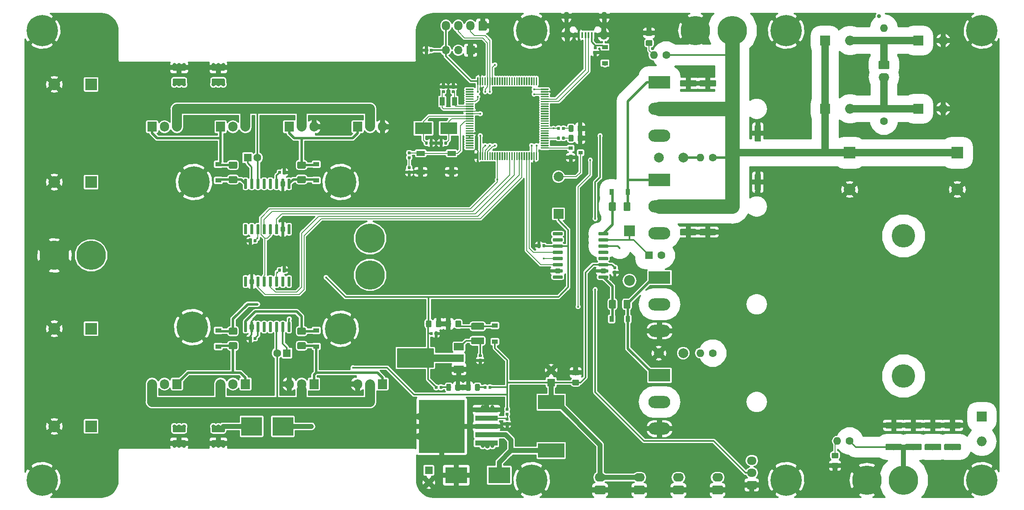
<source format=gbr>
G04 #@! TF.GenerationSoftware,KiCad,Pcbnew,(5.0.1)-3*
G04 #@! TF.CreationDate,2020-10-01T22:01:30+02:00*
G04 #@! TF.ProjectId,QCW Ultimate,51435720556C74696D6174652E6B6963,rev?*
G04 #@! TF.SameCoordinates,Original*
G04 #@! TF.FileFunction,Copper,L1,Top,Signal*
G04 #@! TF.FilePolarity,Positive*
%FSLAX46Y46*%
G04 Gerber Fmt 4.6, Leading zero omitted, Abs format (unit mm)*
G04 Created by KiCad (PCBNEW (5.0.1)-3) date 01/10/2020 22:01:30*
%MOMM*%
%LPD*%
G01*
G04 APERTURE LIST*
G04 #@! TA.AperFunction,ComponentPad*
%ADD10R,2.000000X2.000000*%
G04 #@! TD*
G04 #@! TA.AperFunction,ComponentPad*
%ADD11C,2.000000*%
G04 #@! TD*
G04 #@! TA.AperFunction,Conductor*
%ADD12C,0.050800*%
G04 #@! TD*
G04 #@! TA.AperFunction,SMDPad,CuDef*
%ADD13C,0.590000*%
G04 #@! TD*
G04 #@! TA.AperFunction,ComponentPad*
%ADD14R,1.600000X1.600000*%
G04 #@! TD*
G04 #@! TA.AperFunction,ComponentPad*
%ADD15C,1.600000*%
G04 #@! TD*
G04 #@! TA.AperFunction,SMDPad,CuDef*
%ADD16C,1.150000*%
G04 #@! TD*
G04 #@! TA.AperFunction,ComponentPad*
%ADD17R,2.400000X2.400000*%
G04 #@! TD*
G04 #@! TA.AperFunction,ComponentPad*
%ADD18C,2.400000*%
G04 #@! TD*
G04 #@! TA.AperFunction,SMDPad,CuDef*
%ADD19C,1.425000*%
G04 #@! TD*
G04 #@! TA.AperFunction,SMDPad,CuDef*
%ADD20C,1.300000*%
G04 #@! TD*
G04 #@! TA.AperFunction,SMDPad,CuDef*
%ADD21R,1.200000X0.900000*%
G04 #@! TD*
G04 #@! TA.AperFunction,SMDPad,CuDef*
%ADD22R,4.500000X3.300000*%
G04 #@! TD*
G04 #@! TA.AperFunction,SMDPad,CuDef*
%ADD23C,0.975000*%
G04 #@! TD*
G04 #@! TA.AperFunction,ComponentPad*
%ADD24O,2.000000X2.000000*%
G04 #@! TD*
G04 #@! TA.AperFunction,ComponentPad*
%ADD25R,2.200000X2.200000*%
G04 #@! TD*
G04 #@! TA.AperFunction,ComponentPad*
%ADD26O,2.200000X2.200000*%
G04 #@! TD*
G04 #@! TA.AperFunction,SMDPad,CuDef*
%ADD27R,0.900000X1.200000*%
G04 #@! TD*
G04 #@! TA.AperFunction,SMDPad,CuDef*
%ADD28R,4.241800X3.810000*%
G04 #@! TD*
G04 #@! TA.AperFunction,ComponentPad*
%ADD29R,1.700000X1.700000*%
G04 #@! TD*
G04 #@! TA.AperFunction,ComponentPad*
%ADD30O,1.700000X1.700000*%
G04 #@! TD*
G04 #@! TA.AperFunction,SMDPad,CuDef*
%ADD31R,0.450000X1.300000*%
G04 #@! TD*
G04 #@! TA.AperFunction,ComponentPad*
%ADD32O,1.450000X2.000000*%
G04 #@! TD*
G04 #@! TA.AperFunction,ComponentPad*
%ADD33O,1.150000X1.800000*%
G04 #@! TD*
G04 #@! TA.AperFunction,ComponentPad*
%ADD34C,6.000000*%
G04 #@! TD*
G04 #@! TA.AperFunction,ComponentPad*
%ADD35C,1.700000*%
G04 #@! TD*
G04 #@! TA.AperFunction,ComponentPad*
%ADD36O,1.950000X1.700000*%
G04 #@! TD*
G04 #@! TA.AperFunction,ComponentPad*
%ADD37C,1.740000*%
G04 #@! TD*
G04 #@! TA.AperFunction,ComponentPad*
%ADD38O,2.200000X1.740000*%
G04 #@! TD*
G04 #@! TA.AperFunction,ComponentPad*
%ADD39O,1.700000X1.950000*%
G04 #@! TD*
G04 #@! TA.AperFunction,ComponentPad*
%ADD40C,0.800000*%
G04 #@! TD*
G04 #@! TA.AperFunction,ComponentPad*
%ADD41C,6.400000*%
G04 #@! TD*
G04 #@! TA.AperFunction,SMDPad,CuDef*
%ADD42R,5.400000X2.900000*%
G04 #@! TD*
G04 #@! TA.AperFunction,ComponentPad*
%ADD43C,4.800000*%
G04 #@! TD*
G04 #@! TA.AperFunction,ComponentPad*
%ADD44O,1.905000X2.000000*%
G04 #@! TD*
G04 #@! TA.AperFunction,ComponentPad*
%ADD45R,1.905000X2.000000*%
G04 #@! TD*
G04 #@! TA.AperFunction,ComponentPad*
%ADD46R,4.500000X2.500000*%
G04 #@! TD*
G04 #@! TA.AperFunction,ComponentPad*
%ADD47O,4.500000X2.500000*%
G04 #@! TD*
G04 #@! TA.AperFunction,ComponentPad*
%ADD48O,1.600000X1.600000*%
G04 #@! TD*
G04 #@! TA.AperFunction,SMDPad,CuDef*
%ADD49R,1.700000X1.000000*%
G04 #@! TD*
G04 #@! TA.AperFunction,SMDPad,CuDef*
%ADD50R,4.600000X1.100000*%
G04 #@! TD*
G04 #@! TA.AperFunction,SMDPad,CuDef*
%ADD51R,9.400000X10.800000*%
G04 #@! TD*
G04 #@! TA.AperFunction,SMDPad,CuDef*
%ADD52C,0.600000*%
G04 #@! TD*
G04 #@! TA.AperFunction,SMDPad,CuDef*
%ADD53R,2.000000X3.800000*%
G04 #@! TD*
G04 #@! TA.AperFunction,SMDPad,CuDef*
%ADD54R,2.000000X1.500000*%
G04 #@! TD*
G04 #@! TA.AperFunction,SMDPad,CuDef*
%ADD55C,0.300000*%
G04 #@! TD*
G04 #@! TA.AperFunction,SMDPad,CuDef*
%ADD56R,3.500000X2.400000*%
G04 #@! TD*
G04 #@! TA.AperFunction,SMDPad,CuDef*
%ADD57R,1.000000X1.800000*%
G04 #@! TD*
G04 #@! TA.AperFunction,SMDPad,CuDef*
%ADD58R,0.900000X0.800000*%
G04 #@! TD*
G04 #@! TA.AperFunction,ViaPad*
%ADD59C,0.800000*%
G04 #@! TD*
G04 #@! TA.AperFunction,ViaPad*
%ADD60C,1.400000*%
G04 #@! TD*
G04 #@! TA.AperFunction,ViaPad*
%ADD61C,0.450000*%
G04 #@! TD*
G04 #@! TA.AperFunction,Conductor*
%ADD62C,0.200000*%
G04 #@! TD*
G04 #@! TA.AperFunction,Conductor*
%ADD63C,0.300000*%
G04 #@! TD*
G04 #@! TA.AperFunction,Conductor*
%ADD64C,0.150000*%
G04 #@! TD*
G04 #@! TA.AperFunction,Conductor*
%ADD65C,0.250000*%
G04 #@! TD*
G04 #@! TA.AperFunction,Conductor*
%ADD66C,1.000000*%
G04 #@! TD*
G04 #@! TA.AperFunction,Conductor*
%ADD67C,3.000000*%
G04 #@! TD*
G04 #@! TA.AperFunction,Conductor*
%ADD68C,0.500000*%
G04 #@! TD*
G04 #@! TA.AperFunction,Conductor*
%ADD69C,1.500000*%
G04 #@! TD*
G04 #@! TA.AperFunction,Conductor*
%ADD70C,2.000000*%
G04 #@! TD*
G04 APERTURE END LIST*
D10*
G04 #@! TO.P,BZ1,1*
G04 #@! TO.N,+3V3*
X139500000Y-71500000D03*
D11*
G04 #@! TO.P,BZ1,2*
G04 #@! TO.N,Net-(BZ1-Pad2)*
X139500000Y-63900000D03*
G04 #@! TD*
D12*
G04 #@! TO.N,Net-(C1-Pad1)*
G04 #@! TO.C,C1*
G36*
X109186958Y-61720710D02*
X109201276Y-61722834D01*
X109215317Y-61726351D01*
X109228946Y-61731228D01*
X109242031Y-61737417D01*
X109254447Y-61744858D01*
X109266073Y-61753481D01*
X109276798Y-61763202D01*
X109286519Y-61773927D01*
X109295142Y-61785553D01*
X109302583Y-61797969D01*
X109308772Y-61811054D01*
X109313649Y-61824683D01*
X109317166Y-61838724D01*
X109319290Y-61853042D01*
X109320000Y-61867500D01*
X109320000Y-62162500D01*
X109319290Y-62176958D01*
X109317166Y-62191276D01*
X109313649Y-62205317D01*
X109308772Y-62218946D01*
X109302583Y-62232031D01*
X109295142Y-62244447D01*
X109286519Y-62256073D01*
X109276798Y-62266798D01*
X109266073Y-62276519D01*
X109254447Y-62285142D01*
X109242031Y-62292583D01*
X109228946Y-62298772D01*
X109215317Y-62303649D01*
X109201276Y-62307166D01*
X109186958Y-62309290D01*
X109172500Y-62310000D01*
X108827500Y-62310000D01*
X108813042Y-62309290D01*
X108798724Y-62307166D01*
X108784683Y-62303649D01*
X108771054Y-62298772D01*
X108757969Y-62292583D01*
X108745553Y-62285142D01*
X108733927Y-62276519D01*
X108723202Y-62266798D01*
X108713481Y-62256073D01*
X108704858Y-62244447D01*
X108697417Y-62232031D01*
X108691228Y-62218946D01*
X108686351Y-62205317D01*
X108682834Y-62191276D01*
X108680710Y-62176958D01*
X108680000Y-62162500D01*
X108680000Y-61867500D01*
X108680710Y-61853042D01*
X108682834Y-61838724D01*
X108686351Y-61824683D01*
X108691228Y-61811054D01*
X108697417Y-61797969D01*
X108704858Y-61785553D01*
X108713481Y-61773927D01*
X108723202Y-61763202D01*
X108733927Y-61753481D01*
X108745553Y-61744858D01*
X108757969Y-61737417D01*
X108771054Y-61731228D01*
X108784683Y-61726351D01*
X108798724Y-61722834D01*
X108813042Y-61720710D01*
X108827500Y-61720000D01*
X109172500Y-61720000D01*
X109186958Y-61720710D01*
X109186958Y-61720710D01*
G37*
D13*
G04 #@! TD*
G04 #@! TO.P,C1,1*
G04 #@! TO.N,Net-(C1-Pad1)*
X109000000Y-62015000D03*
D12*
G04 #@! TO.N,GND*
G04 #@! TO.C,C1*
G36*
X109186958Y-62690710D02*
X109201276Y-62692834D01*
X109215317Y-62696351D01*
X109228946Y-62701228D01*
X109242031Y-62707417D01*
X109254447Y-62714858D01*
X109266073Y-62723481D01*
X109276798Y-62733202D01*
X109286519Y-62743927D01*
X109295142Y-62755553D01*
X109302583Y-62767969D01*
X109308772Y-62781054D01*
X109313649Y-62794683D01*
X109317166Y-62808724D01*
X109319290Y-62823042D01*
X109320000Y-62837500D01*
X109320000Y-63132500D01*
X109319290Y-63146958D01*
X109317166Y-63161276D01*
X109313649Y-63175317D01*
X109308772Y-63188946D01*
X109302583Y-63202031D01*
X109295142Y-63214447D01*
X109286519Y-63226073D01*
X109276798Y-63236798D01*
X109266073Y-63246519D01*
X109254447Y-63255142D01*
X109242031Y-63262583D01*
X109228946Y-63268772D01*
X109215317Y-63273649D01*
X109201276Y-63277166D01*
X109186958Y-63279290D01*
X109172500Y-63280000D01*
X108827500Y-63280000D01*
X108813042Y-63279290D01*
X108798724Y-63277166D01*
X108784683Y-63273649D01*
X108771054Y-63268772D01*
X108757969Y-63262583D01*
X108745553Y-63255142D01*
X108733927Y-63246519D01*
X108723202Y-63236798D01*
X108713481Y-63226073D01*
X108704858Y-63214447D01*
X108697417Y-63202031D01*
X108691228Y-63188946D01*
X108686351Y-63175317D01*
X108682834Y-63161276D01*
X108680710Y-63146958D01*
X108680000Y-63132500D01*
X108680000Y-62837500D01*
X108680710Y-62823042D01*
X108682834Y-62808724D01*
X108686351Y-62794683D01*
X108691228Y-62781054D01*
X108697417Y-62767969D01*
X108704858Y-62755553D01*
X108713481Y-62743927D01*
X108723202Y-62733202D01*
X108733927Y-62723481D01*
X108745553Y-62714858D01*
X108757969Y-62707417D01*
X108771054Y-62701228D01*
X108784683Y-62696351D01*
X108798724Y-62692834D01*
X108813042Y-62690710D01*
X108827500Y-62690000D01*
X109172500Y-62690000D01*
X109186958Y-62690710D01*
X109186958Y-62690710D01*
G37*
D13*
G04 #@! TD*
G04 #@! TO.P,C1,2*
G04 #@! TO.N,GND*
X109000000Y-62985000D03*
D14*
G04 #@! TO.P,C2,1*
G04 #@! TO.N,VBAT*
X113000000Y-124000000D03*
D15*
G04 #@! TO.P,C2,2*
G04 #@! TO.N,GND*
X113000000Y-126500000D03*
G04 #@! TD*
G04 #@! TO.P,C4,2*
G04 #@! TO.N,Net-(C4-Pad2)*
X78000000Y-60000000D03*
D14*
G04 #@! TO.P,C4,1*
G04 #@! TO.N,Net-(C4-Pad1)*
X76000000Y-60000000D03*
G04 #@! TD*
D12*
G04 #@! TO.N,GND*
G04 #@! TO.C,C6*
G36*
X143474505Y-103401204D02*
X143498773Y-103404804D01*
X143522572Y-103410765D01*
X143545671Y-103419030D01*
X143567850Y-103429520D01*
X143588893Y-103442132D01*
X143608599Y-103456747D01*
X143626777Y-103473223D01*
X143643253Y-103491401D01*
X143657868Y-103511107D01*
X143670480Y-103532150D01*
X143680970Y-103554329D01*
X143689235Y-103577428D01*
X143695196Y-103601227D01*
X143698796Y-103625495D01*
X143700000Y-103649999D01*
X143700000Y-104300001D01*
X143698796Y-104324505D01*
X143695196Y-104348773D01*
X143689235Y-104372572D01*
X143680970Y-104395671D01*
X143670480Y-104417850D01*
X143657868Y-104438893D01*
X143643253Y-104458599D01*
X143626777Y-104476777D01*
X143608599Y-104493253D01*
X143588893Y-104507868D01*
X143567850Y-104520480D01*
X143545671Y-104530970D01*
X143522572Y-104539235D01*
X143498773Y-104545196D01*
X143474505Y-104548796D01*
X143450001Y-104550000D01*
X142549999Y-104550000D01*
X142525495Y-104548796D01*
X142501227Y-104545196D01*
X142477428Y-104539235D01*
X142454329Y-104530970D01*
X142432150Y-104520480D01*
X142411107Y-104507868D01*
X142391401Y-104493253D01*
X142373223Y-104476777D01*
X142356747Y-104458599D01*
X142342132Y-104438893D01*
X142329520Y-104417850D01*
X142319030Y-104395671D01*
X142310765Y-104372572D01*
X142304804Y-104348773D01*
X142301204Y-104324505D01*
X142300000Y-104300001D01*
X142300000Y-103649999D01*
X142301204Y-103625495D01*
X142304804Y-103601227D01*
X142310765Y-103577428D01*
X142319030Y-103554329D01*
X142329520Y-103532150D01*
X142342132Y-103511107D01*
X142356747Y-103491401D01*
X142373223Y-103473223D01*
X142391401Y-103456747D01*
X142411107Y-103442132D01*
X142432150Y-103429520D01*
X142454329Y-103419030D01*
X142477428Y-103410765D01*
X142501227Y-103404804D01*
X142525495Y-103401204D01*
X142549999Y-103400000D01*
X143450001Y-103400000D01*
X143474505Y-103401204D01*
X143474505Y-103401204D01*
G37*
D16*
G04 #@! TD*
G04 #@! TO.P,C6,1*
G04 #@! TO.N,GND*
X143000000Y-103975000D03*
D12*
G04 #@! TO.N,+12V*
G04 #@! TO.C,C6*
G36*
X143474505Y-105451204D02*
X143498773Y-105454804D01*
X143522572Y-105460765D01*
X143545671Y-105469030D01*
X143567850Y-105479520D01*
X143588893Y-105492132D01*
X143608599Y-105506747D01*
X143626777Y-105523223D01*
X143643253Y-105541401D01*
X143657868Y-105561107D01*
X143670480Y-105582150D01*
X143680970Y-105604329D01*
X143689235Y-105627428D01*
X143695196Y-105651227D01*
X143698796Y-105675495D01*
X143700000Y-105699999D01*
X143700000Y-106350001D01*
X143698796Y-106374505D01*
X143695196Y-106398773D01*
X143689235Y-106422572D01*
X143680970Y-106445671D01*
X143670480Y-106467850D01*
X143657868Y-106488893D01*
X143643253Y-106508599D01*
X143626777Y-106526777D01*
X143608599Y-106543253D01*
X143588893Y-106557868D01*
X143567850Y-106570480D01*
X143545671Y-106580970D01*
X143522572Y-106589235D01*
X143498773Y-106595196D01*
X143474505Y-106598796D01*
X143450001Y-106600000D01*
X142549999Y-106600000D01*
X142525495Y-106598796D01*
X142501227Y-106595196D01*
X142477428Y-106589235D01*
X142454329Y-106580970D01*
X142432150Y-106570480D01*
X142411107Y-106557868D01*
X142391401Y-106543253D01*
X142373223Y-106526777D01*
X142356747Y-106508599D01*
X142342132Y-106488893D01*
X142329520Y-106467850D01*
X142319030Y-106445671D01*
X142310765Y-106422572D01*
X142304804Y-106398773D01*
X142301204Y-106374505D01*
X142300000Y-106350001D01*
X142300000Y-105699999D01*
X142301204Y-105675495D01*
X142304804Y-105651227D01*
X142310765Y-105627428D01*
X142319030Y-105604329D01*
X142329520Y-105582150D01*
X142342132Y-105561107D01*
X142356747Y-105541401D01*
X142373223Y-105523223D01*
X142391401Y-105506747D01*
X142411107Y-105492132D01*
X142432150Y-105479520D01*
X142454329Y-105469030D01*
X142477428Y-105460765D01*
X142501227Y-105454804D01*
X142525495Y-105451204D01*
X142549999Y-105450000D01*
X143450001Y-105450000D01*
X143474505Y-105451204D01*
X143474505Y-105451204D01*
G37*
D16*
G04 #@! TD*
G04 #@! TO.P,C6,2*
G04 #@! TO.N,+12V*
X143000000Y-106025000D03*
D14*
G04 #@! TO.P,C7,1*
G04 #@! TO.N,+12V*
X138000000Y-106000000D03*
D15*
G04 #@! TO.P,C7,2*
G04 #@! TO.N,GND*
X138000000Y-103500000D03*
G04 #@! TD*
D12*
G04 #@! TO.N,+3V3*
G04 #@! TO.C,C14*
G36*
X113646958Y-37680710D02*
X113661276Y-37682834D01*
X113675317Y-37686351D01*
X113688946Y-37691228D01*
X113702031Y-37697417D01*
X113714447Y-37704858D01*
X113726073Y-37713481D01*
X113736798Y-37723202D01*
X113746519Y-37733927D01*
X113755142Y-37745553D01*
X113762583Y-37757969D01*
X113768772Y-37771054D01*
X113773649Y-37784683D01*
X113777166Y-37798724D01*
X113779290Y-37813042D01*
X113780000Y-37827500D01*
X113780000Y-38172500D01*
X113779290Y-38186958D01*
X113777166Y-38201276D01*
X113773649Y-38215317D01*
X113768772Y-38228946D01*
X113762583Y-38242031D01*
X113755142Y-38254447D01*
X113746519Y-38266073D01*
X113736798Y-38276798D01*
X113726073Y-38286519D01*
X113714447Y-38295142D01*
X113702031Y-38302583D01*
X113688946Y-38308772D01*
X113675317Y-38313649D01*
X113661276Y-38317166D01*
X113646958Y-38319290D01*
X113632500Y-38320000D01*
X113337500Y-38320000D01*
X113323042Y-38319290D01*
X113308724Y-38317166D01*
X113294683Y-38313649D01*
X113281054Y-38308772D01*
X113267969Y-38302583D01*
X113255553Y-38295142D01*
X113243927Y-38286519D01*
X113233202Y-38276798D01*
X113223481Y-38266073D01*
X113214858Y-38254447D01*
X113207417Y-38242031D01*
X113201228Y-38228946D01*
X113196351Y-38215317D01*
X113192834Y-38201276D01*
X113190710Y-38186958D01*
X113190000Y-38172500D01*
X113190000Y-37827500D01*
X113190710Y-37813042D01*
X113192834Y-37798724D01*
X113196351Y-37784683D01*
X113201228Y-37771054D01*
X113207417Y-37757969D01*
X113214858Y-37745553D01*
X113223481Y-37733927D01*
X113233202Y-37723202D01*
X113243927Y-37713481D01*
X113255553Y-37704858D01*
X113267969Y-37697417D01*
X113281054Y-37691228D01*
X113294683Y-37686351D01*
X113308724Y-37682834D01*
X113323042Y-37680710D01*
X113337500Y-37680000D01*
X113632500Y-37680000D01*
X113646958Y-37680710D01*
X113646958Y-37680710D01*
G37*
D13*
G04 #@! TD*
G04 #@! TO.P,C14,2*
G04 #@! TO.N,+3V3*
X113485000Y-38000000D03*
D12*
G04 #@! TO.N,GND*
G04 #@! TO.C,C14*
G36*
X112676958Y-37680710D02*
X112691276Y-37682834D01*
X112705317Y-37686351D01*
X112718946Y-37691228D01*
X112732031Y-37697417D01*
X112744447Y-37704858D01*
X112756073Y-37713481D01*
X112766798Y-37723202D01*
X112776519Y-37733927D01*
X112785142Y-37745553D01*
X112792583Y-37757969D01*
X112798772Y-37771054D01*
X112803649Y-37784683D01*
X112807166Y-37798724D01*
X112809290Y-37813042D01*
X112810000Y-37827500D01*
X112810000Y-38172500D01*
X112809290Y-38186958D01*
X112807166Y-38201276D01*
X112803649Y-38215317D01*
X112798772Y-38228946D01*
X112792583Y-38242031D01*
X112785142Y-38254447D01*
X112776519Y-38266073D01*
X112766798Y-38276798D01*
X112756073Y-38286519D01*
X112744447Y-38295142D01*
X112732031Y-38302583D01*
X112718946Y-38308772D01*
X112705317Y-38313649D01*
X112691276Y-38317166D01*
X112676958Y-38319290D01*
X112662500Y-38320000D01*
X112367500Y-38320000D01*
X112353042Y-38319290D01*
X112338724Y-38317166D01*
X112324683Y-38313649D01*
X112311054Y-38308772D01*
X112297969Y-38302583D01*
X112285553Y-38295142D01*
X112273927Y-38286519D01*
X112263202Y-38276798D01*
X112253481Y-38266073D01*
X112244858Y-38254447D01*
X112237417Y-38242031D01*
X112231228Y-38228946D01*
X112226351Y-38215317D01*
X112222834Y-38201276D01*
X112220710Y-38186958D01*
X112220000Y-38172500D01*
X112220000Y-37827500D01*
X112220710Y-37813042D01*
X112222834Y-37798724D01*
X112226351Y-37784683D01*
X112231228Y-37771054D01*
X112237417Y-37757969D01*
X112244858Y-37745553D01*
X112253481Y-37733927D01*
X112263202Y-37723202D01*
X112273927Y-37713481D01*
X112285553Y-37704858D01*
X112297969Y-37697417D01*
X112311054Y-37691228D01*
X112324683Y-37686351D01*
X112338724Y-37682834D01*
X112353042Y-37680710D01*
X112367500Y-37680000D01*
X112662500Y-37680000D01*
X112676958Y-37680710D01*
X112676958Y-37680710D01*
G37*
D13*
G04 #@! TD*
G04 #@! TO.P,C14,1*
G04 #@! TO.N,GND*
X112515000Y-38000000D03*
D17*
G04 #@! TO.P,C18,1*
G04 #@! TO.N,+BATT*
X44000000Y-45000000D03*
D18*
G04 #@! TO.P,C18,2*
G04 #@! TO.N,GND*
X36500000Y-45000000D03*
G04 #@! TD*
G04 #@! TO.P,C19,2*
G04 #@! TO.N,GND*
X36500000Y-65000000D03*
D17*
G04 #@! TO.P,C19,1*
G04 #@! TO.N,+BATT*
X44000000Y-65000000D03*
G04 #@! TD*
G04 #@! TO.P,C20,1*
G04 #@! TO.N,+BATT*
X44000000Y-95000000D03*
D18*
G04 #@! TO.P,C20,2*
G04 #@! TO.N,GND*
X36500000Y-95000000D03*
G04 #@! TD*
G04 #@! TO.P,C21,2*
G04 #@! TO.N,GND*
X36500000Y-115000000D03*
D17*
G04 #@! TO.P,C21,1*
G04 #@! TO.N,+BATT*
X44000000Y-115000000D03*
G04 #@! TD*
D12*
G04 #@! TO.N,GND*
G04 #@! TO.C,C22*
G36*
X113646958Y-56680710D02*
X113661276Y-56682834D01*
X113675317Y-56686351D01*
X113688946Y-56691228D01*
X113702031Y-56697417D01*
X113714447Y-56704858D01*
X113726073Y-56713481D01*
X113736798Y-56723202D01*
X113746519Y-56733927D01*
X113755142Y-56745553D01*
X113762583Y-56757969D01*
X113768772Y-56771054D01*
X113773649Y-56784683D01*
X113777166Y-56798724D01*
X113779290Y-56813042D01*
X113780000Y-56827500D01*
X113780000Y-57172500D01*
X113779290Y-57186958D01*
X113777166Y-57201276D01*
X113773649Y-57215317D01*
X113768772Y-57228946D01*
X113762583Y-57242031D01*
X113755142Y-57254447D01*
X113746519Y-57266073D01*
X113736798Y-57276798D01*
X113726073Y-57286519D01*
X113714447Y-57295142D01*
X113702031Y-57302583D01*
X113688946Y-57308772D01*
X113675317Y-57313649D01*
X113661276Y-57317166D01*
X113646958Y-57319290D01*
X113632500Y-57320000D01*
X113337500Y-57320000D01*
X113323042Y-57319290D01*
X113308724Y-57317166D01*
X113294683Y-57313649D01*
X113281054Y-57308772D01*
X113267969Y-57302583D01*
X113255553Y-57295142D01*
X113243927Y-57286519D01*
X113233202Y-57276798D01*
X113223481Y-57266073D01*
X113214858Y-57254447D01*
X113207417Y-57242031D01*
X113201228Y-57228946D01*
X113196351Y-57215317D01*
X113192834Y-57201276D01*
X113190710Y-57186958D01*
X113190000Y-57172500D01*
X113190000Y-56827500D01*
X113190710Y-56813042D01*
X113192834Y-56798724D01*
X113196351Y-56784683D01*
X113201228Y-56771054D01*
X113207417Y-56757969D01*
X113214858Y-56745553D01*
X113223481Y-56733927D01*
X113233202Y-56723202D01*
X113243927Y-56713481D01*
X113255553Y-56704858D01*
X113267969Y-56697417D01*
X113281054Y-56691228D01*
X113294683Y-56686351D01*
X113308724Y-56682834D01*
X113323042Y-56680710D01*
X113337500Y-56680000D01*
X113632500Y-56680000D01*
X113646958Y-56680710D01*
X113646958Y-56680710D01*
G37*
D13*
G04 #@! TD*
G04 #@! TO.P,C22,2*
G04 #@! TO.N,GND*
X113485000Y-57000000D03*
D12*
G04 #@! TO.N,Net-(C22-Pad1)*
G04 #@! TO.C,C22*
G36*
X112676958Y-56680710D02*
X112691276Y-56682834D01*
X112705317Y-56686351D01*
X112718946Y-56691228D01*
X112732031Y-56697417D01*
X112744447Y-56704858D01*
X112756073Y-56713481D01*
X112766798Y-56723202D01*
X112776519Y-56733927D01*
X112785142Y-56745553D01*
X112792583Y-56757969D01*
X112798772Y-56771054D01*
X112803649Y-56784683D01*
X112807166Y-56798724D01*
X112809290Y-56813042D01*
X112810000Y-56827500D01*
X112810000Y-57172500D01*
X112809290Y-57186958D01*
X112807166Y-57201276D01*
X112803649Y-57215317D01*
X112798772Y-57228946D01*
X112792583Y-57242031D01*
X112785142Y-57254447D01*
X112776519Y-57266073D01*
X112766798Y-57276798D01*
X112756073Y-57286519D01*
X112744447Y-57295142D01*
X112732031Y-57302583D01*
X112718946Y-57308772D01*
X112705317Y-57313649D01*
X112691276Y-57317166D01*
X112676958Y-57319290D01*
X112662500Y-57320000D01*
X112367500Y-57320000D01*
X112353042Y-57319290D01*
X112338724Y-57317166D01*
X112324683Y-57313649D01*
X112311054Y-57308772D01*
X112297969Y-57302583D01*
X112285553Y-57295142D01*
X112273927Y-57286519D01*
X112263202Y-57276798D01*
X112253481Y-57266073D01*
X112244858Y-57254447D01*
X112237417Y-57242031D01*
X112231228Y-57228946D01*
X112226351Y-57215317D01*
X112222834Y-57201276D01*
X112220710Y-57186958D01*
X112220000Y-57172500D01*
X112220000Y-56827500D01*
X112220710Y-56813042D01*
X112222834Y-56798724D01*
X112226351Y-56784683D01*
X112231228Y-56771054D01*
X112237417Y-56757969D01*
X112244858Y-56745553D01*
X112253481Y-56733927D01*
X112263202Y-56723202D01*
X112273927Y-56713481D01*
X112285553Y-56704858D01*
X112297969Y-56697417D01*
X112311054Y-56691228D01*
X112324683Y-56686351D01*
X112338724Y-56682834D01*
X112353042Y-56680710D01*
X112367500Y-56680000D01*
X112662500Y-56680000D01*
X112676958Y-56680710D01*
X112676958Y-56680710D01*
G37*
D13*
G04 #@! TD*
G04 #@! TO.P,C22,1*
G04 #@! TO.N,Net-(C22-Pad1)*
X112515000Y-57000000D03*
D12*
G04 #@! TO.N,GND*
G04 #@! TO.C,C23*
G36*
X117324505Y-93301204D02*
X117348773Y-93304804D01*
X117372572Y-93310765D01*
X117395671Y-93319030D01*
X117417850Y-93329520D01*
X117438893Y-93342132D01*
X117458599Y-93356747D01*
X117476777Y-93373223D01*
X117493253Y-93391401D01*
X117507868Y-93411107D01*
X117520480Y-93432150D01*
X117530970Y-93454329D01*
X117539235Y-93477428D01*
X117545196Y-93501227D01*
X117548796Y-93525495D01*
X117550000Y-93549999D01*
X117550000Y-94450001D01*
X117548796Y-94474505D01*
X117545196Y-94498773D01*
X117539235Y-94522572D01*
X117530970Y-94545671D01*
X117520480Y-94567850D01*
X117507868Y-94588893D01*
X117493253Y-94608599D01*
X117476777Y-94626777D01*
X117458599Y-94643253D01*
X117438893Y-94657868D01*
X117417850Y-94670480D01*
X117395671Y-94680970D01*
X117372572Y-94689235D01*
X117348773Y-94695196D01*
X117324505Y-94698796D01*
X117300001Y-94700000D01*
X116649999Y-94700000D01*
X116625495Y-94698796D01*
X116601227Y-94695196D01*
X116577428Y-94689235D01*
X116554329Y-94680970D01*
X116532150Y-94670480D01*
X116511107Y-94657868D01*
X116491401Y-94643253D01*
X116473223Y-94626777D01*
X116456747Y-94608599D01*
X116442132Y-94588893D01*
X116429520Y-94567850D01*
X116419030Y-94545671D01*
X116410765Y-94522572D01*
X116404804Y-94498773D01*
X116401204Y-94474505D01*
X116400000Y-94450001D01*
X116400000Y-93549999D01*
X116401204Y-93525495D01*
X116404804Y-93501227D01*
X116410765Y-93477428D01*
X116419030Y-93454329D01*
X116429520Y-93432150D01*
X116442132Y-93411107D01*
X116456747Y-93391401D01*
X116473223Y-93373223D01*
X116491401Y-93356747D01*
X116511107Y-93342132D01*
X116532150Y-93329520D01*
X116554329Y-93319030D01*
X116577428Y-93310765D01*
X116601227Y-93304804D01*
X116625495Y-93301204D01*
X116649999Y-93300000D01*
X117300001Y-93300000D01*
X117324505Y-93301204D01*
X117324505Y-93301204D01*
G37*
D16*
G04 #@! TD*
G04 #@! TO.P,C23,2*
G04 #@! TO.N,GND*
X116975000Y-94000000D03*
D12*
G04 #@! TO.N,Net-(C23-Pad1)*
G04 #@! TO.C,C23*
G36*
X119374505Y-93301204D02*
X119398773Y-93304804D01*
X119422572Y-93310765D01*
X119445671Y-93319030D01*
X119467850Y-93329520D01*
X119488893Y-93342132D01*
X119508599Y-93356747D01*
X119526777Y-93373223D01*
X119543253Y-93391401D01*
X119557868Y-93411107D01*
X119570480Y-93432150D01*
X119580970Y-93454329D01*
X119589235Y-93477428D01*
X119595196Y-93501227D01*
X119598796Y-93525495D01*
X119600000Y-93549999D01*
X119600000Y-94450001D01*
X119598796Y-94474505D01*
X119595196Y-94498773D01*
X119589235Y-94522572D01*
X119580970Y-94545671D01*
X119570480Y-94567850D01*
X119557868Y-94588893D01*
X119543253Y-94608599D01*
X119526777Y-94626777D01*
X119508599Y-94643253D01*
X119488893Y-94657868D01*
X119467850Y-94670480D01*
X119445671Y-94680970D01*
X119422572Y-94689235D01*
X119398773Y-94695196D01*
X119374505Y-94698796D01*
X119350001Y-94700000D01*
X118699999Y-94700000D01*
X118675495Y-94698796D01*
X118651227Y-94695196D01*
X118627428Y-94689235D01*
X118604329Y-94680970D01*
X118582150Y-94670480D01*
X118561107Y-94657868D01*
X118541401Y-94643253D01*
X118523223Y-94626777D01*
X118506747Y-94608599D01*
X118492132Y-94588893D01*
X118479520Y-94567850D01*
X118469030Y-94545671D01*
X118460765Y-94522572D01*
X118454804Y-94498773D01*
X118451204Y-94474505D01*
X118450000Y-94450001D01*
X118450000Y-93549999D01*
X118451204Y-93525495D01*
X118454804Y-93501227D01*
X118460765Y-93477428D01*
X118469030Y-93454329D01*
X118479520Y-93432150D01*
X118492132Y-93411107D01*
X118506747Y-93391401D01*
X118523223Y-93373223D01*
X118541401Y-93356747D01*
X118561107Y-93342132D01*
X118582150Y-93329520D01*
X118604329Y-93319030D01*
X118627428Y-93310765D01*
X118651227Y-93304804D01*
X118675495Y-93301204D01*
X118699999Y-93300000D01*
X119350001Y-93300000D01*
X119374505Y-93301204D01*
X119374505Y-93301204D01*
G37*
D16*
G04 #@! TD*
G04 #@! TO.P,C23,1*
G04 #@! TO.N,Net-(C23-Pad1)*
X119025000Y-94000000D03*
D12*
G04 #@! TO.N,GND*
G04 #@! TO.C,C26*
G36*
X115374505Y-93301204D02*
X115398773Y-93304804D01*
X115422572Y-93310765D01*
X115445671Y-93319030D01*
X115467850Y-93329520D01*
X115488893Y-93342132D01*
X115508599Y-93356747D01*
X115526777Y-93373223D01*
X115543253Y-93391401D01*
X115557868Y-93411107D01*
X115570480Y-93432150D01*
X115580970Y-93454329D01*
X115589235Y-93477428D01*
X115595196Y-93501227D01*
X115598796Y-93525495D01*
X115600000Y-93549999D01*
X115600000Y-94450001D01*
X115598796Y-94474505D01*
X115595196Y-94498773D01*
X115589235Y-94522572D01*
X115580970Y-94545671D01*
X115570480Y-94567850D01*
X115557868Y-94588893D01*
X115543253Y-94608599D01*
X115526777Y-94626777D01*
X115508599Y-94643253D01*
X115488893Y-94657868D01*
X115467850Y-94670480D01*
X115445671Y-94680970D01*
X115422572Y-94689235D01*
X115398773Y-94695196D01*
X115374505Y-94698796D01*
X115350001Y-94700000D01*
X114699999Y-94700000D01*
X114675495Y-94698796D01*
X114651227Y-94695196D01*
X114627428Y-94689235D01*
X114604329Y-94680970D01*
X114582150Y-94670480D01*
X114561107Y-94657868D01*
X114541401Y-94643253D01*
X114523223Y-94626777D01*
X114506747Y-94608599D01*
X114492132Y-94588893D01*
X114479520Y-94567850D01*
X114469030Y-94545671D01*
X114460765Y-94522572D01*
X114454804Y-94498773D01*
X114451204Y-94474505D01*
X114450000Y-94450001D01*
X114450000Y-93549999D01*
X114451204Y-93525495D01*
X114454804Y-93501227D01*
X114460765Y-93477428D01*
X114469030Y-93454329D01*
X114479520Y-93432150D01*
X114492132Y-93411107D01*
X114506747Y-93391401D01*
X114523223Y-93373223D01*
X114541401Y-93356747D01*
X114561107Y-93342132D01*
X114582150Y-93329520D01*
X114604329Y-93319030D01*
X114627428Y-93310765D01*
X114651227Y-93304804D01*
X114675495Y-93301204D01*
X114699999Y-93300000D01*
X115350001Y-93300000D01*
X115374505Y-93301204D01*
X115374505Y-93301204D01*
G37*
D16*
G04 #@! TD*
G04 #@! TO.P,C26,1*
G04 #@! TO.N,GND*
X115025000Y-94000000D03*
D12*
G04 #@! TO.N,+3V3*
G04 #@! TO.C,C26*
G36*
X113324505Y-93301204D02*
X113348773Y-93304804D01*
X113372572Y-93310765D01*
X113395671Y-93319030D01*
X113417850Y-93329520D01*
X113438893Y-93342132D01*
X113458599Y-93356747D01*
X113476777Y-93373223D01*
X113493253Y-93391401D01*
X113507868Y-93411107D01*
X113520480Y-93432150D01*
X113530970Y-93454329D01*
X113539235Y-93477428D01*
X113545196Y-93501227D01*
X113548796Y-93525495D01*
X113550000Y-93549999D01*
X113550000Y-94450001D01*
X113548796Y-94474505D01*
X113545196Y-94498773D01*
X113539235Y-94522572D01*
X113530970Y-94545671D01*
X113520480Y-94567850D01*
X113507868Y-94588893D01*
X113493253Y-94608599D01*
X113476777Y-94626777D01*
X113458599Y-94643253D01*
X113438893Y-94657868D01*
X113417850Y-94670480D01*
X113395671Y-94680970D01*
X113372572Y-94689235D01*
X113348773Y-94695196D01*
X113324505Y-94698796D01*
X113300001Y-94700000D01*
X112649999Y-94700000D01*
X112625495Y-94698796D01*
X112601227Y-94695196D01*
X112577428Y-94689235D01*
X112554329Y-94680970D01*
X112532150Y-94670480D01*
X112511107Y-94657868D01*
X112491401Y-94643253D01*
X112473223Y-94626777D01*
X112456747Y-94608599D01*
X112442132Y-94588893D01*
X112429520Y-94567850D01*
X112419030Y-94545671D01*
X112410765Y-94522572D01*
X112404804Y-94498773D01*
X112401204Y-94474505D01*
X112400000Y-94450001D01*
X112400000Y-93549999D01*
X112401204Y-93525495D01*
X112404804Y-93501227D01*
X112410765Y-93477428D01*
X112419030Y-93454329D01*
X112429520Y-93432150D01*
X112442132Y-93411107D01*
X112456747Y-93391401D01*
X112473223Y-93373223D01*
X112491401Y-93356747D01*
X112511107Y-93342132D01*
X112532150Y-93329520D01*
X112554329Y-93319030D01*
X112577428Y-93310765D01*
X112601227Y-93304804D01*
X112625495Y-93301204D01*
X112649999Y-93300000D01*
X113300001Y-93300000D01*
X113324505Y-93301204D01*
X113324505Y-93301204D01*
G37*
D16*
G04 #@! TD*
G04 #@! TO.P,C26,2*
G04 #@! TO.N,+3V3*
X112975000Y-94000000D03*
D12*
G04 #@! TO.N,Net-(C28-Pad2)*
G04 #@! TO.C,C28*
G36*
X116646958Y-56680710D02*
X116661276Y-56682834D01*
X116675317Y-56686351D01*
X116688946Y-56691228D01*
X116702031Y-56697417D01*
X116714447Y-56704858D01*
X116726073Y-56713481D01*
X116736798Y-56723202D01*
X116746519Y-56733927D01*
X116755142Y-56745553D01*
X116762583Y-56757969D01*
X116768772Y-56771054D01*
X116773649Y-56784683D01*
X116777166Y-56798724D01*
X116779290Y-56813042D01*
X116780000Y-56827500D01*
X116780000Y-57172500D01*
X116779290Y-57186958D01*
X116777166Y-57201276D01*
X116773649Y-57215317D01*
X116768772Y-57228946D01*
X116762583Y-57242031D01*
X116755142Y-57254447D01*
X116746519Y-57266073D01*
X116736798Y-57276798D01*
X116726073Y-57286519D01*
X116714447Y-57295142D01*
X116702031Y-57302583D01*
X116688946Y-57308772D01*
X116675317Y-57313649D01*
X116661276Y-57317166D01*
X116646958Y-57319290D01*
X116632500Y-57320000D01*
X116337500Y-57320000D01*
X116323042Y-57319290D01*
X116308724Y-57317166D01*
X116294683Y-57313649D01*
X116281054Y-57308772D01*
X116267969Y-57302583D01*
X116255553Y-57295142D01*
X116243927Y-57286519D01*
X116233202Y-57276798D01*
X116223481Y-57266073D01*
X116214858Y-57254447D01*
X116207417Y-57242031D01*
X116201228Y-57228946D01*
X116196351Y-57215317D01*
X116192834Y-57201276D01*
X116190710Y-57186958D01*
X116190000Y-57172500D01*
X116190000Y-56827500D01*
X116190710Y-56813042D01*
X116192834Y-56798724D01*
X116196351Y-56784683D01*
X116201228Y-56771054D01*
X116207417Y-56757969D01*
X116214858Y-56745553D01*
X116223481Y-56733927D01*
X116233202Y-56723202D01*
X116243927Y-56713481D01*
X116255553Y-56704858D01*
X116267969Y-56697417D01*
X116281054Y-56691228D01*
X116294683Y-56686351D01*
X116308724Y-56682834D01*
X116323042Y-56680710D01*
X116337500Y-56680000D01*
X116632500Y-56680000D01*
X116646958Y-56680710D01*
X116646958Y-56680710D01*
G37*
D13*
G04 #@! TD*
G04 #@! TO.P,C28,2*
G04 #@! TO.N,Net-(C28-Pad2)*
X116485000Y-57000000D03*
D12*
G04 #@! TO.N,GND*
G04 #@! TO.C,C28*
G36*
X115676958Y-56680710D02*
X115691276Y-56682834D01*
X115705317Y-56686351D01*
X115718946Y-56691228D01*
X115732031Y-56697417D01*
X115744447Y-56704858D01*
X115756073Y-56713481D01*
X115766798Y-56723202D01*
X115776519Y-56733927D01*
X115785142Y-56745553D01*
X115792583Y-56757969D01*
X115798772Y-56771054D01*
X115803649Y-56784683D01*
X115807166Y-56798724D01*
X115809290Y-56813042D01*
X115810000Y-56827500D01*
X115810000Y-57172500D01*
X115809290Y-57186958D01*
X115807166Y-57201276D01*
X115803649Y-57215317D01*
X115798772Y-57228946D01*
X115792583Y-57242031D01*
X115785142Y-57254447D01*
X115776519Y-57266073D01*
X115766798Y-57276798D01*
X115756073Y-57286519D01*
X115744447Y-57295142D01*
X115732031Y-57302583D01*
X115718946Y-57308772D01*
X115705317Y-57313649D01*
X115691276Y-57317166D01*
X115676958Y-57319290D01*
X115662500Y-57320000D01*
X115367500Y-57320000D01*
X115353042Y-57319290D01*
X115338724Y-57317166D01*
X115324683Y-57313649D01*
X115311054Y-57308772D01*
X115297969Y-57302583D01*
X115285553Y-57295142D01*
X115273927Y-57286519D01*
X115263202Y-57276798D01*
X115253481Y-57266073D01*
X115244858Y-57254447D01*
X115237417Y-57242031D01*
X115231228Y-57228946D01*
X115226351Y-57215317D01*
X115222834Y-57201276D01*
X115220710Y-57186958D01*
X115220000Y-57172500D01*
X115220000Y-56827500D01*
X115220710Y-56813042D01*
X115222834Y-56798724D01*
X115226351Y-56784683D01*
X115231228Y-56771054D01*
X115237417Y-56757969D01*
X115244858Y-56745553D01*
X115253481Y-56733927D01*
X115263202Y-56723202D01*
X115273927Y-56713481D01*
X115285553Y-56704858D01*
X115297969Y-56697417D01*
X115311054Y-56691228D01*
X115324683Y-56686351D01*
X115338724Y-56682834D01*
X115353042Y-56680710D01*
X115367500Y-56680000D01*
X115662500Y-56680000D01*
X115676958Y-56680710D01*
X115676958Y-56680710D01*
G37*
D13*
G04 #@! TD*
G04 #@! TO.P,C28,1*
G04 #@! TO.N,GND*
X115515000Y-57000000D03*
D14*
G04 #@! TO.P,C29,1*
G04 #@! TO.N,Net-(C29-Pad1)*
X84000000Y-100000000D03*
D15*
G04 #@! TO.P,C29,2*
G04 #@! TO.N,Net-(C29-Pad2)*
X82000000Y-100000000D03*
G04 #@! TD*
D12*
G04 #@! TO.N,+BATT*
G04 #@! TO.C,C34*
G36*
X63099504Y-43776204D02*
X63123773Y-43779804D01*
X63147571Y-43785765D01*
X63170671Y-43794030D01*
X63192849Y-43804520D01*
X63213893Y-43817133D01*
X63233598Y-43831747D01*
X63251777Y-43848223D01*
X63268253Y-43866402D01*
X63282867Y-43886107D01*
X63295480Y-43907151D01*
X63305970Y-43929329D01*
X63314235Y-43952429D01*
X63320196Y-43976227D01*
X63323796Y-44000496D01*
X63325000Y-44025000D01*
X63325000Y-44950000D01*
X63323796Y-44974504D01*
X63320196Y-44998773D01*
X63314235Y-45022571D01*
X63305970Y-45045671D01*
X63295480Y-45067849D01*
X63282867Y-45088893D01*
X63268253Y-45108598D01*
X63251777Y-45126777D01*
X63233598Y-45143253D01*
X63213893Y-45157867D01*
X63192849Y-45170480D01*
X63170671Y-45180970D01*
X63147571Y-45189235D01*
X63123773Y-45195196D01*
X63099504Y-45198796D01*
X63075000Y-45200000D01*
X60925000Y-45200000D01*
X60900496Y-45198796D01*
X60876227Y-45195196D01*
X60852429Y-45189235D01*
X60829329Y-45180970D01*
X60807151Y-45170480D01*
X60786107Y-45157867D01*
X60766402Y-45143253D01*
X60748223Y-45126777D01*
X60731747Y-45108598D01*
X60717133Y-45088893D01*
X60704520Y-45067849D01*
X60694030Y-45045671D01*
X60685765Y-45022571D01*
X60679804Y-44998773D01*
X60676204Y-44974504D01*
X60675000Y-44950000D01*
X60675000Y-44025000D01*
X60676204Y-44000496D01*
X60679804Y-43976227D01*
X60685765Y-43952429D01*
X60694030Y-43929329D01*
X60704520Y-43907151D01*
X60717133Y-43886107D01*
X60731747Y-43866402D01*
X60748223Y-43848223D01*
X60766402Y-43831747D01*
X60786107Y-43817133D01*
X60807151Y-43804520D01*
X60829329Y-43794030D01*
X60852429Y-43785765D01*
X60876227Y-43779804D01*
X60900496Y-43776204D01*
X60925000Y-43775000D01*
X63075000Y-43775000D01*
X63099504Y-43776204D01*
X63099504Y-43776204D01*
G37*
D19*
G04 #@! TD*
G04 #@! TO.P,C34,1*
G04 #@! TO.N,+BATT*
X62000000Y-44487500D03*
D12*
G04 #@! TO.N,GND*
G04 #@! TO.C,C34*
G36*
X63099504Y-40801204D02*
X63123773Y-40804804D01*
X63147571Y-40810765D01*
X63170671Y-40819030D01*
X63192849Y-40829520D01*
X63213893Y-40842133D01*
X63233598Y-40856747D01*
X63251777Y-40873223D01*
X63268253Y-40891402D01*
X63282867Y-40911107D01*
X63295480Y-40932151D01*
X63305970Y-40954329D01*
X63314235Y-40977429D01*
X63320196Y-41001227D01*
X63323796Y-41025496D01*
X63325000Y-41050000D01*
X63325000Y-41975000D01*
X63323796Y-41999504D01*
X63320196Y-42023773D01*
X63314235Y-42047571D01*
X63305970Y-42070671D01*
X63295480Y-42092849D01*
X63282867Y-42113893D01*
X63268253Y-42133598D01*
X63251777Y-42151777D01*
X63233598Y-42168253D01*
X63213893Y-42182867D01*
X63192849Y-42195480D01*
X63170671Y-42205970D01*
X63147571Y-42214235D01*
X63123773Y-42220196D01*
X63099504Y-42223796D01*
X63075000Y-42225000D01*
X60925000Y-42225000D01*
X60900496Y-42223796D01*
X60876227Y-42220196D01*
X60852429Y-42214235D01*
X60829329Y-42205970D01*
X60807151Y-42195480D01*
X60786107Y-42182867D01*
X60766402Y-42168253D01*
X60748223Y-42151777D01*
X60731747Y-42133598D01*
X60717133Y-42113893D01*
X60704520Y-42092849D01*
X60694030Y-42070671D01*
X60685765Y-42047571D01*
X60679804Y-42023773D01*
X60676204Y-41999504D01*
X60675000Y-41975000D01*
X60675000Y-41050000D01*
X60676204Y-41025496D01*
X60679804Y-41001227D01*
X60685765Y-40977429D01*
X60694030Y-40954329D01*
X60704520Y-40932151D01*
X60717133Y-40911107D01*
X60731747Y-40891402D01*
X60748223Y-40873223D01*
X60766402Y-40856747D01*
X60786107Y-40842133D01*
X60807151Y-40829520D01*
X60829329Y-40819030D01*
X60852429Y-40810765D01*
X60876227Y-40804804D01*
X60900496Y-40801204D01*
X60925000Y-40800000D01*
X63075000Y-40800000D01*
X63099504Y-40801204D01*
X63099504Y-40801204D01*
G37*
D19*
G04 #@! TD*
G04 #@! TO.P,C34,2*
G04 #@! TO.N,GND*
X62000000Y-41512500D03*
D12*
G04 #@! TO.N,GND*
G04 #@! TO.C,C35*
G36*
X71099504Y-40801204D02*
X71123773Y-40804804D01*
X71147571Y-40810765D01*
X71170671Y-40819030D01*
X71192849Y-40829520D01*
X71213893Y-40842133D01*
X71233598Y-40856747D01*
X71251777Y-40873223D01*
X71268253Y-40891402D01*
X71282867Y-40911107D01*
X71295480Y-40932151D01*
X71305970Y-40954329D01*
X71314235Y-40977429D01*
X71320196Y-41001227D01*
X71323796Y-41025496D01*
X71325000Y-41050000D01*
X71325000Y-41975000D01*
X71323796Y-41999504D01*
X71320196Y-42023773D01*
X71314235Y-42047571D01*
X71305970Y-42070671D01*
X71295480Y-42092849D01*
X71282867Y-42113893D01*
X71268253Y-42133598D01*
X71251777Y-42151777D01*
X71233598Y-42168253D01*
X71213893Y-42182867D01*
X71192849Y-42195480D01*
X71170671Y-42205970D01*
X71147571Y-42214235D01*
X71123773Y-42220196D01*
X71099504Y-42223796D01*
X71075000Y-42225000D01*
X68925000Y-42225000D01*
X68900496Y-42223796D01*
X68876227Y-42220196D01*
X68852429Y-42214235D01*
X68829329Y-42205970D01*
X68807151Y-42195480D01*
X68786107Y-42182867D01*
X68766402Y-42168253D01*
X68748223Y-42151777D01*
X68731747Y-42133598D01*
X68717133Y-42113893D01*
X68704520Y-42092849D01*
X68694030Y-42070671D01*
X68685765Y-42047571D01*
X68679804Y-42023773D01*
X68676204Y-41999504D01*
X68675000Y-41975000D01*
X68675000Y-41050000D01*
X68676204Y-41025496D01*
X68679804Y-41001227D01*
X68685765Y-40977429D01*
X68694030Y-40954329D01*
X68704520Y-40932151D01*
X68717133Y-40911107D01*
X68731747Y-40891402D01*
X68748223Y-40873223D01*
X68766402Y-40856747D01*
X68786107Y-40842133D01*
X68807151Y-40829520D01*
X68829329Y-40819030D01*
X68852429Y-40810765D01*
X68876227Y-40804804D01*
X68900496Y-40801204D01*
X68925000Y-40800000D01*
X71075000Y-40800000D01*
X71099504Y-40801204D01*
X71099504Y-40801204D01*
G37*
D19*
G04 #@! TD*
G04 #@! TO.P,C35,2*
G04 #@! TO.N,GND*
X70000000Y-41512500D03*
D12*
G04 #@! TO.N,+BATT*
G04 #@! TO.C,C35*
G36*
X71099504Y-43776204D02*
X71123773Y-43779804D01*
X71147571Y-43785765D01*
X71170671Y-43794030D01*
X71192849Y-43804520D01*
X71213893Y-43817133D01*
X71233598Y-43831747D01*
X71251777Y-43848223D01*
X71268253Y-43866402D01*
X71282867Y-43886107D01*
X71295480Y-43907151D01*
X71305970Y-43929329D01*
X71314235Y-43952429D01*
X71320196Y-43976227D01*
X71323796Y-44000496D01*
X71325000Y-44025000D01*
X71325000Y-44950000D01*
X71323796Y-44974504D01*
X71320196Y-44998773D01*
X71314235Y-45022571D01*
X71305970Y-45045671D01*
X71295480Y-45067849D01*
X71282867Y-45088893D01*
X71268253Y-45108598D01*
X71251777Y-45126777D01*
X71233598Y-45143253D01*
X71213893Y-45157867D01*
X71192849Y-45170480D01*
X71170671Y-45180970D01*
X71147571Y-45189235D01*
X71123773Y-45195196D01*
X71099504Y-45198796D01*
X71075000Y-45200000D01*
X68925000Y-45200000D01*
X68900496Y-45198796D01*
X68876227Y-45195196D01*
X68852429Y-45189235D01*
X68829329Y-45180970D01*
X68807151Y-45170480D01*
X68786107Y-45157867D01*
X68766402Y-45143253D01*
X68748223Y-45126777D01*
X68731747Y-45108598D01*
X68717133Y-45088893D01*
X68704520Y-45067849D01*
X68694030Y-45045671D01*
X68685765Y-45022571D01*
X68679804Y-44998773D01*
X68676204Y-44974504D01*
X68675000Y-44950000D01*
X68675000Y-44025000D01*
X68676204Y-44000496D01*
X68679804Y-43976227D01*
X68685765Y-43952429D01*
X68694030Y-43929329D01*
X68704520Y-43907151D01*
X68717133Y-43886107D01*
X68731747Y-43866402D01*
X68748223Y-43848223D01*
X68766402Y-43831747D01*
X68786107Y-43817133D01*
X68807151Y-43804520D01*
X68829329Y-43794030D01*
X68852429Y-43785765D01*
X68876227Y-43779804D01*
X68900496Y-43776204D01*
X68925000Y-43775000D01*
X71075000Y-43775000D01*
X71099504Y-43776204D01*
X71099504Y-43776204D01*
G37*
D19*
G04 #@! TD*
G04 #@! TO.P,C35,1*
G04 #@! TO.N,+BATT*
X70000000Y-44487500D03*
D12*
G04 #@! TO.N,+BATT*
G04 #@! TO.C,C36*
G36*
X63099504Y-114801204D02*
X63123773Y-114804804D01*
X63147571Y-114810765D01*
X63170671Y-114819030D01*
X63192849Y-114829520D01*
X63213893Y-114842133D01*
X63233598Y-114856747D01*
X63251777Y-114873223D01*
X63268253Y-114891402D01*
X63282867Y-114911107D01*
X63295480Y-114932151D01*
X63305970Y-114954329D01*
X63314235Y-114977429D01*
X63320196Y-115001227D01*
X63323796Y-115025496D01*
X63325000Y-115050000D01*
X63325000Y-115975000D01*
X63323796Y-115999504D01*
X63320196Y-116023773D01*
X63314235Y-116047571D01*
X63305970Y-116070671D01*
X63295480Y-116092849D01*
X63282867Y-116113893D01*
X63268253Y-116133598D01*
X63251777Y-116151777D01*
X63233598Y-116168253D01*
X63213893Y-116182867D01*
X63192849Y-116195480D01*
X63170671Y-116205970D01*
X63147571Y-116214235D01*
X63123773Y-116220196D01*
X63099504Y-116223796D01*
X63075000Y-116225000D01*
X60925000Y-116225000D01*
X60900496Y-116223796D01*
X60876227Y-116220196D01*
X60852429Y-116214235D01*
X60829329Y-116205970D01*
X60807151Y-116195480D01*
X60786107Y-116182867D01*
X60766402Y-116168253D01*
X60748223Y-116151777D01*
X60731747Y-116133598D01*
X60717133Y-116113893D01*
X60704520Y-116092849D01*
X60694030Y-116070671D01*
X60685765Y-116047571D01*
X60679804Y-116023773D01*
X60676204Y-115999504D01*
X60675000Y-115975000D01*
X60675000Y-115050000D01*
X60676204Y-115025496D01*
X60679804Y-115001227D01*
X60685765Y-114977429D01*
X60694030Y-114954329D01*
X60704520Y-114932151D01*
X60717133Y-114911107D01*
X60731747Y-114891402D01*
X60748223Y-114873223D01*
X60766402Y-114856747D01*
X60786107Y-114842133D01*
X60807151Y-114829520D01*
X60829329Y-114819030D01*
X60852429Y-114810765D01*
X60876227Y-114804804D01*
X60900496Y-114801204D01*
X60925000Y-114800000D01*
X63075000Y-114800000D01*
X63099504Y-114801204D01*
X63099504Y-114801204D01*
G37*
D19*
G04 #@! TD*
G04 #@! TO.P,C36,1*
G04 #@! TO.N,+BATT*
X62000000Y-115512500D03*
D12*
G04 #@! TO.N,GND*
G04 #@! TO.C,C36*
G36*
X63099504Y-117776204D02*
X63123773Y-117779804D01*
X63147571Y-117785765D01*
X63170671Y-117794030D01*
X63192849Y-117804520D01*
X63213893Y-117817133D01*
X63233598Y-117831747D01*
X63251777Y-117848223D01*
X63268253Y-117866402D01*
X63282867Y-117886107D01*
X63295480Y-117907151D01*
X63305970Y-117929329D01*
X63314235Y-117952429D01*
X63320196Y-117976227D01*
X63323796Y-118000496D01*
X63325000Y-118025000D01*
X63325000Y-118950000D01*
X63323796Y-118974504D01*
X63320196Y-118998773D01*
X63314235Y-119022571D01*
X63305970Y-119045671D01*
X63295480Y-119067849D01*
X63282867Y-119088893D01*
X63268253Y-119108598D01*
X63251777Y-119126777D01*
X63233598Y-119143253D01*
X63213893Y-119157867D01*
X63192849Y-119170480D01*
X63170671Y-119180970D01*
X63147571Y-119189235D01*
X63123773Y-119195196D01*
X63099504Y-119198796D01*
X63075000Y-119200000D01*
X60925000Y-119200000D01*
X60900496Y-119198796D01*
X60876227Y-119195196D01*
X60852429Y-119189235D01*
X60829329Y-119180970D01*
X60807151Y-119170480D01*
X60786107Y-119157867D01*
X60766402Y-119143253D01*
X60748223Y-119126777D01*
X60731747Y-119108598D01*
X60717133Y-119088893D01*
X60704520Y-119067849D01*
X60694030Y-119045671D01*
X60685765Y-119022571D01*
X60679804Y-118998773D01*
X60676204Y-118974504D01*
X60675000Y-118950000D01*
X60675000Y-118025000D01*
X60676204Y-118000496D01*
X60679804Y-117976227D01*
X60685765Y-117952429D01*
X60694030Y-117929329D01*
X60704520Y-117907151D01*
X60717133Y-117886107D01*
X60731747Y-117866402D01*
X60748223Y-117848223D01*
X60766402Y-117831747D01*
X60786107Y-117817133D01*
X60807151Y-117804520D01*
X60829329Y-117794030D01*
X60852429Y-117785765D01*
X60876227Y-117779804D01*
X60900496Y-117776204D01*
X60925000Y-117775000D01*
X63075000Y-117775000D01*
X63099504Y-117776204D01*
X63099504Y-117776204D01*
G37*
D19*
G04 #@! TD*
G04 #@! TO.P,C36,2*
G04 #@! TO.N,GND*
X62000000Y-118487500D03*
D12*
G04 #@! TO.N,GND*
G04 #@! TO.C,C37*
G36*
X71099504Y-117776204D02*
X71123773Y-117779804D01*
X71147571Y-117785765D01*
X71170671Y-117794030D01*
X71192849Y-117804520D01*
X71213893Y-117817133D01*
X71233598Y-117831747D01*
X71251777Y-117848223D01*
X71268253Y-117866402D01*
X71282867Y-117886107D01*
X71295480Y-117907151D01*
X71305970Y-117929329D01*
X71314235Y-117952429D01*
X71320196Y-117976227D01*
X71323796Y-118000496D01*
X71325000Y-118025000D01*
X71325000Y-118950000D01*
X71323796Y-118974504D01*
X71320196Y-118998773D01*
X71314235Y-119022571D01*
X71305970Y-119045671D01*
X71295480Y-119067849D01*
X71282867Y-119088893D01*
X71268253Y-119108598D01*
X71251777Y-119126777D01*
X71233598Y-119143253D01*
X71213893Y-119157867D01*
X71192849Y-119170480D01*
X71170671Y-119180970D01*
X71147571Y-119189235D01*
X71123773Y-119195196D01*
X71099504Y-119198796D01*
X71075000Y-119200000D01*
X68925000Y-119200000D01*
X68900496Y-119198796D01*
X68876227Y-119195196D01*
X68852429Y-119189235D01*
X68829329Y-119180970D01*
X68807151Y-119170480D01*
X68786107Y-119157867D01*
X68766402Y-119143253D01*
X68748223Y-119126777D01*
X68731747Y-119108598D01*
X68717133Y-119088893D01*
X68704520Y-119067849D01*
X68694030Y-119045671D01*
X68685765Y-119022571D01*
X68679804Y-118998773D01*
X68676204Y-118974504D01*
X68675000Y-118950000D01*
X68675000Y-118025000D01*
X68676204Y-118000496D01*
X68679804Y-117976227D01*
X68685765Y-117952429D01*
X68694030Y-117929329D01*
X68704520Y-117907151D01*
X68717133Y-117886107D01*
X68731747Y-117866402D01*
X68748223Y-117848223D01*
X68766402Y-117831747D01*
X68786107Y-117817133D01*
X68807151Y-117804520D01*
X68829329Y-117794030D01*
X68852429Y-117785765D01*
X68876227Y-117779804D01*
X68900496Y-117776204D01*
X68925000Y-117775000D01*
X71075000Y-117775000D01*
X71099504Y-117776204D01*
X71099504Y-117776204D01*
G37*
D19*
G04 #@! TD*
G04 #@! TO.P,C37,2*
G04 #@! TO.N,GND*
X70000000Y-118487500D03*
D12*
G04 #@! TO.N,+BATT*
G04 #@! TO.C,C37*
G36*
X71099504Y-114801204D02*
X71123773Y-114804804D01*
X71147571Y-114810765D01*
X71170671Y-114819030D01*
X71192849Y-114829520D01*
X71213893Y-114842133D01*
X71233598Y-114856747D01*
X71251777Y-114873223D01*
X71268253Y-114891402D01*
X71282867Y-114911107D01*
X71295480Y-114932151D01*
X71305970Y-114954329D01*
X71314235Y-114977429D01*
X71320196Y-115001227D01*
X71323796Y-115025496D01*
X71325000Y-115050000D01*
X71325000Y-115975000D01*
X71323796Y-115999504D01*
X71320196Y-116023773D01*
X71314235Y-116047571D01*
X71305970Y-116070671D01*
X71295480Y-116092849D01*
X71282867Y-116113893D01*
X71268253Y-116133598D01*
X71251777Y-116151777D01*
X71233598Y-116168253D01*
X71213893Y-116182867D01*
X71192849Y-116195480D01*
X71170671Y-116205970D01*
X71147571Y-116214235D01*
X71123773Y-116220196D01*
X71099504Y-116223796D01*
X71075000Y-116225000D01*
X68925000Y-116225000D01*
X68900496Y-116223796D01*
X68876227Y-116220196D01*
X68852429Y-116214235D01*
X68829329Y-116205970D01*
X68807151Y-116195480D01*
X68786107Y-116182867D01*
X68766402Y-116168253D01*
X68748223Y-116151777D01*
X68731747Y-116133598D01*
X68717133Y-116113893D01*
X68704520Y-116092849D01*
X68694030Y-116070671D01*
X68685765Y-116047571D01*
X68679804Y-116023773D01*
X68676204Y-115999504D01*
X68675000Y-115975000D01*
X68675000Y-115050000D01*
X68676204Y-115025496D01*
X68679804Y-115001227D01*
X68685765Y-114977429D01*
X68694030Y-114954329D01*
X68704520Y-114932151D01*
X68717133Y-114911107D01*
X68731747Y-114891402D01*
X68748223Y-114873223D01*
X68766402Y-114856747D01*
X68786107Y-114842133D01*
X68807151Y-114829520D01*
X68829329Y-114819030D01*
X68852429Y-114810765D01*
X68876227Y-114804804D01*
X68900496Y-114801204D01*
X68925000Y-114800000D01*
X71075000Y-114800000D01*
X71099504Y-114801204D01*
X71099504Y-114801204D01*
G37*
D19*
G04 #@! TD*
G04 #@! TO.P,C37,1*
G04 #@! TO.N,+BATT*
X70000000Y-115512500D03*
D12*
G04 #@! TO.N,GND*
G04 #@! TO.C,C38*
G36*
X167474504Y-44126204D02*
X167498773Y-44129804D01*
X167522571Y-44135765D01*
X167545671Y-44144030D01*
X167567849Y-44154520D01*
X167588893Y-44167133D01*
X167608598Y-44181747D01*
X167626777Y-44198223D01*
X167643253Y-44216402D01*
X167657867Y-44236107D01*
X167670480Y-44257151D01*
X167680970Y-44279329D01*
X167689235Y-44302429D01*
X167695196Y-44326227D01*
X167698796Y-44350496D01*
X167700000Y-44375000D01*
X167700000Y-45175000D01*
X167698796Y-45199504D01*
X167695196Y-45223773D01*
X167689235Y-45247571D01*
X167680970Y-45270671D01*
X167670480Y-45292849D01*
X167657867Y-45313893D01*
X167643253Y-45333598D01*
X167626777Y-45351777D01*
X167608598Y-45368253D01*
X167588893Y-45382867D01*
X167567849Y-45395480D01*
X167545671Y-45405970D01*
X167522571Y-45414235D01*
X167498773Y-45420196D01*
X167474504Y-45423796D01*
X167450000Y-45425000D01*
X164550000Y-45425000D01*
X164525496Y-45423796D01*
X164501227Y-45420196D01*
X164477429Y-45414235D01*
X164454329Y-45405970D01*
X164432151Y-45395480D01*
X164411107Y-45382867D01*
X164391402Y-45368253D01*
X164373223Y-45351777D01*
X164356747Y-45333598D01*
X164342133Y-45313893D01*
X164329520Y-45292849D01*
X164319030Y-45270671D01*
X164310765Y-45247571D01*
X164304804Y-45223773D01*
X164301204Y-45199504D01*
X164300000Y-45175000D01*
X164300000Y-44375000D01*
X164301204Y-44350496D01*
X164304804Y-44326227D01*
X164310765Y-44302429D01*
X164319030Y-44279329D01*
X164329520Y-44257151D01*
X164342133Y-44236107D01*
X164356747Y-44216402D01*
X164373223Y-44198223D01*
X164391402Y-44181747D01*
X164411107Y-44167133D01*
X164432151Y-44154520D01*
X164454329Y-44144030D01*
X164477429Y-44135765D01*
X164501227Y-44129804D01*
X164525496Y-44126204D01*
X164550000Y-44125000D01*
X167450000Y-44125000D01*
X167474504Y-44126204D01*
X167474504Y-44126204D01*
G37*
D20*
G04 #@! TD*
G04 #@! TO.P,C38,1*
G04 #@! TO.N,GND*
X166000000Y-44775000D03*
D12*
G04 #@! TO.N,VBUS*
G04 #@! TO.C,C38*
G36*
X167474504Y-48576204D02*
X167498773Y-48579804D01*
X167522571Y-48585765D01*
X167545671Y-48594030D01*
X167567849Y-48604520D01*
X167588893Y-48617133D01*
X167608598Y-48631747D01*
X167626777Y-48648223D01*
X167643253Y-48666402D01*
X167657867Y-48686107D01*
X167670480Y-48707151D01*
X167680970Y-48729329D01*
X167689235Y-48752429D01*
X167695196Y-48776227D01*
X167698796Y-48800496D01*
X167700000Y-48825000D01*
X167700000Y-49625000D01*
X167698796Y-49649504D01*
X167695196Y-49673773D01*
X167689235Y-49697571D01*
X167680970Y-49720671D01*
X167670480Y-49742849D01*
X167657867Y-49763893D01*
X167643253Y-49783598D01*
X167626777Y-49801777D01*
X167608598Y-49818253D01*
X167588893Y-49832867D01*
X167567849Y-49845480D01*
X167545671Y-49855970D01*
X167522571Y-49864235D01*
X167498773Y-49870196D01*
X167474504Y-49873796D01*
X167450000Y-49875000D01*
X164550000Y-49875000D01*
X164525496Y-49873796D01*
X164501227Y-49870196D01*
X164477429Y-49864235D01*
X164454329Y-49855970D01*
X164432151Y-49845480D01*
X164411107Y-49832867D01*
X164391402Y-49818253D01*
X164373223Y-49801777D01*
X164356747Y-49783598D01*
X164342133Y-49763893D01*
X164329520Y-49742849D01*
X164319030Y-49720671D01*
X164310765Y-49697571D01*
X164304804Y-49673773D01*
X164301204Y-49649504D01*
X164300000Y-49625000D01*
X164300000Y-48825000D01*
X164301204Y-48800496D01*
X164304804Y-48776227D01*
X164310765Y-48752429D01*
X164319030Y-48729329D01*
X164329520Y-48707151D01*
X164342133Y-48686107D01*
X164356747Y-48666402D01*
X164373223Y-48648223D01*
X164391402Y-48631747D01*
X164411107Y-48617133D01*
X164432151Y-48604520D01*
X164454329Y-48594030D01*
X164477429Y-48585765D01*
X164501227Y-48579804D01*
X164525496Y-48576204D01*
X164550000Y-48575000D01*
X167450000Y-48575000D01*
X167474504Y-48576204D01*
X167474504Y-48576204D01*
G37*
D20*
G04 #@! TD*
G04 #@! TO.P,C38,2*
G04 #@! TO.N,VBUS*
X166000000Y-49225000D03*
D12*
G04 #@! TO.N,VBUS*
G04 #@! TO.C,C39*
G36*
X171474504Y-48576204D02*
X171498773Y-48579804D01*
X171522571Y-48585765D01*
X171545671Y-48594030D01*
X171567849Y-48604520D01*
X171588893Y-48617133D01*
X171608598Y-48631747D01*
X171626777Y-48648223D01*
X171643253Y-48666402D01*
X171657867Y-48686107D01*
X171670480Y-48707151D01*
X171680970Y-48729329D01*
X171689235Y-48752429D01*
X171695196Y-48776227D01*
X171698796Y-48800496D01*
X171700000Y-48825000D01*
X171700000Y-49625000D01*
X171698796Y-49649504D01*
X171695196Y-49673773D01*
X171689235Y-49697571D01*
X171680970Y-49720671D01*
X171670480Y-49742849D01*
X171657867Y-49763893D01*
X171643253Y-49783598D01*
X171626777Y-49801777D01*
X171608598Y-49818253D01*
X171588893Y-49832867D01*
X171567849Y-49845480D01*
X171545671Y-49855970D01*
X171522571Y-49864235D01*
X171498773Y-49870196D01*
X171474504Y-49873796D01*
X171450000Y-49875000D01*
X168550000Y-49875000D01*
X168525496Y-49873796D01*
X168501227Y-49870196D01*
X168477429Y-49864235D01*
X168454329Y-49855970D01*
X168432151Y-49845480D01*
X168411107Y-49832867D01*
X168391402Y-49818253D01*
X168373223Y-49801777D01*
X168356747Y-49783598D01*
X168342133Y-49763893D01*
X168329520Y-49742849D01*
X168319030Y-49720671D01*
X168310765Y-49697571D01*
X168304804Y-49673773D01*
X168301204Y-49649504D01*
X168300000Y-49625000D01*
X168300000Y-48825000D01*
X168301204Y-48800496D01*
X168304804Y-48776227D01*
X168310765Y-48752429D01*
X168319030Y-48729329D01*
X168329520Y-48707151D01*
X168342133Y-48686107D01*
X168356747Y-48666402D01*
X168373223Y-48648223D01*
X168391402Y-48631747D01*
X168411107Y-48617133D01*
X168432151Y-48604520D01*
X168454329Y-48594030D01*
X168477429Y-48585765D01*
X168501227Y-48579804D01*
X168525496Y-48576204D01*
X168550000Y-48575000D01*
X171450000Y-48575000D01*
X171474504Y-48576204D01*
X171474504Y-48576204D01*
G37*
D20*
G04 #@! TD*
G04 #@! TO.P,C39,2*
G04 #@! TO.N,VBUS*
X170000000Y-49225000D03*
D12*
G04 #@! TO.N,GND*
G04 #@! TO.C,C39*
G36*
X171474504Y-44126204D02*
X171498773Y-44129804D01*
X171522571Y-44135765D01*
X171545671Y-44144030D01*
X171567849Y-44154520D01*
X171588893Y-44167133D01*
X171608598Y-44181747D01*
X171626777Y-44198223D01*
X171643253Y-44216402D01*
X171657867Y-44236107D01*
X171670480Y-44257151D01*
X171680970Y-44279329D01*
X171689235Y-44302429D01*
X171695196Y-44326227D01*
X171698796Y-44350496D01*
X171700000Y-44375000D01*
X171700000Y-45175000D01*
X171698796Y-45199504D01*
X171695196Y-45223773D01*
X171689235Y-45247571D01*
X171680970Y-45270671D01*
X171670480Y-45292849D01*
X171657867Y-45313893D01*
X171643253Y-45333598D01*
X171626777Y-45351777D01*
X171608598Y-45368253D01*
X171588893Y-45382867D01*
X171567849Y-45395480D01*
X171545671Y-45405970D01*
X171522571Y-45414235D01*
X171498773Y-45420196D01*
X171474504Y-45423796D01*
X171450000Y-45425000D01*
X168550000Y-45425000D01*
X168525496Y-45423796D01*
X168501227Y-45420196D01*
X168477429Y-45414235D01*
X168454329Y-45405970D01*
X168432151Y-45395480D01*
X168411107Y-45382867D01*
X168391402Y-45368253D01*
X168373223Y-45351777D01*
X168356747Y-45333598D01*
X168342133Y-45313893D01*
X168329520Y-45292849D01*
X168319030Y-45270671D01*
X168310765Y-45247571D01*
X168304804Y-45223773D01*
X168301204Y-45199504D01*
X168300000Y-45175000D01*
X168300000Y-44375000D01*
X168301204Y-44350496D01*
X168304804Y-44326227D01*
X168310765Y-44302429D01*
X168319030Y-44279329D01*
X168329520Y-44257151D01*
X168342133Y-44236107D01*
X168356747Y-44216402D01*
X168373223Y-44198223D01*
X168391402Y-44181747D01*
X168411107Y-44167133D01*
X168432151Y-44154520D01*
X168454329Y-44144030D01*
X168477429Y-44135765D01*
X168501227Y-44129804D01*
X168525496Y-44126204D01*
X168550000Y-44125000D01*
X171450000Y-44125000D01*
X171474504Y-44126204D01*
X171474504Y-44126204D01*
G37*
D20*
G04 #@! TD*
G04 #@! TO.P,C39,1*
G04 #@! TO.N,GND*
X170000000Y-44775000D03*
D12*
G04 #@! TO.N,VBUS*
G04 #@! TO.C,C40*
G36*
X176199504Y-53301204D02*
X176223773Y-53304804D01*
X176247571Y-53310765D01*
X176270671Y-53319030D01*
X176292849Y-53329520D01*
X176313893Y-53342133D01*
X176333598Y-53356747D01*
X176351777Y-53373223D01*
X176368253Y-53391402D01*
X176382867Y-53411107D01*
X176395480Y-53432151D01*
X176405970Y-53454329D01*
X176414235Y-53477429D01*
X176420196Y-53501227D01*
X176423796Y-53525496D01*
X176425000Y-53550000D01*
X176425000Y-56450000D01*
X176423796Y-56474504D01*
X176420196Y-56498773D01*
X176414235Y-56522571D01*
X176405970Y-56545671D01*
X176395480Y-56567849D01*
X176382867Y-56588893D01*
X176368253Y-56608598D01*
X176351777Y-56626777D01*
X176333598Y-56643253D01*
X176313893Y-56657867D01*
X176292849Y-56670480D01*
X176270671Y-56680970D01*
X176247571Y-56689235D01*
X176223773Y-56695196D01*
X176199504Y-56698796D01*
X176175000Y-56700000D01*
X175375000Y-56700000D01*
X175350496Y-56698796D01*
X175326227Y-56695196D01*
X175302429Y-56689235D01*
X175279329Y-56680970D01*
X175257151Y-56670480D01*
X175236107Y-56657867D01*
X175216402Y-56643253D01*
X175198223Y-56626777D01*
X175181747Y-56608598D01*
X175167133Y-56588893D01*
X175154520Y-56567849D01*
X175144030Y-56545671D01*
X175135765Y-56522571D01*
X175129804Y-56498773D01*
X175126204Y-56474504D01*
X175125000Y-56450000D01*
X175125000Y-53550000D01*
X175126204Y-53525496D01*
X175129804Y-53501227D01*
X175135765Y-53477429D01*
X175144030Y-53454329D01*
X175154520Y-53432151D01*
X175167133Y-53411107D01*
X175181747Y-53391402D01*
X175198223Y-53373223D01*
X175216402Y-53356747D01*
X175236107Y-53342133D01*
X175257151Y-53329520D01*
X175279329Y-53319030D01*
X175302429Y-53310765D01*
X175326227Y-53304804D01*
X175350496Y-53301204D01*
X175375000Y-53300000D01*
X176175000Y-53300000D01*
X176199504Y-53301204D01*
X176199504Y-53301204D01*
G37*
D20*
G04 #@! TD*
G04 #@! TO.P,C40,2*
G04 #@! TO.N,VBUS*
X175775000Y-55000000D03*
D12*
G04 #@! TO.N,GND*
G04 #@! TO.C,C40*
G36*
X180649504Y-53301204D02*
X180673773Y-53304804D01*
X180697571Y-53310765D01*
X180720671Y-53319030D01*
X180742849Y-53329520D01*
X180763893Y-53342133D01*
X180783598Y-53356747D01*
X180801777Y-53373223D01*
X180818253Y-53391402D01*
X180832867Y-53411107D01*
X180845480Y-53432151D01*
X180855970Y-53454329D01*
X180864235Y-53477429D01*
X180870196Y-53501227D01*
X180873796Y-53525496D01*
X180875000Y-53550000D01*
X180875000Y-56450000D01*
X180873796Y-56474504D01*
X180870196Y-56498773D01*
X180864235Y-56522571D01*
X180855970Y-56545671D01*
X180845480Y-56567849D01*
X180832867Y-56588893D01*
X180818253Y-56608598D01*
X180801777Y-56626777D01*
X180783598Y-56643253D01*
X180763893Y-56657867D01*
X180742849Y-56670480D01*
X180720671Y-56680970D01*
X180697571Y-56689235D01*
X180673773Y-56695196D01*
X180649504Y-56698796D01*
X180625000Y-56700000D01*
X179825000Y-56700000D01*
X179800496Y-56698796D01*
X179776227Y-56695196D01*
X179752429Y-56689235D01*
X179729329Y-56680970D01*
X179707151Y-56670480D01*
X179686107Y-56657867D01*
X179666402Y-56643253D01*
X179648223Y-56626777D01*
X179631747Y-56608598D01*
X179617133Y-56588893D01*
X179604520Y-56567849D01*
X179594030Y-56545671D01*
X179585765Y-56522571D01*
X179579804Y-56498773D01*
X179576204Y-56474504D01*
X179575000Y-56450000D01*
X179575000Y-53550000D01*
X179576204Y-53525496D01*
X179579804Y-53501227D01*
X179585765Y-53477429D01*
X179594030Y-53454329D01*
X179604520Y-53432151D01*
X179617133Y-53411107D01*
X179631747Y-53391402D01*
X179648223Y-53373223D01*
X179666402Y-53356747D01*
X179686107Y-53342133D01*
X179707151Y-53329520D01*
X179729329Y-53319030D01*
X179752429Y-53310765D01*
X179776227Y-53304804D01*
X179800496Y-53301204D01*
X179825000Y-53300000D01*
X180625000Y-53300000D01*
X180649504Y-53301204D01*
X180649504Y-53301204D01*
G37*
D20*
G04 #@! TD*
G04 #@! TO.P,C40,1*
G04 #@! TO.N,GND*
X180225000Y-55000000D03*
D12*
G04 #@! TO.N,GND*
G04 #@! TO.C,C41*
G36*
X180649504Y-63301204D02*
X180673773Y-63304804D01*
X180697571Y-63310765D01*
X180720671Y-63319030D01*
X180742849Y-63329520D01*
X180763893Y-63342133D01*
X180783598Y-63356747D01*
X180801777Y-63373223D01*
X180818253Y-63391402D01*
X180832867Y-63411107D01*
X180845480Y-63432151D01*
X180855970Y-63454329D01*
X180864235Y-63477429D01*
X180870196Y-63501227D01*
X180873796Y-63525496D01*
X180875000Y-63550000D01*
X180875000Y-66450000D01*
X180873796Y-66474504D01*
X180870196Y-66498773D01*
X180864235Y-66522571D01*
X180855970Y-66545671D01*
X180845480Y-66567849D01*
X180832867Y-66588893D01*
X180818253Y-66608598D01*
X180801777Y-66626777D01*
X180783598Y-66643253D01*
X180763893Y-66657867D01*
X180742849Y-66670480D01*
X180720671Y-66680970D01*
X180697571Y-66689235D01*
X180673773Y-66695196D01*
X180649504Y-66698796D01*
X180625000Y-66700000D01*
X179825000Y-66700000D01*
X179800496Y-66698796D01*
X179776227Y-66695196D01*
X179752429Y-66689235D01*
X179729329Y-66680970D01*
X179707151Y-66670480D01*
X179686107Y-66657867D01*
X179666402Y-66643253D01*
X179648223Y-66626777D01*
X179631747Y-66608598D01*
X179617133Y-66588893D01*
X179604520Y-66567849D01*
X179594030Y-66545671D01*
X179585765Y-66522571D01*
X179579804Y-66498773D01*
X179576204Y-66474504D01*
X179575000Y-66450000D01*
X179575000Y-63550000D01*
X179576204Y-63525496D01*
X179579804Y-63501227D01*
X179585765Y-63477429D01*
X179594030Y-63454329D01*
X179604520Y-63432151D01*
X179617133Y-63411107D01*
X179631747Y-63391402D01*
X179648223Y-63373223D01*
X179666402Y-63356747D01*
X179686107Y-63342133D01*
X179707151Y-63329520D01*
X179729329Y-63319030D01*
X179752429Y-63310765D01*
X179776227Y-63304804D01*
X179800496Y-63301204D01*
X179825000Y-63300000D01*
X180625000Y-63300000D01*
X180649504Y-63301204D01*
X180649504Y-63301204D01*
G37*
D20*
G04 #@! TD*
G04 #@! TO.P,C41,1*
G04 #@! TO.N,GND*
X180225000Y-65000000D03*
D12*
G04 #@! TO.N,VBUS*
G04 #@! TO.C,C41*
G36*
X176199504Y-63301204D02*
X176223773Y-63304804D01*
X176247571Y-63310765D01*
X176270671Y-63319030D01*
X176292849Y-63329520D01*
X176313893Y-63342133D01*
X176333598Y-63356747D01*
X176351777Y-63373223D01*
X176368253Y-63391402D01*
X176382867Y-63411107D01*
X176395480Y-63432151D01*
X176405970Y-63454329D01*
X176414235Y-63477429D01*
X176420196Y-63501227D01*
X176423796Y-63525496D01*
X176425000Y-63550000D01*
X176425000Y-66450000D01*
X176423796Y-66474504D01*
X176420196Y-66498773D01*
X176414235Y-66522571D01*
X176405970Y-66545671D01*
X176395480Y-66567849D01*
X176382867Y-66588893D01*
X176368253Y-66608598D01*
X176351777Y-66626777D01*
X176333598Y-66643253D01*
X176313893Y-66657867D01*
X176292849Y-66670480D01*
X176270671Y-66680970D01*
X176247571Y-66689235D01*
X176223773Y-66695196D01*
X176199504Y-66698796D01*
X176175000Y-66700000D01*
X175375000Y-66700000D01*
X175350496Y-66698796D01*
X175326227Y-66695196D01*
X175302429Y-66689235D01*
X175279329Y-66680970D01*
X175257151Y-66670480D01*
X175236107Y-66657867D01*
X175216402Y-66643253D01*
X175198223Y-66626777D01*
X175181747Y-66608598D01*
X175167133Y-66588893D01*
X175154520Y-66567849D01*
X175144030Y-66545671D01*
X175135765Y-66522571D01*
X175129804Y-66498773D01*
X175126204Y-66474504D01*
X175125000Y-66450000D01*
X175125000Y-63550000D01*
X175126204Y-63525496D01*
X175129804Y-63501227D01*
X175135765Y-63477429D01*
X175144030Y-63454329D01*
X175154520Y-63432151D01*
X175167133Y-63411107D01*
X175181747Y-63391402D01*
X175198223Y-63373223D01*
X175216402Y-63356747D01*
X175236107Y-63342133D01*
X175257151Y-63329520D01*
X175279329Y-63319030D01*
X175302429Y-63310765D01*
X175326227Y-63304804D01*
X175350496Y-63301204D01*
X175375000Y-63300000D01*
X176175000Y-63300000D01*
X176199504Y-63301204D01*
X176199504Y-63301204D01*
G37*
D20*
G04 #@! TD*
G04 #@! TO.P,C41,2*
G04 #@! TO.N,VBUS*
X175775000Y-65000000D03*
D12*
G04 #@! TO.N,VBUS*
G04 #@! TO.C,C42*
G36*
X171474504Y-70126204D02*
X171498773Y-70129804D01*
X171522571Y-70135765D01*
X171545671Y-70144030D01*
X171567849Y-70154520D01*
X171588893Y-70167133D01*
X171608598Y-70181747D01*
X171626777Y-70198223D01*
X171643253Y-70216402D01*
X171657867Y-70236107D01*
X171670480Y-70257151D01*
X171680970Y-70279329D01*
X171689235Y-70302429D01*
X171695196Y-70326227D01*
X171698796Y-70350496D01*
X171700000Y-70375000D01*
X171700000Y-71175000D01*
X171698796Y-71199504D01*
X171695196Y-71223773D01*
X171689235Y-71247571D01*
X171680970Y-71270671D01*
X171670480Y-71292849D01*
X171657867Y-71313893D01*
X171643253Y-71333598D01*
X171626777Y-71351777D01*
X171608598Y-71368253D01*
X171588893Y-71382867D01*
X171567849Y-71395480D01*
X171545671Y-71405970D01*
X171522571Y-71414235D01*
X171498773Y-71420196D01*
X171474504Y-71423796D01*
X171450000Y-71425000D01*
X168550000Y-71425000D01*
X168525496Y-71423796D01*
X168501227Y-71420196D01*
X168477429Y-71414235D01*
X168454329Y-71405970D01*
X168432151Y-71395480D01*
X168411107Y-71382867D01*
X168391402Y-71368253D01*
X168373223Y-71351777D01*
X168356747Y-71333598D01*
X168342133Y-71313893D01*
X168329520Y-71292849D01*
X168319030Y-71270671D01*
X168310765Y-71247571D01*
X168304804Y-71223773D01*
X168301204Y-71199504D01*
X168300000Y-71175000D01*
X168300000Y-70375000D01*
X168301204Y-70350496D01*
X168304804Y-70326227D01*
X168310765Y-70302429D01*
X168319030Y-70279329D01*
X168329520Y-70257151D01*
X168342133Y-70236107D01*
X168356747Y-70216402D01*
X168373223Y-70198223D01*
X168391402Y-70181747D01*
X168411107Y-70167133D01*
X168432151Y-70154520D01*
X168454329Y-70144030D01*
X168477429Y-70135765D01*
X168501227Y-70129804D01*
X168525496Y-70126204D01*
X168550000Y-70125000D01*
X171450000Y-70125000D01*
X171474504Y-70126204D01*
X171474504Y-70126204D01*
G37*
D20*
G04 #@! TD*
G04 #@! TO.P,C42,2*
G04 #@! TO.N,VBUS*
X170000000Y-70775000D03*
D12*
G04 #@! TO.N,GND*
G04 #@! TO.C,C42*
G36*
X171474504Y-74576204D02*
X171498773Y-74579804D01*
X171522571Y-74585765D01*
X171545671Y-74594030D01*
X171567849Y-74604520D01*
X171588893Y-74617133D01*
X171608598Y-74631747D01*
X171626777Y-74648223D01*
X171643253Y-74666402D01*
X171657867Y-74686107D01*
X171670480Y-74707151D01*
X171680970Y-74729329D01*
X171689235Y-74752429D01*
X171695196Y-74776227D01*
X171698796Y-74800496D01*
X171700000Y-74825000D01*
X171700000Y-75625000D01*
X171698796Y-75649504D01*
X171695196Y-75673773D01*
X171689235Y-75697571D01*
X171680970Y-75720671D01*
X171670480Y-75742849D01*
X171657867Y-75763893D01*
X171643253Y-75783598D01*
X171626777Y-75801777D01*
X171608598Y-75818253D01*
X171588893Y-75832867D01*
X171567849Y-75845480D01*
X171545671Y-75855970D01*
X171522571Y-75864235D01*
X171498773Y-75870196D01*
X171474504Y-75873796D01*
X171450000Y-75875000D01*
X168550000Y-75875000D01*
X168525496Y-75873796D01*
X168501227Y-75870196D01*
X168477429Y-75864235D01*
X168454329Y-75855970D01*
X168432151Y-75845480D01*
X168411107Y-75832867D01*
X168391402Y-75818253D01*
X168373223Y-75801777D01*
X168356747Y-75783598D01*
X168342133Y-75763893D01*
X168329520Y-75742849D01*
X168319030Y-75720671D01*
X168310765Y-75697571D01*
X168304804Y-75673773D01*
X168301204Y-75649504D01*
X168300000Y-75625000D01*
X168300000Y-74825000D01*
X168301204Y-74800496D01*
X168304804Y-74776227D01*
X168310765Y-74752429D01*
X168319030Y-74729329D01*
X168329520Y-74707151D01*
X168342133Y-74686107D01*
X168356747Y-74666402D01*
X168373223Y-74648223D01*
X168391402Y-74631747D01*
X168411107Y-74617133D01*
X168432151Y-74604520D01*
X168454329Y-74594030D01*
X168477429Y-74585765D01*
X168501227Y-74579804D01*
X168525496Y-74576204D01*
X168550000Y-74575000D01*
X171450000Y-74575000D01*
X171474504Y-74576204D01*
X171474504Y-74576204D01*
G37*
D20*
G04 #@! TD*
G04 #@! TO.P,C42,1*
G04 #@! TO.N,GND*
X170000000Y-75225000D03*
D12*
G04 #@! TO.N,GND*
G04 #@! TO.C,C43*
G36*
X167474504Y-74576204D02*
X167498773Y-74579804D01*
X167522571Y-74585765D01*
X167545671Y-74594030D01*
X167567849Y-74604520D01*
X167588893Y-74617133D01*
X167608598Y-74631747D01*
X167626777Y-74648223D01*
X167643253Y-74666402D01*
X167657867Y-74686107D01*
X167670480Y-74707151D01*
X167680970Y-74729329D01*
X167689235Y-74752429D01*
X167695196Y-74776227D01*
X167698796Y-74800496D01*
X167700000Y-74825000D01*
X167700000Y-75625000D01*
X167698796Y-75649504D01*
X167695196Y-75673773D01*
X167689235Y-75697571D01*
X167680970Y-75720671D01*
X167670480Y-75742849D01*
X167657867Y-75763893D01*
X167643253Y-75783598D01*
X167626777Y-75801777D01*
X167608598Y-75818253D01*
X167588893Y-75832867D01*
X167567849Y-75845480D01*
X167545671Y-75855970D01*
X167522571Y-75864235D01*
X167498773Y-75870196D01*
X167474504Y-75873796D01*
X167450000Y-75875000D01*
X164550000Y-75875000D01*
X164525496Y-75873796D01*
X164501227Y-75870196D01*
X164477429Y-75864235D01*
X164454329Y-75855970D01*
X164432151Y-75845480D01*
X164411107Y-75832867D01*
X164391402Y-75818253D01*
X164373223Y-75801777D01*
X164356747Y-75783598D01*
X164342133Y-75763893D01*
X164329520Y-75742849D01*
X164319030Y-75720671D01*
X164310765Y-75697571D01*
X164304804Y-75673773D01*
X164301204Y-75649504D01*
X164300000Y-75625000D01*
X164300000Y-74825000D01*
X164301204Y-74800496D01*
X164304804Y-74776227D01*
X164310765Y-74752429D01*
X164319030Y-74729329D01*
X164329520Y-74707151D01*
X164342133Y-74686107D01*
X164356747Y-74666402D01*
X164373223Y-74648223D01*
X164391402Y-74631747D01*
X164411107Y-74617133D01*
X164432151Y-74604520D01*
X164454329Y-74594030D01*
X164477429Y-74585765D01*
X164501227Y-74579804D01*
X164525496Y-74576204D01*
X164550000Y-74575000D01*
X167450000Y-74575000D01*
X167474504Y-74576204D01*
X167474504Y-74576204D01*
G37*
D20*
G04 #@! TD*
G04 #@! TO.P,C43,1*
G04 #@! TO.N,GND*
X166000000Y-75225000D03*
D12*
G04 #@! TO.N,VBUS*
G04 #@! TO.C,C43*
G36*
X167474504Y-70126204D02*
X167498773Y-70129804D01*
X167522571Y-70135765D01*
X167545671Y-70144030D01*
X167567849Y-70154520D01*
X167588893Y-70167133D01*
X167608598Y-70181747D01*
X167626777Y-70198223D01*
X167643253Y-70216402D01*
X167657867Y-70236107D01*
X167670480Y-70257151D01*
X167680970Y-70279329D01*
X167689235Y-70302429D01*
X167695196Y-70326227D01*
X167698796Y-70350496D01*
X167700000Y-70375000D01*
X167700000Y-71175000D01*
X167698796Y-71199504D01*
X167695196Y-71223773D01*
X167689235Y-71247571D01*
X167680970Y-71270671D01*
X167670480Y-71292849D01*
X167657867Y-71313893D01*
X167643253Y-71333598D01*
X167626777Y-71351777D01*
X167608598Y-71368253D01*
X167588893Y-71382867D01*
X167567849Y-71395480D01*
X167545671Y-71405970D01*
X167522571Y-71414235D01*
X167498773Y-71420196D01*
X167474504Y-71423796D01*
X167450000Y-71425000D01*
X164550000Y-71425000D01*
X164525496Y-71423796D01*
X164501227Y-71420196D01*
X164477429Y-71414235D01*
X164454329Y-71405970D01*
X164432151Y-71395480D01*
X164411107Y-71382867D01*
X164391402Y-71368253D01*
X164373223Y-71351777D01*
X164356747Y-71333598D01*
X164342133Y-71313893D01*
X164329520Y-71292849D01*
X164319030Y-71270671D01*
X164310765Y-71247571D01*
X164304804Y-71223773D01*
X164301204Y-71199504D01*
X164300000Y-71175000D01*
X164300000Y-70375000D01*
X164301204Y-70350496D01*
X164304804Y-70326227D01*
X164310765Y-70302429D01*
X164319030Y-70279329D01*
X164329520Y-70257151D01*
X164342133Y-70236107D01*
X164356747Y-70216402D01*
X164373223Y-70198223D01*
X164391402Y-70181747D01*
X164411107Y-70167133D01*
X164432151Y-70154520D01*
X164454329Y-70144030D01*
X164477429Y-70135765D01*
X164501227Y-70129804D01*
X164525496Y-70126204D01*
X164550000Y-70125000D01*
X167450000Y-70125000D01*
X167474504Y-70126204D01*
X167474504Y-70126204D01*
G37*
D20*
G04 #@! TD*
G04 #@! TO.P,C43,2*
G04 #@! TO.N,VBUS*
X166000000Y-70775000D03*
D15*
G04 #@! TO.P,C47,1*
G04 #@! TO.N,Net-(C47-Pad1)*
X206000000Y-50000000D03*
G04 #@! TO.P,C47,2*
G04 #@! TO.N,Net-(C47-Pad2)*
X206000000Y-52500000D03*
G04 #@! TD*
G04 #@! TO.P,C52,2*
G04 #@! TO.N,Net-(C52-Pad2)*
X160500000Y-80000000D03*
D14*
G04 #@! TO.P,C52,1*
G04 #@! TO.N,Net-(C52-Pad1)*
X158000000Y-80000000D03*
G04 #@! TD*
D11*
G04 #@! TO.P,C53,1*
G04 #@! TO.N,Net-(C53-Pad1)*
X165000000Y-60000000D03*
G04 #@! TO.P,C53,2*
G04 #@! TO.N,Net-(C52-Pad2)*
X160000000Y-60000000D03*
G04 #@! TD*
G04 #@! TO.P,C54,2*
G04 #@! TO.N,GND*
X160000000Y-100000000D03*
G04 #@! TO.P,C54,1*
G04 #@! TO.N,Net-(C54-Pad1)*
X165000000Y-100000000D03*
G04 #@! TD*
D12*
G04 #@! TO.N,Net-(C55-Pad1)*
G04 #@! TO.C,C55*
G36*
X116186958Y-46190710D02*
X116201276Y-46192834D01*
X116215317Y-46196351D01*
X116228946Y-46201228D01*
X116242031Y-46207417D01*
X116254447Y-46214858D01*
X116266073Y-46223481D01*
X116276798Y-46233202D01*
X116286519Y-46243927D01*
X116295142Y-46255553D01*
X116302583Y-46267969D01*
X116308772Y-46281054D01*
X116313649Y-46294683D01*
X116317166Y-46308724D01*
X116319290Y-46323042D01*
X116320000Y-46337500D01*
X116320000Y-46632500D01*
X116319290Y-46646958D01*
X116317166Y-46661276D01*
X116313649Y-46675317D01*
X116308772Y-46688946D01*
X116302583Y-46702031D01*
X116295142Y-46714447D01*
X116286519Y-46726073D01*
X116276798Y-46736798D01*
X116266073Y-46746519D01*
X116254447Y-46755142D01*
X116242031Y-46762583D01*
X116228946Y-46768772D01*
X116215317Y-46773649D01*
X116201276Y-46777166D01*
X116186958Y-46779290D01*
X116172500Y-46780000D01*
X115827500Y-46780000D01*
X115813042Y-46779290D01*
X115798724Y-46777166D01*
X115784683Y-46773649D01*
X115771054Y-46768772D01*
X115757969Y-46762583D01*
X115745553Y-46755142D01*
X115733927Y-46746519D01*
X115723202Y-46736798D01*
X115713481Y-46726073D01*
X115704858Y-46714447D01*
X115697417Y-46702031D01*
X115691228Y-46688946D01*
X115686351Y-46675317D01*
X115682834Y-46661276D01*
X115680710Y-46646958D01*
X115680000Y-46632500D01*
X115680000Y-46337500D01*
X115680710Y-46323042D01*
X115682834Y-46308724D01*
X115686351Y-46294683D01*
X115691228Y-46281054D01*
X115697417Y-46267969D01*
X115704858Y-46255553D01*
X115713481Y-46243927D01*
X115723202Y-46233202D01*
X115733927Y-46223481D01*
X115745553Y-46214858D01*
X115757969Y-46207417D01*
X115771054Y-46201228D01*
X115784683Y-46196351D01*
X115798724Y-46192834D01*
X115813042Y-46190710D01*
X115827500Y-46190000D01*
X116172500Y-46190000D01*
X116186958Y-46190710D01*
X116186958Y-46190710D01*
G37*
D13*
G04 #@! TD*
G04 #@! TO.P,C55,1*
G04 #@! TO.N,Net-(C55-Pad1)*
X116000000Y-46485000D03*
D12*
G04 #@! TO.N,GND*
G04 #@! TO.C,C55*
G36*
X116186958Y-45220710D02*
X116201276Y-45222834D01*
X116215317Y-45226351D01*
X116228946Y-45231228D01*
X116242031Y-45237417D01*
X116254447Y-45244858D01*
X116266073Y-45253481D01*
X116276798Y-45263202D01*
X116286519Y-45273927D01*
X116295142Y-45285553D01*
X116302583Y-45297969D01*
X116308772Y-45311054D01*
X116313649Y-45324683D01*
X116317166Y-45338724D01*
X116319290Y-45353042D01*
X116320000Y-45367500D01*
X116320000Y-45662500D01*
X116319290Y-45676958D01*
X116317166Y-45691276D01*
X116313649Y-45705317D01*
X116308772Y-45718946D01*
X116302583Y-45732031D01*
X116295142Y-45744447D01*
X116286519Y-45756073D01*
X116276798Y-45766798D01*
X116266073Y-45776519D01*
X116254447Y-45785142D01*
X116242031Y-45792583D01*
X116228946Y-45798772D01*
X116215317Y-45803649D01*
X116201276Y-45807166D01*
X116186958Y-45809290D01*
X116172500Y-45810000D01*
X115827500Y-45810000D01*
X115813042Y-45809290D01*
X115798724Y-45807166D01*
X115784683Y-45803649D01*
X115771054Y-45798772D01*
X115757969Y-45792583D01*
X115745553Y-45785142D01*
X115733927Y-45776519D01*
X115723202Y-45766798D01*
X115713481Y-45756073D01*
X115704858Y-45744447D01*
X115697417Y-45732031D01*
X115691228Y-45718946D01*
X115686351Y-45705317D01*
X115682834Y-45691276D01*
X115680710Y-45676958D01*
X115680000Y-45662500D01*
X115680000Y-45367500D01*
X115680710Y-45353042D01*
X115682834Y-45338724D01*
X115686351Y-45324683D01*
X115691228Y-45311054D01*
X115697417Y-45297969D01*
X115704858Y-45285553D01*
X115713481Y-45273927D01*
X115723202Y-45263202D01*
X115733927Y-45253481D01*
X115745553Y-45244858D01*
X115757969Y-45237417D01*
X115771054Y-45231228D01*
X115784683Y-45226351D01*
X115798724Y-45222834D01*
X115813042Y-45220710D01*
X115827500Y-45220000D01*
X116172500Y-45220000D01*
X116186958Y-45220710D01*
X116186958Y-45220710D01*
G37*
D13*
G04 #@! TD*
G04 #@! TO.P,C55,2*
G04 #@! TO.N,GND*
X116000000Y-45515000D03*
D12*
G04 #@! TO.N,Net-(C56-Pad2)*
G04 #@! TO.C,C56*
G36*
X118186958Y-46190710D02*
X118201276Y-46192834D01*
X118215317Y-46196351D01*
X118228946Y-46201228D01*
X118242031Y-46207417D01*
X118254447Y-46214858D01*
X118266073Y-46223481D01*
X118276798Y-46233202D01*
X118286519Y-46243927D01*
X118295142Y-46255553D01*
X118302583Y-46267969D01*
X118308772Y-46281054D01*
X118313649Y-46294683D01*
X118317166Y-46308724D01*
X118319290Y-46323042D01*
X118320000Y-46337500D01*
X118320000Y-46632500D01*
X118319290Y-46646958D01*
X118317166Y-46661276D01*
X118313649Y-46675317D01*
X118308772Y-46688946D01*
X118302583Y-46702031D01*
X118295142Y-46714447D01*
X118286519Y-46726073D01*
X118276798Y-46736798D01*
X118266073Y-46746519D01*
X118254447Y-46755142D01*
X118242031Y-46762583D01*
X118228946Y-46768772D01*
X118215317Y-46773649D01*
X118201276Y-46777166D01*
X118186958Y-46779290D01*
X118172500Y-46780000D01*
X117827500Y-46780000D01*
X117813042Y-46779290D01*
X117798724Y-46777166D01*
X117784683Y-46773649D01*
X117771054Y-46768772D01*
X117757969Y-46762583D01*
X117745553Y-46755142D01*
X117733927Y-46746519D01*
X117723202Y-46736798D01*
X117713481Y-46726073D01*
X117704858Y-46714447D01*
X117697417Y-46702031D01*
X117691228Y-46688946D01*
X117686351Y-46675317D01*
X117682834Y-46661276D01*
X117680710Y-46646958D01*
X117680000Y-46632500D01*
X117680000Y-46337500D01*
X117680710Y-46323042D01*
X117682834Y-46308724D01*
X117686351Y-46294683D01*
X117691228Y-46281054D01*
X117697417Y-46267969D01*
X117704858Y-46255553D01*
X117713481Y-46243927D01*
X117723202Y-46233202D01*
X117733927Y-46223481D01*
X117745553Y-46214858D01*
X117757969Y-46207417D01*
X117771054Y-46201228D01*
X117784683Y-46196351D01*
X117798724Y-46192834D01*
X117813042Y-46190710D01*
X117827500Y-46190000D01*
X118172500Y-46190000D01*
X118186958Y-46190710D01*
X118186958Y-46190710D01*
G37*
D13*
G04 #@! TD*
G04 #@! TO.P,C56,2*
G04 #@! TO.N,Net-(C56-Pad2)*
X118000000Y-46485000D03*
D12*
G04 #@! TO.N,GND*
G04 #@! TO.C,C56*
G36*
X118186958Y-45220710D02*
X118201276Y-45222834D01*
X118215317Y-45226351D01*
X118228946Y-45231228D01*
X118242031Y-45237417D01*
X118254447Y-45244858D01*
X118266073Y-45253481D01*
X118276798Y-45263202D01*
X118286519Y-45273927D01*
X118295142Y-45285553D01*
X118302583Y-45297969D01*
X118308772Y-45311054D01*
X118313649Y-45324683D01*
X118317166Y-45338724D01*
X118319290Y-45353042D01*
X118320000Y-45367500D01*
X118320000Y-45662500D01*
X118319290Y-45676958D01*
X118317166Y-45691276D01*
X118313649Y-45705317D01*
X118308772Y-45718946D01*
X118302583Y-45732031D01*
X118295142Y-45744447D01*
X118286519Y-45756073D01*
X118276798Y-45766798D01*
X118266073Y-45776519D01*
X118254447Y-45785142D01*
X118242031Y-45792583D01*
X118228946Y-45798772D01*
X118215317Y-45803649D01*
X118201276Y-45807166D01*
X118186958Y-45809290D01*
X118172500Y-45810000D01*
X117827500Y-45810000D01*
X117813042Y-45809290D01*
X117798724Y-45807166D01*
X117784683Y-45803649D01*
X117771054Y-45798772D01*
X117757969Y-45792583D01*
X117745553Y-45785142D01*
X117733927Y-45776519D01*
X117723202Y-45766798D01*
X117713481Y-45756073D01*
X117704858Y-45744447D01*
X117697417Y-45732031D01*
X117691228Y-45718946D01*
X117686351Y-45705317D01*
X117682834Y-45691276D01*
X117680710Y-45676958D01*
X117680000Y-45662500D01*
X117680000Y-45367500D01*
X117680710Y-45353042D01*
X117682834Y-45338724D01*
X117686351Y-45324683D01*
X117691228Y-45311054D01*
X117697417Y-45297969D01*
X117704858Y-45285553D01*
X117713481Y-45273927D01*
X117723202Y-45263202D01*
X117733927Y-45253481D01*
X117745553Y-45244858D01*
X117757969Y-45237417D01*
X117771054Y-45231228D01*
X117784683Y-45226351D01*
X117798724Y-45222834D01*
X117813042Y-45220710D01*
X117827500Y-45220000D01*
X118172500Y-45220000D01*
X118186958Y-45220710D01*
X118186958Y-45220710D01*
G37*
D13*
G04 #@! TD*
G04 #@! TO.P,C56,1*
G04 #@! TO.N,GND*
X118000000Y-45515000D03*
D12*
G04 #@! TO.N,Net-(C57-Pad2)*
G04 #@! TO.C,C57*
G36*
X221474504Y-118576204D02*
X221498773Y-118579804D01*
X221522571Y-118585765D01*
X221545671Y-118594030D01*
X221567849Y-118604520D01*
X221588893Y-118617133D01*
X221608598Y-118631747D01*
X221626777Y-118648223D01*
X221643253Y-118666402D01*
X221657867Y-118686107D01*
X221670480Y-118707151D01*
X221680970Y-118729329D01*
X221689235Y-118752429D01*
X221695196Y-118776227D01*
X221698796Y-118800496D01*
X221700000Y-118825000D01*
X221700000Y-119625000D01*
X221698796Y-119649504D01*
X221695196Y-119673773D01*
X221689235Y-119697571D01*
X221680970Y-119720671D01*
X221670480Y-119742849D01*
X221657867Y-119763893D01*
X221643253Y-119783598D01*
X221626777Y-119801777D01*
X221608598Y-119818253D01*
X221588893Y-119832867D01*
X221567849Y-119845480D01*
X221545671Y-119855970D01*
X221522571Y-119864235D01*
X221498773Y-119870196D01*
X221474504Y-119873796D01*
X221450000Y-119875000D01*
X218550000Y-119875000D01*
X218525496Y-119873796D01*
X218501227Y-119870196D01*
X218477429Y-119864235D01*
X218454329Y-119855970D01*
X218432151Y-119845480D01*
X218411107Y-119832867D01*
X218391402Y-119818253D01*
X218373223Y-119801777D01*
X218356747Y-119783598D01*
X218342133Y-119763893D01*
X218329520Y-119742849D01*
X218319030Y-119720671D01*
X218310765Y-119697571D01*
X218304804Y-119673773D01*
X218301204Y-119649504D01*
X218300000Y-119625000D01*
X218300000Y-118825000D01*
X218301204Y-118800496D01*
X218304804Y-118776227D01*
X218310765Y-118752429D01*
X218319030Y-118729329D01*
X218329520Y-118707151D01*
X218342133Y-118686107D01*
X218356747Y-118666402D01*
X218373223Y-118648223D01*
X218391402Y-118631747D01*
X218411107Y-118617133D01*
X218432151Y-118604520D01*
X218454329Y-118594030D01*
X218477429Y-118585765D01*
X218501227Y-118579804D01*
X218525496Y-118576204D01*
X218550000Y-118575000D01*
X221450000Y-118575000D01*
X221474504Y-118576204D01*
X221474504Y-118576204D01*
G37*
D20*
G04 #@! TD*
G04 #@! TO.P,C57,2*
G04 #@! TO.N,Net-(C57-Pad2)*
X220000000Y-119225000D03*
D12*
G04 #@! TO.N,GND*
G04 #@! TO.C,C57*
G36*
X221474504Y-114126204D02*
X221498773Y-114129804D01*
X221522571Y-114135765D01*
X221545671Y-114144030D01*
X221567849Y-114154520D01*
X221588893Y-114167133D01*
X221608598Y-114181747D01*
X221626777Y-114198223D01*
X221643253Y-114216402D01*
X221657867Y-114236107D01*
X221670480Y-114257151D01*
X221680970Y-114279329D01*
X221689235Y-114302429D01*
X221695196Y-114326227D01*
X221698796Y-114350496D01*
X221700000Y-114375000D01*
X221700000Y-115175000D01*
X221698796Y-115199504D01*
X221695196Y-115223773D01*
X221689235Y-115247571D01*
X221680970Y-115270671D01*
X221670480Y-115292849D01*
X221657867Y-115313893D01*
X221643253Y-115333598D01*
X221626777Y-115351777D01*
X221608598Y-115368253D01*
X221588893Y-115382867D01*
X221567849Y-115395480D01*
X221545671Y-115405970D01*
X221522571Y-115414235D01*
X221498773Y-115420196D01*
X221474504Y-115423796D01*
X221450000Y-115425000D01*
X218550000Y-115425000D01*
X218525496Y-115423796D01*
X218501227Y-115420196D01*
X218477429Y-115414235D01*
X218454329Y-115405970D01*
X218432151Y-115395480D01*
X218411107Y-115382867D01*
X218391402Y-115368253D01*
X218373223Y-115351777D01*
X218356747Y-115333598D01*
X218342133Y-115313893D01*
X218329520Y-115292849D01*
X218319030Y-115270671D01*
X218310765Y-115247571D01*
X218304804Y-115223773D01*
X218301204Y-115199504D01*
X218300000Y-115175000D01*
X218300000Y-114375000D01*
X218301204Y-114350496D01*
X218304804Y-114326227D01*
X218310765Y-114302429D01*
X218319030Y-114279329D01*
X218329520Y-114257151D01*
X218342133Y-114236107D01*
X218356747Y-114216402D01*
X218373223Y-114198223D01*
X218391402Y-114181747D01*
X218411107Y-114167133D01*
X218432151Y-114154520D01*
X218454329Y-114144030D01*
X218477429Y-114135765D01*
X218501227Y-114129804D01*
X218525496Y-114126204D01*
X218550000Y-114125000D01*
X221450000Y-114125000D01*
X221474504Y-114126204D01*
X221474504Y-114126204D01*
G37*
D20*
G04 #@! TD*
G04 #@! TO.P,C57,1*
G04 #@! TO.N,GND*
X220000000Y-114775000D03*
D12*
G04 #@! TO.N,GND*
G04 #@! TO.C,C58*
G36*
X217474504Y-114126204D02*
X217498773Y-114129804D01*
X217522571Y-114135765D01*
X217545671Y-114144030D01*
X217567849Y-114154520D01*
X217588893Y-114167133D01*
X217608598Y-114181747D01*
X217626777Y-114198223D01*
X217643253Y-114216402D01*
X217657867Y-114236107D01*
X217670480Y-114257151D01*
X217680970Y-114279329D01*
X217689235Y-114302429D01*
X217695196Y-114326227D01*
X217698796Y-114350496D01*
X217700000Y-114375000D01*
X217700000Y-115175000D01*
X217698796Y-115199504D01*
X217695196Y-115223773D01*
X217689235Y-115247571D01*
X217680970Y-115270671D01*
X217670480Y-115292849D01*
X217657867Y-115313893D01*
X217643253Y-115333598D01*
X217626777Y-115351777D01*
X217608598Y-115368253D01*
X217588893Y-115382867D01*
X217567849Y-115395480D01*
X217545671Y-115405970D01*
X217522571Y-115414235D01*
X217498773Y-115420196D01*
X217474504Y-115423796D01*
X217450000Y-115425000D01*
X214550000Y-115425000D01*
X214525496Y-115423796D01*
X214501227Y-115420196D01*
X214477429Y-115414235D01*
X214454329Y-115405970D01*
X214432151Y-115395480D01*
X214411107Y-115382867D01*
X214391402Y-115368253D01*
X214373223Y-115351777D01*
X214356747Y-115333598D01*
X214342133Y-115313893D01*
X214329520Y-115292849D01*
X214319030Y-115270671D01*
X214310765Y-115247571D01*
X214304804Y-115223773D01*
X214301204Y-115199504D01*
X214300000Y-115175000D01*
X214300000Y-114375000D01*
X214301204Y-114350496D01*
X214304804Y-114326227D01*
X214310765Y-114302429D01*
X214319030Y-114279329D01*
X214329520Y-114257151D01*
X214342133Y-114236107D01*
X214356747Y-114216402D01*
X214373223Y-114198223D01*
X214391402Y-114181747D01*
X214411107Y-114167133D01*
X214432151Y-114154520D01*
X214454329Y-114144030D01*
X214477429Y-114135765D01*
X214501227Y-114129804D01*
X214525496Y-114126204D01*
X214550000Y-114125000D01*
X217450000Y-114125000D01*
X217474504Y-114126204D01*
X217474504Y-114126204D01*
G37*
D20*
G04 #@! TD*
G04 #@! TO.P,C58,1*
G04 #@! TO.N,GND*
X216000000Y-114775000D03*
D12*
G04 #@! TO.N,Net-(C57-Pad2)*
G04 #@! TO.C,C58*
G36*
X217474504Y-118576204D02*
X217498773Y-118579804D01*
X217522571Y-118585765D01*
X217545671Y-118594030D01*
X217567849Y-118604520D01*
X217588893Y-118617133D01*
X217608598Y-118631747D01*
X217626777Y-118648223D01*
X217643253Y-118666402D01*
X217657867Y-118686107D01*
X217670480Y-118707151D01*
X217680970Y-118729329D01*
X217689235Y-118752429D01*
X217695196Y-118776227D01*
X217698796Y-118800496D01*
X217700000Y-118825000D01*
X217700000Y-119625000D01*
X217698796Y-119649504D01*
X217695196Y-119673773D01*
X217689235Y-119697571D01*
X217680970Y-119720671D01*
X217670480Y-119742849D01*
X217657867Y-119763893D01*
X217643253Y-119783598D01*
X217626777Y-119801777D01*
X217608598Y-119818253D01*
X217588893Y-119832867D01*
X217567849Y-119845480D01*
X217545671Y-119855970D01*
X217522571Y-119864235D01*
X217498773Y-119870196D01*
X217474504Y-119873796D01*
X217450000Y-119875000D01*
X214550000Y-119875000D01*
X214525496Y-119873796D01*
X214501227Y-119870196D01*
X214477429Y-119864235D01*
X214454329Y-119855970D01*
X214432151Y-119845480D01*
X214411107Y-119832867D01*
X214391402Y-119818253D01*
X214373223Y-119801777D01*
X214356747Y-119783598D01*
X214342133Y-119763893D01*
X214329520Y-119742849D01*
X214319030Y-119720671D01*
X214310765Y-119697571D01*
X214304804Y-119673773D01*
X214301204Y-119649504D01*
X214300000Y-119625000D01*
X214300000Y-118825000D01*
X214301204Y-118800496D01*
X214304804Y-118776227D01*
X214310765Y-118752429D01*
X214319030Y-118729329D01*
X214329520Y-118707151D01*
X214342133Y-118686107D01*
X214356747Y-118666402D01*
X214373223Y-118648223D01*
X214391402Y-118631747D01*
X214411107Y-118617133D01*
X214432151Y-118604520D01*
X214454329Y-118594030D01*
X214477429Y-118585765D01*
X214501227Y-118579804D01*
X214525496Y-118576204D01*
X214550000Y-118575000D01*
X217450000Y-118575000D01*
X217474504Y-118576204D01*
X217474504Y-118576204D01*
G37*
D20*
G04 #@! TD*
G04 #@! TO.P,C58,2*
G04 #@! TO.N,Net-(C57-Pad2)*
X216000000Y-119225000D03*
D12*
G04 #@! TO.N,Net-(C57-Pad2)*
G04 #@! TO.C,C59*
G36*
X213474504Y-118576204D02*
X213498773Y-118579804D01*
X213522571Y-118585765D01*
X213545671Y-118594030D01*
X213567849Y-118604520D01*
X213588893Y-118617133D01*
X213608598Y-118631747D01*
X213626777Y-118648223D01*
X213643253Y-118666402D01*
X213657867Y-118686107D01*
X213670480Y-118707151D01*
X213680970Y-118729329D01*
X213689235Y-118752429D01*
X213695196Y-118776227D01*
X213698796Y-118800496D01*
X213700000Y-118825000D01*
X213700000Y-119625000D01*
X213698796Y-119649504D01*
X213695196Y-119673773D01*
X213689235Y-119697571D01*
X213680970Y-119720671D01*
X213670480Y-119742849D01*
X213657867Y-119763893D01*
X213643253Y-119783598D01*
X213626777Y-119801777D01*
X213608598Y-119818253D01*
X213588893Y-119832867D01*
X213567849Y-119845480D01*
X213545671Y-119855970D01*
X213522571Y-119864235D01*
X213498773Y-119870196D01*
X213474504Y-119873796D01*
X213450000Y-119875000D01*
X210550000Y-119875000D01*
X210525496Y-119873796D01*
X210501227Y-119870196D01*
X210477429Y-119864235D01*
X210454329Y-119855970D01*
X210432151Y-119845480D01*
X210411107Y-119832867D01*
X210391402Y-119818253D01*
X210373223Y-119801777D01*
X210356747Y-119783598D01*
X210342133Y-119763893D01*
X210329520Y-119742849D01*
X210319030Y-119720671D01*
X210310765Y-119697571D01*
X210304804Y-119673773D01*
X210301204Y-119649504D01*
X210300000Y-119625000D01*
X210300000Y-118825000D01*
X210301204Y-118800496D01*
X210304804Y-118776227D01*
X210310765Y-118752429D01*
X210319030Y-118729329D01*
X210329520Y-118707151D01*
X210342133Y-118686107D01*
X210356747Y-118666402D01*
X210373223Y-118648223D01*
X210391402Y-118631747D01*
X210411107Y-118617133D01*
X210432151Y-118604520D01*
X210454329Y-118594030D01*
X210477429Y-118585765D01*
X210501227Y-118579804D01*
X210525496Y-118576204D01*
X210550000Y-118575000D01*
X213450000Y-118575000D01*
X213474504Y-118576204D01*
X213474504Y-118576204D01*
G37*
D20*
G04 #@! TD*
G04 #@! TO.P,C59,2*
G04 #@! TO.N,Net-(C57-Pad2)*
X212000000Y-119225000D03*
D12*
G04 #@! TO.N,GND*
G04 #@! TO.C,C59*
G36*
X213474504Y-114126204D02*
X213498773Y-114129804D01*
X213522571Y-114135765D01*
X213545671Y-114144030D01*
X213567849Y-114154520D01*
X213588893Y-114167133D01*
X213608598Y-114181747D01*
X213626777Y-114198223D01*
X213643253Y-114216402D01*
X213657867Y-114236107D01*
X213670480Y-114257151D01*
X213680970Y-114279329D01*
X213689235Y-114302429D01*
X213695196Y-114326227D01*
X213698796Y-114350496D01*
X213700000Y-114375000D01*
X213700000Y-115175000D01*
X213698796Y-115199504D01*
X213695196Y-115223773D01*
X213689235Y-115247571D01*
X213680970Y-115270671D01*
X213670480Y-115292849D01*
X213657867Y-115313893D01*
X213643253Y-115333598D01*
X213626777Y-115351777D01*
X213608598Y-115368253D01*
X213588893Y-115382867D01*
X213567849Y-115395480D01*
X213545671Y-115405970D01*
X213522571Y-115414235D01*
X213498773Y-115420196D01*
X213474504Y-115423796D01*
X213450000Y-115425000D01*
X210550000Y-115425000D01*
X210525496Y-115423796D01*
X210501227Y-115420196D01*
X210477429Y-115414235D01*
X210454329Y-115405970D01*
X210432151Y-115395480D01*
X210411107Y-115382867D01*
X210391402Y-115368253D01*
X210373223Y-115351777D01*
X210356747Y-115333598D01*
X210342133Y-115313893D01*
X210329520Y-115292849D01*
X210319030Y-115270671D01*
X210310765Y-115247571D01*
X210304804Y-115223773D01*
X210301204Y-115199504D01*
X210300000Y-115175000D01*
X210300000Y-114375000D01*
X210301204Y-114350496D01*
X210304804Y-114326227D01*
X210310765Y-114302429D01*
X210319030Y-114279329D01*
X210329520Y-114257151D01*
X210342133Y-114236107D01*
X210356747Y-114216402D01*
X210373223Y-114198223D01*
X210391402Y-114181747D01*
X210411107Y-114167133D01*
X210432151Y-114154520D01*
X210454329Y-114144030D01*
X210477429Y-114135765D01*
X210501227Y-114129804D01*
X210525496Y-114126204D01*
X210550000Y-114125000D01*
X213450000Y-114125000D01*
X213474504Y-114126204D01*
X213474504Y-114126204D01*
G37*
D20*
G04 #@! TD*
G04 #@! TO.P,C59,1*
G04 #@! TO.N,GND*
X212000000Y-114775000D03*
D12*
G04 #@! TO.N,GND*
G04 #@! TO.C,C60*
G36*
X209474504Y-114126204D02*
X209498773Y-114129804D01*
X209522571Y-114135765D01*
X209545671Y-114144030D01*
X209567849Y-114154520D01*
X209588893Y-114167133D01*
X209608598Y-114181747D01*
X209626777Y-114198223D01*
X209643253Y-114216402D01*
X209657867Y-114236107D01*
X209670480Y-114257151D01*
X209680970Y-114279329D01*
X209689235Y-114302429D01*
X209695196Y-114326227D01*
X209698796Y-114350496D01*
X209700000Y-114375000D01*
X209700000Y-115175000D01*
X209698796Y-115199504D01*
X209695196Y-115223773D01*
X209689235Y-115247571D01*
X209680970Y-115270671D01*
X209670480Y-115292849D01*
X209657867Y-115313893D01*
X209643253Y-115333598D01*
X209626777Y-115351777D01*
X209608598Y-115368253D01*
X209588893Y-115382867D01*
X209567849Y-115395480D01*
X209545671Y-115405970D01*
X209522571Y-115414235D01*
X209498773Y-115420196D01*
X209474504Y-115423796D01*
X209450000Y-115425000D01*
X206550000Y-115425000D01*
X206525496Y-115423796D01*
X206501227Y-115420196D01*
X206477429Y-115414235D01*
X206454329Y-115405970D01*
X206432151Y-115395480D01*
X206411107Y-115382867D01*
X206391402Y-115368253D01*
X206373223Y-115351777D01*
X206356747Y-115333598D01*
X206342133Y-115313893D01*
X206329520Y-115292849D01*
X206319030Y-115270671D01*
X206310765Y-115247571D01*
X206304804Y-115223773D01*
X206301204Y-115199504D01*
X206300000Y-115175000D01*
X206300000Y-114375000D01*
X206301204Y-114350496D01*
X206304804Y-114326227D01*
X206310765Y-114302429D01*
X206319030Y-114279329D01*
X206329520Y-114257151D01*
X206342133Y-114236107D01*
X206356747Y-114216402D01*
X206373223Y-114198223D01*
X206391402Y-114181747D01*
X206411107Y-114167133D01*
X206432151Y-114154520D01*
X206454329Y-114144030D01*
X206477429Y-114135765D01*
X206501227Y-114129804D01*
X206525496Y-114126204D01*
X206550000Y-114125000D01*
X209450000Y-114125000D01*
X209474504Y-114126204D01*
X209474504Y-114126204D01*
G37*
D20*
G04 #@! TD*
G04 #@! TO.P,C60,1*
G04 #@! TO.N,GND*
X208000000Y-114775000D03*
D12*
G04 #@! TO.N,Net-(C57-Pad2)*
G04 #@! TO.C,C60*
G36*
X209474504Y-118576204D02*
X209498773Y-118579804D01*
X209522571Y-118585765D01*
X209545671Y-118594030D01*
X209567849Y-118604520D01*
X209588893Y-118617133D01*
X209608598Y-118631747D01*
X209626777Y-118648223D01*
X209643253Y-118666402D01*
X209657867Y-118686107D01*
X209670480Y-118707151D01*
X209680970Y-118729329D01*
X209689235Y-118752429D01*
X209695196Y-118776227D01*
X209698796Y-118800496D01*
X209700000Y-118825000D01*
X209700000Y-119625000D01*
X209698796Y-119649504D01*
X209695196Y-119673773D01*
X209689235Y-119697571D01*
X209680970Y-119720671D01*
X209670480Y-119742849D01*
X209657867Y-119763893D01*
X209643253Y-119783598D01*
X209626777Y-119801777D01*
X209608598Y-119818253D01*
X209588893Y-119832867D01*
X209567849Y-119845480D01*
X209545671Y-119855970D01*
X209522571Y-119864235D01*
X209498773Y-119870196D01*
X209474504Y-119873796D01*
X209450000Y-119875000D01*
X206550000Y-119875000D01*
X206525496Y-119873796D01*
X206501227Y-119870196D01*
X206477429Y-119864235D01*
X206454329Y-119855970D01*
X206432151Y-119845480D01*
X206411107Y-119832867D01*
X206391402Y-119818253D01*
X206373223Y-119801777D01*
X206356747Y-119783598D01*
X206342133Y-119763893D01*
X206329520Y-119742849D01*
X206319030Y-119720671D01*
X206310765Y-119697571D01*
X206304804Y-119673773D01*
X206301204Y-119649504D01*
X206300000Y-119625000D01*
X206300000Y-118825000D01*
X206301204Y-118800496D01*
X206304804Y-118776227D01*
X206310765Y-118752429D01*
X206319030Y-118729329D01*
X206329520Y-118707151D01*
X206342133Y-118686107D01*
X206356747Y-118666402D01*
X206373223Y-118648223D01*
X206391402Y-118631747D01*
X206411107Y-118617133D01*
X206432151Y-118604520D01*
X206454329Y-118594030D01*
X206477429Y-118585765D01*
X206501227Y-118579804D01*
X206525496Y-118576204D01*
X206550000Y-118575000D01*
X209450000Y-118575000D01*
X209474504Y-118576204D01*
X209474504Y-118576204D01*
G37*
D20*
G04 #@! TD*
G04 #@! TO.P,C60,2*
G04 #@! TO.N,Net-(C57-Pad2)*
X208000000Y-119225000D03*
D21*
G04 #@! TO.P,D2,1*
G04 #@! TO.N,Net-(D2-Pad1)*
X70000000Y-64650000D03*
G04 #@! TO.P,D2,2*
G04 #@! TO.N,Net-(D2-Pad2)*
X70000000Y-61350000D03*
G04 #@! TD*
D22*
G04 #@! TO.P,D3,1*
G04 #@! TO.N,Net-(D3-Pad1)*
X127400000Y-125000000D03*
G04 #@! TO.P,D3,2*
G04 #@! TO.N,GND*
X118600000Y-125000000D03*
G04 #@! TD*
D21*
G04 #@! TO.P,D4,1*
G04 #@! TO.N,Net-(D4-Pad1)*
X90000000Y-64650000D03*
G04 #@! TO.P,D4,2*
G04 #@! TO.N,Net-(D4-Pad2)*
X90000000Y-61350000D03*
G04 #@! TD*
G04 #@! TO.P,D5,1*
G04 #@! TO.N,Net-(C23-Pad1)*
X149000000Y-40650000D03*
G04 #@! TO.P,D5,2*
G04 #@! TO.N,+5V*
X149000000Y-37350000D03*
G04 #@! TD*
G04 #@! TO.P,D6,1*
G04 #@! TO.N,Net-(C23-Pad1)*
X126500000Y-94350000D03*
G04 #@! TO.P,D6,2*
G04 #@! TO.N,+12V*
X126500000Y-97650000D03*
G04 #@! TD*
G04 #@! TO.P,D8,2*
G04 #@! TO.N,Net-(D8-Pad2)*
X70000000Y-98650000D03*
G04 #@! TO.P,D8,1*
G04 #@! TO.N,Net-(D8-Pad1)*
X70000000Y-95350000D03*
G04 #@! TD*
G04 #@! TO.P,D9,2*
G04 #@! TO.N,Net-(D9-Pad2)*
X90000000Y-98650000D03*
G04 #@! TO.P,D9,1*
G04 #@! TO.N,Net-(D9-Pad1)*
X90000000Y-95350000D03*
G04 #@! TD*
D12*
G04 #@! TO.N,Net-(D10-Pad2)*
G04 #@! TO.C,D10*
G36*
X123205142Y-106301174D02*
X123228803Y-106304684D01*
X123252007Y-106310496D01*
X123274529Y-106318554D01*
X123296153Y-106328782D01*
X123316670Y-106341079D01*
X123335883Y-106355329D01*
X123353607Y-106371393D01*
X123369671Y-106389117D01*
X123383921Y-106408330D01*
X123396218Y-106428847D01*
X123406446Y-106450471D01*
X123414504Y-106472993D01*
X123420316Y-106496197D01*
X123423826Y-106519858D01*
X123425000Y-106543750D01*
X123425000Y-107456250D01*
X123423826Y-107480142D01*
X123420316Y-107503803D01*
X123414504Y-107527007D01*
X123406446Y-107549529D01*
X123396218Y-107571153D01*
X123383921Y-107591670D01*
X123369671Y-107610883D01*
X123353607Y-107628607D01*
X123335883Y-107644671D01*
X123316670Y-107658921D01*
X123296153Y-107671218D01*
X123274529Y-107681446D01*
X123252007Y-107689504D01*
X123228803Y-107695316D01*
X123205142Y-107698826D01*
X123181250Y-107700000D01*
X122693750Y-107700000D01*
X122669858Y-107698826D01*
X122646197Y-107695316D01*
X122622993Y-107689504D01*
X122600471Y-107681446D01*
X122578847Y-107671218D01*
X122558330Y-107658921D01*
X122539117Y-107644671D01*
X122521393Y-107628607D01*
X122505329Y-107610883D01*
X122491079Y-107591670D01*
X122478782Y-107571153D01*
X122468554Y-107549529D01*
X122460496Y-107527007D01*
X122454684Y-107503803D01*
X122451174Y-107480142D01*
X122450000Y-107456250D01*
X122450000Y-106543750D01*
X122451174Y-106519858D01*
X122454684Y-106496197D01*
X122460496Y-106472993D01*
X122468554Y-106450471D01*
X122478782Y-106428847D01*
X122491079Y-106408330D01*
X122505329Y-106389117D01*
X122521393Y-106371393D01*
X122539117Y-106355329D01*
X122558330Y-106341079D01*
X122578847Y-106328782D01*
X122600471Y-106318554D01*
X122622993Y-106310496D01*
X122646197Y-106304684D01*
X122669858Y-106301174D01*
X122693750Y-106300000D01*
X123181250Y-106300000D01*
X123205142Y-106301174D01*
X123205142Y-106301174D01*
G37*
D23*
G04 #@! TD*
G04 #@! TO.P,D10,2*
G04 #@! TO.N,Net-(D10-Pad2)*
X122937500Y-107000000D03*
D12*
G04 #@! TO.N,GND*
G04 #@! TO.C,D10*
G36*
X121330142Y-106301174D02*
X121353803Y-106304684D01*
X121377007Y-106310496D01*
X121399529Y-106318554D01*
X121421153Y-106328782D01*
X121441670Y-106341079D01*
X121460883Y-106355329D01*
X121478607Y-106371393D01*
X121494671Y-106389117D01*
X121508921Y-106408330D01*
X121521218Y-106428847D01*
X121531446Y-106450471D01*
X121539504Y-106472993D01*
X121545316Y-106496197D01*
X121548826Y-106519858D01*
X121550000Y-106543750D01*
X121550000Y-107456250D01*
X121548826Y-107480142D01*
X121545316Y-107503803D01*
X121539504Y-107527007D01*
X121531446Y-107549529D01*
X121521218Y-107571153D01*
X121508921Y-107591670D01*
X121494671Y-107610883D01*
X121478607Y-107628607D01*
X121460883Y-107644671D01*
X121441670Y-107658921D01*
X121421153Y-107671218D01*
X121399529Y-107681446D01*
X121377007Y-107689504D01*
X121353803Y-107695316D01*
X121330142Y-107698826D01*
X121306250Y-107700000D01*
X120818750Y-107700000D01*
X120794858Y-107698826D01*
X120771197Y-107695316D01*
X120747993Y-107689504D01*
X120725471Y-107681446D01*
X120703847Y-107671218D01*
X120683330Y-107658921D01*
X120664117Y-107644671D01*
X120646393Y-107628607D01*
X120630329Y-107610883D01*
X120616079Y-107591670D01*
X120603782Y-107571153D01*
X120593554Y-107549529D01*
X120585496Y-107527007D01*
X120579684Y-107503803D01*
X120576174Y-107480142D01*
X120575000Y-107456250D01*
X120575000Y-106543750D01*
X120576174Y-106519858D01*
X120579684Y-106496197D01*
X120585496Y-106472993D01*
X120593554Y-106450471D01*
X120603782Y-106428847D01*
X120616079Y-106408330D01*
X120630329Y-106389117D01*
X120646393Y-106371393D01*
X120664117Y-106355329D01*
X120683330Y-106341079D01*
X120703847Y-106328782D01*
X120725471Y-106318554D01*
X120747993Y-106310496D01*
X120771197Y-106304684D01*
X120794858Y-106301174D01*
X120818750Y-106300000D01*
X121306250Y-106300000D01*
X121330142Y-106301174D01*
X121330142Y-106301174D01*
G37*
D23*
G04 #@! TD*
G04 #@! TO.P,D10,1*
G04 #@! TO.N,GND*
X121062500Y-107000000D03*
D12*
G04 #@! TO.N,Net-(D11-Pad2)*
G04 #@! TO.C,D11*
G36*
X117330142Y-106301174D02*
X117353803Y-106304684D01*
X117377007Y-106310496D01*
X117399529Y-106318554D01*
X117421153Y-106328782D01*
X117441670Y-106341079D01*
X117460883Y-106355329D01*
X117478607Y-106371393D01*
X117494671Y-106389117D01*
X117508921Y-106408330D01*
X117521218Y-106428847D01*
X117531446Y-106450471D01*
X117539504Y-106472993D01*
X117545316Y-106496197D01*
X117548826Y-106519858D01*
X117550000Y-106543750D01*
X117550000Y-107456250D01*
X117548826Y-107480142D01*
X117545316Y-107503803D01*
X117539504Y-107527007D01*
X117531446Y-107549529D01*
X117521218Y-107571153D01*
X117508921Y-107591670D01*
X117494671Y-107610883D01*
X117478607Y-107628607D01*
X117460883Y-107644671D01*
X117441670Y-107658921D01*
X117421153Y-107671218D01*
X117399529Y-107681446D01*
X117377007Y-107689504D01*
X117353803Y-107695316D01*
X117330142Y-107698826D01*
X117306250Y-107700000D01*
X116818750Y-107700000D01*
X116794858Y-107698826D01*
X116771197Y-107695316D01*
X116747993Y-107689504D01*
X116725471Y-107681446D01*
X116703847Y-107671218D01*
X116683330Y-107658921D01*
X116664117Y-107644671D01*
X116646393Y-107628607D01*
X116630329Y-107610883D01*
X116616079Y-107591670D01*
X116603782Y-107571153D01*
X116593554Y-107549529D01*
X116585496Y-107527007D01*
X116579684Y-107503803D01*
X116576174Y-107480142D01*
X116575000Y-107456250D01*
X116575000Y-106543750D01*
X116576174Y-106519858D01*
X116579684Y-106496197D01*
X116585496Y-106472993D01*
X116593554Y-106450471D01*
X116603782Y-106428847D01*
X116616079Y-106408330D01*
X116630329Y-106389117D01*
X116646393Y-106371393D01*
X116664117Y-106355329D01*
X116683330Y-106341079D01*
X116703847Y-106328782D01*
X116725471Y-106318554D01*
X116747993Y-106310496D01*
X116771197Y-106304684D01*
X116794858Y-106301174D01*
X116818750Y-106300000D01*
X117306250Y-106300000D01*
X117330142Y-106301174D01*
X117330142Y-106301174D01*
G37*
D23*
G04 #@! TD*
G04 #@! TO.P,D11,2*
G04 #@! TO.N,Net-(D11-Pad2)*
X117062500Y-107000000D03*
D12*
G04 #@! TO.N,GND*
G04 #@! TO.C,D11*
G36*
X119205142Y-106301174D02*
X119228803Y-106304684D01*
X119252007Y-106310496D01*
X119274529Y-106318554D01*
X119296153Y-106328782D01*
X119316670Y-106341079D01*
X119335883Y-106355329D01*
X119353607Y-106371393D01*
X119369671Y-106389117D01*
X119383921Y-106408330D01*
X119396218Y-106428847D01*
X119406446Y-106450471D01*
X119414504Y-106472993D01*
X119420316Y-106496197D01*
X119423826Y-106519858D01*
X119425000Y-106543750D01*
X119425000Y-107456250D01*
X119423826Y-107480142D01*
X119420316Y-107503803D01*
X119414504Y-107527007D01*
X119406446Y-107549529D01*
X119396218Y-107571153D01*
X119383921Y-107591670D01*
X119369671Y-107610883D01*
X119353607Y-107628607D01*
X119335883Y-107644671D01*
X119316670Y-107658921D01*
X119296153Y-107671218D01*
X119274529Y-107681446D01*
X119252007Y-107689504D01*
X119228803Y-107695316D01*
X119205142Y-107698826D01*
X119181250Y-107700000D01*
X118693750Y-107700000D01*
X118669858Y-107698826D01*
X118646197Y-107695316D01*
X118622993Y-107689504D01*
X118600471Y-107681446D01*
X118578847Y-107671218D01*
X118558330Y-107658921D01*
X118539117Y-107644671D01*
X118521393Y-107628607D01*
X118505329Y-107610883D01*
X118491079Y-107591670D01*
X118478782Y-107571153D01*
X118468554Y-107549529D01*
X118460496Y-107527007D01*
X118454684Y-107503803D01*
X118451174Y-107480142D01*
X118450000Y-107456250D01*
X118450000Y-106543750D01*
X118451174Y-106519858D01*
X118454684Y-106496197D01*
X118460496Y-106472993D01*
X118468554Y-106450471D01*
X118478782Y-106428847D01*
X118491079Y-106408330D01*
X118505329Y-106389117D01*
X118521393Y-106371393D01*
X118539117Y-106355329D01*
X118558330Y-106341079D01*
X118578847Y-106328782D01*
X118600471Y-106318554D01*
X118622993Y-106310496D01*
X118646197Y-106304684D01*
X118669858Y-106301174D01*
X118693750Y-106300000D01*
X119181250Y-106300000D01*
X119205142Y-106301174D01*
X119205142Y-106301174D01*
G37*
D23*
G04 #@! TD*
G04 #@! TO.P,D11,1*
G04 #@! TO.N,GND*
X118937500Y-107000000D03*
D24*
G04 #@! TO.P,D12,2*
G04 #@! TO.N,Net-(D12-Pad2)*
X199080000Y-36000000D03*
D10*
G04 #@! TO.P,D12,1*
G04 #@! TO.N,VBUS*
X194000000Y-36000000D03*
G04 #@! TD*
G04 #@! TO.P,D13,1*
G04 #@! TO.N,VBUS*
X194000000Y-50000000D03*
D24*
G04 #@! TO.P,D13,2*
G04 #@! TO.N,Net-(C47-Pad1)*
X199080000Y-50000000D03*
G04 #@! TD*
D25*
G04 #@! TO.P,D14,1*
G04 #@! TO.N,Net-(C52-Pad1)*
X154000000Y-75000000D03*
D26*
G04 #@! TO.P,D14,2*
G04 #@! TO.N,Net-(D14-Pad2)*
X154000000Y-85160000D03*
G04 #@! TD*
D12*
G04 #@! TO.N,GND*
G04 #@! TO.C,D15*
G36*
X144205142Y-53301174D02*
X144228803Y-53304684D01*
X144252007Y-53310496D01*
X144274529Y-53318554D01*
X144296153Y-53328782D01*
X144316670Y-53341079D01*
X144335883Y-53355329D01*
X144353607Y-53371393D01*
X144369671Y-53389117D01*
X144383921Y-53408330D01*
X144396218Y-53428847D01*
X144406446Y-53450471D01*
X144414504Y-53472993D01*
X144420316Y-53496197D01*
X144423826Y-53519858D01*
X144425000Y-53543750D01*
X144425000Y-54456250D01*
X144423826Y-54480142D01*
X144420316Y-54503803D01*
X144414504Y-54527007D01*
X144406446Y-54549529D01*
X144396218Y-54571153D01*
X144383921Y-54591670D01*
X144369671Y-54610883D01*
X144353607Y-54628607D01*
X144335883Y-54644671D01*
X144316670Y-54658921D01*
X144296153Y-54671218D01*
X144274529Y-54681446D01*
X144252007Y-54689504D01*
X144228803Y-54695316D01*
X144205142Y-54698826D01*
X144181250Y-54700000D01*
X143693750Y-54700000D01*
X143669858Y-54698826D01*
X143646197Y-54695316D01*
X143622993Y-54689504D01*
X143600471Y-54681446D01*
X143578847Y-54671218D01*
X143558330Y-54658921D01*
X143539117Y-54644671D01*
X143521393Y-54628607D01*
X143505329Y-54610883D01*
X143491079Y-54591670D01*
X143478782Y-54571153D01*
X143468554Y-54549529D01*
X143460496Y-54527007D01*
X143454684Y-54503803D01*
X143451174Y-54480142D01*
X143450000Y-54456250D01*
X143450000Y-53543750D01*
X143451174Y-53519858D01*
X143454684Y-53496197D01*
X143460496Y-53472993D01*
X143468554Y-53450471D01*
X143478782Y-53428847D01*
X143491079Y-53408330D01*
X143505329Y-53389117D01*
X143521393Y-53371393D01*
X143539117Y-53355329D01*
X143558330Y-53341079D01*
X143578847Y-53328782D01*
X143600471Y-53318554D01*
X143622993Y-53310496D01*
X143646197Y-53304684D01*
X143669858Y-53301174D01*
X143693750Y-53300000D01*
X144181250Y-53300000D01*
X144205142Y-53301174D01*
X144205142Y-53301174D01*
G37*
D23*
G04 #@! TD*
G04 #@! TO.P,D15,1*
G04 #@! TO.N,GND*
X143937500Y-54000000D03*
D12*
G04 #@! TO.N,Net-(D15-Pad2)*
G04 #@! TO.C,D15*
G36*
X142330142Y-53301174D02*
X142353803Y-53304684D01*
X142377007Y-53310496D01*
X142399529Y-53318554D01*
X142421153Y-53328782D01*
X142441670Y-53341079D01*
X142460883Y-53355329D01*
X142478607Y-53371393D01*
X142494671Y-53389117D01*
X142508921Y-53408330D01*
X142521218Y-53428847D01*
X142531446Y-53450471D01*
X142539504Y-53472993D01*
X142545316Y-53496197D01*
X142548826Y-53519858D01*
X142550000Y-53543750D01*
X142550000Y-54456250D01*
X142548826Y-54480142D01*
X142545316Y-54503803D01*
X142539504Y-54527007D01*
X142531446Y-54549529D01*
X142521218Y-54571153D01*
X142508921Y-54591670D01*
X142494671Y-54610883D01*
X142478607Y-54628607D01*
X142460883Y-54644671D01*
X142441670Y-54658921D01*
X142421153Y-54671218D01*
X142399529Y-54681446D01*
X142377007Y-54689504D01*
X142353803Y-54695316D01*
X142330142Y-54698826D01*
X142306250Y-54700000D01*
X141818750Y-54700000D01*
X141794858Y-54698826D01*
X141771197Y-54695316D01*
X141747993Y-54689504D01*
X141725471Y-54681446D01*
X141703847Y-54671218D01*
X141683330Y-54658921D01*
X141664117Y-54644671D01*
X141646393Y-54628607D01*
X141630329Y-54610883D01*
X141616079Y-54591670D01*
X141603782Y-54571153D01*
X141593554Y-54549529D01*
X141585496Y-54527007D01*
X141579684Y-54503803D01*
X141576174Y-54480142D01*
X141575000Y-54456250D01*
X141575000Y-53543750D01*
X141576174Y-53519858D01*
X141579684Y-53496197D01*
X141585496Y-53472993D01*
X141593554Y-53450471D01*
X141603782Y-53428847D01*
X141616079Y-53408330D01*
X141630329Y-53389117D01*
X141646393Y-53371393D01*
X141664117Y-53355329D01*
X141683330Y-53341079D01*
X141703847Y-53328782D01*
X141725471Y-53318554D01*
X141747993Y-53310496D01*
X141771197Y-53304684D01*
X141794858Y-53301174D01*
X141818750Y-53300000D01*
X142306250Y-53300000D01*
X142330142Y-53301174D01*
X142330142Y-53301174D01*
G37*
D23*
G04 #@! TD*
G04 #@! TO.P,D15,2*
G04 #@! TO.N,Net-(D15-Pad2)*
X142062500Y-54000000D03*
D12*
G04 #@! TO.N,GND*
G04 #@! TO.C,D16*
G36*
X144205142Y-55301174D02*
X144228803Y-55304684D01*
X144252007Y-55310496D01*
X144274529Y-55318554D01*
X144296153Y-55328782D01*
X144316670Y-55341079D01*
X144335883Y-55355329D01*
X144353607Y-55371393D01*
X144369671Y-55389117D01*
X144383921Y-55408330D01*
X144396218Y-55428847D01*
X144406446Y-55450471D01*
X144414504Y-55472993D01*
X144420316Y-55496197D01*
X144423826Y-55519858D01*
X144425000Y-55543750D01*
X144425000Y-56456250D01*
X144423826Y-56480142D01*
X144420316Y-56503803D01*
X144414504Y-56527007D01*
X144406446Y-56549529D01*
X144396218Y-56571153D01*
X144383921Y-56591670D01*
X144369671Y-56610883D01*
X144353607Y-56628607D01*
X144335883Y-56644671D01*
X144316670Y-56658921D01*
X144296153Y-56671218D01*
X144274529Y-56681446D01*
X144252007Y-56689504D01*
X144228803Y-56695316D01*
X144205142Y-56698826D01*
X144181250Y-56700000D01*
X143693750Y-56700000D01*
X143669858Y-56698826D01*
X143646197Y-56695316D01*
X143622993Y-56689504D01*
X143600471Y-56681446D01*
X143578847Y-56671218D01*
X143558330Y-56658921D01*
X143539117Y-56644671D01*
X143521393Y-56628607D01*
X143505329Y-56610883D01*
X143491079Y-56591670D01*
X143478782Y-56571153D01*
X143468554Y-56549529D01*
X143460496Y-56527007D01*
X143454684Y-56503803D01*
X143451174Y-56480142D01*
X143450000Y-56456250D01*
X143450000Y-55543750D01*
X143451174Y-55519858D01*
X143454684Y-55496197D01*
X143460496Y-55472993D01*
X143468554Y-55450471D01*
X143478782Y-55428847D01*
X143491079Y-55408330D01*
X143505329Y-55389117D01*
X143521393Y-55371393D01*
X143539117Y-55355329D01*
X143558330Y-55341079D01*
X143578847Y-55328782D01*
X143600471Y-55318554D01*
X143622993Y-55310496D01*
X143646197Y-55304684D01*
X143669858Y-55301174D01*
X143693750Y-55300000D01*
X144181250Y-55300000D01*
X144205142Y-55301174D01*
X144205142Y-55301174D01*
G37*
D23*
G04 #@! TD*
G04 #@! TO.P,D16,1*
G04 #@! TO.N,GND*
X143937500Y-56000000D03*
D12*
G04 #@! TO.N,Net-(D16-Pad2)*
G04 #@! TO.C,D16*
G36*
X142330142Y-55301174D02*
X142353803Y-55304684D01*
X142377007Y-55310496D01*
X142399529Y-55318554D01*
X142421153Y-55328782D01*
X142441670Y-55341079D01*
X142460883Y-55355329D01*
X142478607Y-55371393D01*
X142494671Y-55389117D01*
X142508921Y-55408330D01*
X142521218Y-55428847D01*
X142531446Y-55450471D01*
X142539504Y-55472993D01*
X142545316Y-55496197D01*
X142548826Y-55519858D01*
X142550000Y-55543750D01*
X142550000Y-56456250D01*
X142548826Y-56480142D01*
X142545316Y-56503803D01*
X142539504Y-56527007D01*
X142531446Y-56549529D01*
X142521218Y-56571153D01*
X142508921Y-56591670D01*
X142494671Y-56610883D01*
X142478607Y-56628607D01*
X142460883Y-56644671D01*
X142441670Y-56658921D01*
X142421153Y-56671218D01*
X142399529Y-56681446D01*
X142377007Y-56689504D01*
X142353803Y-56695316D01*
X142330142Y-56698826D01*
X142306250Y-56700000D01*
X141818750Y-56700000D01*
X141794858Y-56698826D01*
X141771197Y-56695316D01*
X141747993Y-56689504D01*
X141725471Y-56681446D01*
X141703847Y-56671218D01*
X141683330Y-56658921D01*
X141664117Y-56644671D01*
X141646393Y-56628607D01*
X141630329Y-56610883D01*
X141616079Y-56591670D01*
X141603782Y-56571153D01*
X141593554Y-56549529D01*
X141585496Y-56527007D01*
X141579684Y-56503803D01*
X141576174Y-56480142D01*
X141575000Y-56456250D01*
X141575000Y-55543750D01*
X141576174Y-55519858D01*
X141579684Y-55496197D01*
X141585496Y-55472993D01*
X141593554Y-55450471D01*
X141603782Y-55428847D01*
X141616079Y-55408330D01*
X141630329Y-55389117D01*
X141646393Y-55371393D01*
X141664117Y-55355329D01*
X141683330Y-55341079D01*
X141703847Y-55328782D01*
X141725471Y-55318554D01*
X141747993Y-55310496D01*
X141771197Y-55304684D01*
X141794858Y-55301174D01*
X141818750Y-55300000D01*
X142306250Y-55300000D01*
X142330142Y-55301174D01*
X142330142Y-55301174D01*
G37*
D23*
G04 #@! TD*
G04 #@! TO.P,D16,2*
G04 #@! TO.N,Net-(D16-Pad2)*
X142062500Y-56000000D03*
D24*
G04 #@! TO.P,D17,2*
G04 #@! TO.N,GND*
X218080000Y-36000000D03*
D10*
G04 #@! TO.P,D17,1*
G04 #@! TO.N,Net-(D12-Pad2)*
X213000000Y-36000000D03*
G04 #@! TD*
G04 #@! TO.P,D18,1*
G04 #@! TO.N,Net-(C47-Pad1)*
X213000000Y-50000000D03*
D24*
G04 #@! TO.P,D18,2*
G04 #@! TO.N,GND*
X218080000Y-50000000D03*
G04 #@! TD*
D27*
G04 #@! TO.P,D19,2*
G04 #@! TO.N,Net-(D19-Pad2)*
X153650000Y-67000000D03*
G04 #@! TO.P,D19,1*
G04 #@! TO.N,Net-(D19-Pad1)*
X150350000Y-67000000D03*
G04 #@! TD*
G04 #@! TO.P,D20,2*
G04 #@! TO.N,Net-(D20-Pad2)*
X153650000Y-93000000D03*
G04 #@! TO.P,D20,1*
G04 #@! TO.N,Net-(D20-Pad1)*
X150350000Y-93000000D03*
G04 #@! TD*
D28*
G04 #@! TO.P,F1,1*
G04 #@! TO.N,+BATT*
X76812300Y-115000000D03*
G04 #@! TO.P,F1,2*
G04 #@! TO.N,VBAT*
X83187700Y-115000000D03*
G04 #@! TD*
D29*
G04 #@! TO.P,J1,1*
G04 #@! TO.N,GND*
X121540000Y-38000000D03*
D30*
G04 #@! TO.P,J1,2*
G04 #@! TO.N,Net-(J1-Pad2)*
X119000000Y-38000000D03*
G04 #@! TO.P,J1,3*
G04 #@! TO.N,+3V3*
X116460000Y-38000000D03*
G04 #@! TD*
D31*
G04 #@! TO.P,J2,1*
G04 #@! TO.N,+5V*
X146300000Y-34900000D03*
G04 #@! TO.P,J2,2*
G04 #@! TO.N,USB_DM*
X145650000Y-34900000D03*
G04 #@! TO.P,J2,3*
G04 #@! TO.N,USB_DP*
X145000000Y-34900000D03*
G04 #@! TO.P,J2,4*
G04 #@! TO.N,N/C*
X144350000Y-34900000D03*
G04 #@! TO.P,J2,5*
G04 #@! TO.N,GND*
X143700000Y-34900000D03*
D32*
G04 #@! TO.P,J2,6*
X148725000Y-34850000D03*
X141275000Y-34850000D03*
D33*
X148875000Y-31050000D03*
X141125000Y-31050000D03*
G04 #@! TD*
D34*
G04 #@! TO.P,J3,1*
G04 #@! TO.N,Net-(C29-Pad2)*
X101000000Y-84000000D03*
G04 #@! TO.P,J3,2*
G04 #@! TO.N,Net-(C4-Pad2)*
X101000000Y-76500000D03*
G04 #@! TD*
D12*
G04 #@! TO.N,GND*
G04 #@! TO.C,J4*
G36*
X179749504Y-126151204D02*
X179773773Y-126154804D01*
X179797571Y-126160765D01*
X179820671Y-126169030D01*
X179842849Y-126179520D01*
X179863893Y-126192133D01*
X179883598Y-126206747D01*
X179901777Y-126223223D01*
X179918253Y-126241402D01*
X179932867Y-126261107D01*
X179945480Y-126282151D01*
X179955970Y-126304329D01*
X179964235Y-126327429D01*
X179970196Y-126351227D01*
X179973796Y-126375496D01*
X179975000Y-126400000D01*
X179975000Y-127600000D01*
X179973796Y-127624504D01*
X179970196Y-127648773D01*
X179964235Y-127672571D01*
X179955970Y-127695671D01*
X179945480Y-127717849D01*
X179932867Y-127738893D01*
X179918253Y-127758598D01*
X179901777Y-127776777D01*
X179883598Y-127793253D01*
X179863893Y-127807867D01*
X179842849Y-127820480D01*
X179820671Y-127830970D01*
X179797571Y-127839235D01*
X179773773Y-127845196D01*
X179749504Y-127848796D01*
X179725000Y-127850000D01*
X178275000Y-127850000D01*
X178250496Y-127848796D01*
X178226227Y-127845196D01*
X178202429Y-127839235D01*
X178179329Y-127830970D01*
X178157151Y-127820480D01*
X178136107Y-127807867D01*
X178116402Y-127793253D01*
X178098223Y-127776777D01*
X178081747Y-127758598D01*
X178067133Y-127738893D01*
X178054520Y-127717849D01*
X178044030Y-127695671D01*
X178035765Y-127672571D01*
X178029804Y-127648773D01*
X178026204Y-127624504D01*
X178025000Y-127600000D01*
X178025000Y-126400000D01*
X178026204Y-126375496D01*
X178029804Y-126351227D01*
X178035765Y-126327429D01*
X178044030Y-126304329D01*
X178054520Y-126282151D01*
X178067133Y-126261107D01*
X178081747Y-126241402D01*
X178098223Y-126223223D01*
X178116402Y-126206747D01*
X178136107Y-126192133D01*
X178157151Y-126179520D01*
X178179329Y-126169030D01*
X178202429Y-126160765D01*
X178226227Y-126154804D01*
X178250496Y-126151204D01*
X178275000Y-126150000D01*
X179725000Y-126150000D01*
X179749504Y-126151204D01*
X179749504Y-126151204D01*
G37*
D35*
G04 #@! TD*
G04 #@! TO.P,J4,1*
G04 #@! TO.N,GND*
X179000000Y-127000000D03*
D36*
G04 #@! TO.P,J4,2*
G04 #@! TO.N,Bridge_ON*
X179000000Y-124500000D03*
G04 #@! TO.P,J4,3*
G04 #@! TO.N,VBAT*
X179000000Y-122000000D03*
G04 #@! TD*
D12*
G04 #@! TO.N,GND*
G04 #@! TO.C,J5*
G36*
X148874505Y-127131204D02*
X148898773Y-127134804D01*
X148922572Y-127140765D01*
X148945671Y-127149030D01*
X148967850Y-127159520D01*
X148988893Y-127172132D01*
X149008599Y-127186747D01*
X149026777Y-127203223D01*
X149043253Y-127221401D01*
X149057868Y-127241107D01*
X149070480Y-127262150D01*
X149080970Y-127284329D01*
X149089235Y-127307428D01*
X149095196Y-127331227D01*
X149098796Y-127355495D01*
X149100000Y-127379999D01*
X149100000Y-128620001D01*
X149098796Y-128644505D01*
X149095196Y-128668773D01*
X149089235Y-128692572D01*
X149080970Y-128715671D01*
X149070480Y-128737850D01*
X149057868Y-128758893D01*
X149043253Y-128778599D01*
X149026777Y-128796777D01*
X149008599Y-128813253D01*
X148988893Y-128827868D01*
X148967850Y-128840480D01*
X148945671Y-128850970D01*
X148922572Y-128859235D01*
X148898773Y-128865196D01*
X148874505Y-128868796D01*
X148850001Y-128870000D01*
X147149999Y-128870000D01*
X147125495Y-128868796D01*
X147101227Y-128865196D01*
X147077428Y-128859235D01*
X147054329Y-128850970D01*
X147032150Y-128840480D01*
X147011107Y-128827868D01*
X146991401Y-128813253D01*
X146973223Y-128796777D01*
X146956747Y-128778599D01*
X146942132Y-128758893D01*
X146929520Y-128737850D01*
X146919030Y-128715671D01*
X146910765Y-128692572D01*
X146904804Y-128668773D01*
X146901204Y-128644505D01*
X146900000Y-128620001D01*
X146900000Y-127379999D01*
X146901204Y-127355495D01*
X146904804Y-127331227D01*
X146910765Y-127307428D01*
X146919030Y-127284329D01*
X146929520Y-127262150D01*
X146942132Y-127241107D01*
X146956747Y-127221401D01*
X146973223Y-127203223D01*
X146991401Y-127186747D01*
X147011107Y-127172132D01*
X147032150Y-127159520D01*
X147054329Y-127149030D01*
X147077428Y-127140765D01*
X147101227Y-127134804D01*
X147125495Y-127131204D01*
X147149999Y-127130000D01*
X148850001Y-127130000D01*
X148874505Y-127131204D01*
X148874505Y-127131204D01*
G37*
D37*
G04 #@! TD*
G04 #@! TO.P,J5,1*
G04 #@! TO.N,GND*
X148000000Y-128000000D03*
D38*
G04 #@! TO.P,J5,2*
G04 #@! TO.N,+12V*
X148000000Y-125460000D03*
G04 #@! TD*
G04 #@! TO.P,J6,2*
G04 #@! TO.N,VBAT*
X164000000Y-125460000D03*
D12*
G04 #@! TD*
G04 #@! TO.N,GND*
G04 #@! TO.C,J6*
G36*
X164874505Y-127131204D02*
X164898773Y-127134804D01*
X164922572Y-127140765D01*
X164945671Y-127149030D01*
X164967850Y-127159520D01*
X164988893Y-127172132D01*
X165008599Y-127186747D01*
X165026777Y-127203223D01*
X165043253Y-127221401D01*
X165057868Y-127241107D01*
X165070480Y-127262150D01*
X165080970Y-127284329D01*
X165089235Y-127307428D01*
X165095196Y-127331227D01*
X165098796Y-127355495D01*
X165100000Y-127379999D01*
X165100000Y-128620001D01*
X165098796Y-128644505D01*
X165095196Y-128668773D01*
X165089235Y-128692572D01*
X165080970Y-128715671D01*
X165070480Y-128737850D01*
X165057868Y-128758893D01*
X165043253Y-128778599D01*
X165026777Y-128796777D01*
X165008599Y-128813253D01*
X164988893Y-128827868D01*
X164967850Y-128840480D01*
X164945671Y-128850970D01*
X164922572Y-128859235D01*
X164898773Y-128865196D01*
X164874505Y-128868796D01*
X164850001Y-128870000D01*
X163149999Y-128870000D01*
X163125495Y-128868796D01*
X163101227Y-128865196D01*
X163077428Y-128859235D01*
X163054329Y-128850970D01*
X163032150Y-128840480D01*
X163011107Y-128827868D01*
X162991401Y-128813253D01*
X162973223Y-128796777D01*
X162956747Y-128778599D01*
X162942132Y-128758893D01*
X162929520Y-128737850D01*
X162919030Y-128715671D01*
X162910765Y-128692572D01*
X162904804Y-128668773D01*
X162901204Y-128644505D01*
X162900000Y-128620001D01*
X162900000Y-127379999D01*
X162901204Y-127355495D01*
X162904804Y-127331227D01*
X162910765Y-127307428D01*
X162919030Y-127284329D01*
X162929520Y-127262150D01*
X162942132Y-127241107D01*
X162956747Y-127221401D01*
X162973223Y-127203223D01*
X162991401Y-127186747D01*
X163011107Y-127172132D01*
X163032150Y-127159520D01*
X163054329Y-127149030D01*
X163077428Y-127140765D01*
X163101227Y-127134804D01*
X163125495Y-127131204D01*
X163149999Y-127130000D01*
X164850001Y-127130000D01*
X164874505Y-127131204D01*
X164874505Y-127131204D01*
G37*
D37*
G04 #@! TO.P,J6,1*
G04 #@! TO.N,GND*
X164000000Y-128000000D03*
G04 #@! TD*
D34*
G04 #@! TO.P,J7,2*
G04 #@! TO.N,+BATT*
X44000000Y-80000000D03*
G04 #@! TO.P,J7,1*
G04 #@! TO.N,GND*
X36500000Y-80000000D03*
G04 #@! TD*
D12*
G04 #@! TO.N,GND*
G04 #@! TO.C,J8*
G36*
X156874505Y-127131204D02*
X156898773Y-127134804D01*
X156922572Y-127140765D01*
X156945671Y-127149030D01*
X156967850Y-127159520D01*
X156988893Y-127172132D01*
X157008599Y-127186747D01*
X157026777Y-127203223D01*
X157043253Y-127221401D01*
X157057868Y-127241107D01*
X157070480Y-127262150D01*
X157080970Y-127284329D01*
X157089235Y-127307428D01*
X157095196Y-127331227D01*
X157098796Y-127355495D01*
X157100000Y-127379999D01*
X157100000Y-128620001D01*
X157098796Y-128644505D01*
X157095196Y-128668773D01*
X157089235Y-128692572D01*
X157080970Y-128715671D01*
X157070480Y-128737850D01*
X157057868Y-128758893D01*
X157043253Y-128778599D01*
X157026777Y-128796777D01*
X157008599Y-128813253D01*
X156988893Y-128827868D01*
X156967850Y-128840480D01*
X156945671Y-128850970D01*
X156922572Y-128859235D01*
X156898773Y-128865196D01*
X156874505Y-128868796D01*
X156850001Y-128870000D01*
X155149999Y-128870000D01*
X155125495Y-128868796D01*
X155101227Y-128865196D01*
X155077428Y-128859235D01*
X155054329Y-128850970D01*
X155032150Y-128840480D01*
X155011107Y-128827868D01*
X154991401Y-128813253D01*
X154973223Y-128796777D01*
X154956747Y-128778599D01*
X154942132Y-128758893D01*
X154929520Y-128737850D01*
X154919030Y-128715671D01*
X154910765Y-128692572D01*
X154904804Y-128668773D01*
X154901204Y-128644505D01*
X154900000Y-128620001D01*
X154900000Y-127379999D01*
X154901204Y-127355495D01*
X154904804Y-127331227D01*
X154910765Y-127307428D01*
X154919030Y-127284329D01*
X154929520Y-127262150D01*
X154942132Y-127241107D01*
X154956747Y-127221401D01*
X154973223Y-127203223D01*
X154991401Y-127186747D01*
X155011107Y-127172132D01*
X155032150Y-127159520D01*
X155054329Y-127149030D01*
X155077428Y-127140765D01*
X155101227Y-127134804D01*
X155125495Y-127131204D01*
X155149999Y-127130000D01*
X156850001Y-127130000D01*
X156874505Y-127131204D01*
X156874505Y-127131204D01*
G37*
D37*
G04 #@! TD*
G04 #@! TO.P,J8,1*
G04 #@! TO.N,GND*
X156000000Y-128000000D03*
D38*
G04 #@! TO.P,J8,2*
G04 #@! TO.N,+12V*
X156000000Y-125460000D03*
G04 #@! TD*
G04 #@! TO.P,J9,2*
G04 #@! TO.N,VBAT*
X172000000Y-125460000D03*
D12*
G04 #@! TD*
G04 #@! TO.N,GND*
G04 #@! TO.C,J9*
G36*
X172874505Y-127131204D02*
X172898773Y-127134804D01*
X172922572Y-127140765D01*
X172945671Y-127149030D01*
X172967850Y-127159520D01*
X172988893Y-127172132D01*
X173008599Y-127186747D01*
X173026777Y-127203223D01*
X173043253Y-127221401D01*
X173057868Y-127241107D01*
X173070480Y-127262150D01*
X173080970Y-127284329D01*
X173089235Y-127307428D01*
X173095196Y-127331227D01*
X173098796Y-127355495D01*
X173100000Y-127379999D01*
X173100000Y-128620001D01*
X173098796Y-128644505D01*
X173095196Y-128668773D01*
X173089235Y-128692572D01*
X173080970Y-128715671D01*
X173070480Y-128737850D01*
X173057868Y-128758893D01*
X173043253Y-128778599D01*
X173026777Y-128796777D01*
X173008599Y-128813253D01*
X172988893Y-128827868D01*
X172967850Y-128840480D01*
X172945671Y-128850970D01*
X172922572Y-128859235D01*
X172898773Y-128865196D01*
X172874505Y-128868796D01*
X172850001Y-128870000D01*
X171149999Y-128870000D01*
X171125495Y-128868796D01*
X171101227Y-128865196D01*
X171077428Y-128859235D01*
X171054329Y-128850970D01*
X171032150Y-128840480D01*
X171011107Y-128827868D01*
X170991401Y-128813253D01*
X170973223Y-128796777D01*
X170956747Y-128778599D01*
X170942132Y-128758893D01*
X170929520Y-128737850D01*
X170919030Y-128715671D01*
X170910765Y-128692572D01*
X170904804Y-128668773D01*
X170901204Y-128644505D01*
X170900000Y-128620001D01*
X170900000Y-127379999D01*
X170901204Y-127355495D01*
X170904804Y-127331227D01*
X170910765Y-127307428D01*
X170919030Y-127284329D01*
X170929520Y-127262150D01*
X170942132Y-127241107D01*
X170956747Y-127221401D01*
X170973223Y-127203223D01*
X170991401Y-127186747D01*
X171011107Y-127172132D01*
X171032150Y-127159520D01*
X171054329Y-127149030D01*
X171077428Y-127140765D01*
X171101227Y-127134804D01*
X171125495Y-127131204D01*
X171149999Y-127130000D01*
X172850001Y-127130000D01*
X172874505Y-127131204D01*
X172874505Y-127131204D01*
G37*
D37*
G04 #@! TO.P,J9,1*
G04 #@! TO.N,GND*
X172000000Y-128000000D03*
G04 #@! TD*
D12*
G04 #@! TO.N,GND*
G04 #@! TO.C,J10*
G36*
X124624504Y-32026204D02*
X124648773Y-32029804D01*
X124672571Y-32035765D01*
X124695671Y-32044030D01*
X124717849Y-32054520D01*
X124738893Y-32067133D01*
X124758598Y-32081747D01*
X124776777Y-32098223D01*
X124793253Y-32116402D01*
X124807867Y-32136107D01*
X124820480Y-32157151D01*
X124830970Y-32179329D01*
X124839235Y-32202429D01*
X124845196Y-32226227D01*
X124848796Y-32250496D01*
X124850000Y-32275000D01*
X124850000Y-33725000D01*
X124848796Y-33749504D01*
X124845196Y-33773773D01*
X124839235Y-33797571D01*
X124830970Y-33820671D01*
X124820480Y-33842849D01*
X124807867Y-33863893D01*
X124793253Y-33883598D01*
X124776777Y-33901777D01*
X124758598Y-33918253D01*
X124738893Y-33932867D01*
X124717849Y-33945480D01*
X124695671Y-33955970D01*
X124672571Y-33964235D01*
X124648773Y-33970196D01*
X124624504Y-33973796D01*
X124600000Y-33975000D01*
X123400000Y-33975000D01*
X123375496Y-33973796D01*
X123351227Y-33970196D01*
X123327429Y-33964235D01*
X123304329Y-33955970D01*
X123282151Y-33945480D01*
X123261107Y-33932867D01*
X123241402Y-33918253D01*
X123223223Y-33901777D01*
X123206747Y-33883598D01*
X123192133Y-33863893D01*
X123179520Y-33842849D01*
X123169030Y-33820671D01*
X123160765Y-33797571D01*
X123154804Y-33773773D01*
X123151204Y-33749504D01*
X123150000Y-33725000D01*
X123150000Y-32275000D01*
X123151204Y-32250496D01*
X123154804Y-32226227D01*
X123160765Y-32202429D01*
X123169030Y-32179329D01*
X123179520Y-32157151D01*
X123192133Y-32136107D01*
X123206747Y-32116402D01*
X123223223Y-32098223D01*
X123241402Y-32081747D01*
X123261107Y-32067133D01*
X123282151Y-32054520D01*
X123304329Y-32044030D01*
X123327429Y-32035765D01*
X123351227Y-32029804D01*
X123375496Y-32026204D01*
X123400000Y-32025000D01*
X124600000Y-32025000D01*
X124624504Y-32026204D01*
X124624504Y-32026204D01*
G37*
D35*
G04 #@! TD*
G04 #@! TO.P,J10,1*
G04 #@! TO.N,GND*
X124000000Y-33000000D03*
D39*
G04 #@! TO.P,J10,2*
G04 #@! TO.N,SCL*
X121500000Y-33000000D03*
G04 #@! TO.P,J10,3*
G04 #@! TO.N,SDA*
X119000000Y-33000000D03*
G04 #@! TO.P,J10,4*
G04 #@! TO.N,+3V3*
X116500000Y-33000000D03*
G04 #@! TD*
D40*
G04 #@! TO.P,J11,1*
G04 #@! TO.N,GND*
X35697056Y-32302944D03*
X34000000Y-31600000D03*
X32302944Y-32302944D03*
X31600000Y-34000000D03*
X32302944Y-35697056D03*
X34000000Y-36400000D03*
X35697056Y-35697056D03*
X36400000Y-34000000D03*
D41*
X34000000Y-34000000D03*
G04 #@! TD*
G04 #@! TO.P,J12,1*
G04 #@! TO.N,GND*
X226000000Y-34000000D03*
D40*
X228400000Y-34000000D03*
X227697056Y-35697056D03*
X226000000Y-36400000D03*
X224302944Y-35697056D03*
X223600000Y-34000000D03*
X224302944Y-32302944D03*
X226000000Y-31600000D03*
X227697056Y-32302944D03*
G04 #@! TD*
G04 #@! TO.P,J13,1*
G04 #@! TO.N,GND*
X227697056Y-124302944D03*
X226000000Y-123600000D03*
X224302944Y-124302944D03*
X223600000Y-126000000D03*
X224302944Y-127697056D03*
X226000000Y-128400000D03*
X227697056Y-127697056D03*
X228400000Y-126000000D03*
D41*
X226000000Y-126000000D03*
G04 #@! TD*
G04 #@! TO.P,J14,1*
G04 #@! TO.N,GND*
X34000000Y-126000000D03*
D40*
X36400000Y-126000000D03*
X35697056Y-127697056D03*
X34000000Y-128400000D03*
X32302944Y-127697056D03*
X31600000Y-126000000D03*
X32302944Y-124302944D03*
X34000000Y-123600000D03*
X35697056Y-124302944D03*
G04 #@! TD*
G04 #@! TO.P,J15,1*
G04 #@! TO.N,GND*
X135697056Y-32302944D03*
X134000000Y-31600000D03*
X132302944Y-32302944D03*
X131600000Y-34000000D03*
X132302944Y-35697056D03*
X134000000Y-36400000D03*
X135697056Y-35697056D03*
X136400000Y-34000000D03*
D41*
X134000000Y-34000000D03*
G04 #@! TD*
G04 #@! TO.P,J16,1*
G04 #@! TO.N,GND*
X186000000Y-34000000D03*
D40*
X188400000Y-34000000D03*
X187697056Y-35697056D03*
X186000000Y-36400000D03*
X184302944Y-35697056D03*
X183600000Y-34000000D03*
X184302944Y-32302944D03*
X186000000Y-31600000D03*
X187697056Y-32302944D03*
G04 #@! TD*
G04 #@! TO.P,J17,1*
G04 #@! TO.N,GND*
X187697056Y-124302944D03*
X186000000Y-123600000D03*
X184302944Y-124302944D03*
X183600000Y-126000000D03*
X184302944Y-127697056D03*
X186000000Y-128400000D03*
X187697056Y-127697056D03*
X188400000Y-126000000D03*
D41*
X186000000Y-126000000D03*
G04 #@! TD*
G04 #@! TO.P,J18,1*
G04 #@! TO.N,GND*
X134000000Y-126000000D03*
D40*
X136400000Y-126000000D03*
X135697056Y-127697056D03*
X134000000Y-128400000D03*
X132302944Y-127697056D03*
X131600000Y-126000000D03*
X132302944Y-124302944D03*
X134000000Y-123600000D03*
X135697056Y-124302944D03*
G04 #@! TD*
D41*
G04 #@! TO.P,J19,1*
G04 #@! TO.N,GND*
X65000000Y-65000000D03*
D40*
X67400000Y-65000000D03*
X66697056Y-66697056D03*
X65000000Y-67400000D03*
X63302944Y-66697056D03*
X62600000Y-65000000D03*
X63302944Y-63302944D03*
X65000000Y-62600000D03*
X66697056Y-63302944D03*
G04 #@! TD*
G04 #@! TO.P,J20,1*
G04 #@! TO.N,GND*
X96697056Y-63302944D03*
X95000000Y-62600000D03*
X93302944Y-63302944D03*
X92600000Y-65000000D03*
X93302944Y-66697056D03*
X95000000Y-67400000D03*
X96697056Y-66697056D03*
X97400000Y-65000000D03*
D41*
X95000000Y-65000000D03*
G04 #@! TD*
G04 #@! TO.P,J21,1*
G04 #@! TO.N,GND*
X95000000Y-95000000D03*
D40*
X97400000Y-95000000D03*
X96697056Y-96697056D03*
X95000000Y-97400000D03*
X93302944Y-96697056D03*
X92600000Y-95000000D03*
X93302944Y-93302944D03*
X95000000Y-92600000D03*
X96697056Y-93302944D03*
G04 #@! TD*
G04 #@! TO.P,J22,1*
G04 #@! TO.N,GND*
X66394112Y-93000000D03*
X64697056Y-92297056D03*
X63000000Y-93000000D03*
X62297056Y-94697056D03*
X63000000Y-96394112D03*
X64697056Y-97097056D03*
X66394112Y-96394112D03*
X67097056Y-94697056D03*
D41*
X64697056Y-94697056D03*
G04 #@! TD*
D12*
G04 #@! TO.N,Net-(D12-Pad2)*
G04 #@! TO.C,J23*
G36*
X206874505Y-40131204D02*
X206898773Y-40134804D01*
X206922572Y-40140765D01*
X206945671Y-40149030D01*
X206967850Y-40159520D01*
X206988893Y-40172132D01*
X207008599Y-40186747D01*
X207026777Y-40203223D01*
X207043253Y-40221401D01*
X207057868Y-40241107D01*
X207070480Y-40262150D01*
X207080970Y-40284329D01*
X207089235Y-40307428D01*
X207095196Y-40331227D01*
X207098796Y-40355495D01*
X207100000Y-40379999D01*
X207100000Y-41620001D01*
X207098796Y-41644505D01*
X207095196Y-41668773D01*
X207089235Y-41692572D01*
X207080970Y-41715671D01*
X207070480Y-41737850D01*
X207057868Y-41758893D01*
X207043253Y-41778599D01*
X207026777Y-41796777D01*
X207008599Y-41813253D01*
X206988893Y-41827868D01*
X206967850Y-41840480D01*
X206945671Y-41850970D01*
X206922572Y-41859235D01*
X206898773Y-41865196D01*
X206874505Y-41868796D01*
X206850001Y-41870000D01*
X205149999Y-41870000D01*
X205125495Y-41868796D01*
X205101227Y-41865196D01*
X205077428Y-41859235D01*
X205054329Y-41850970D01*
X205032150Y-41840480D01*
X205011107Y-41827868D01*
X204991401Y-41813253D01*
X204973223Y-41796777D01*
X204956747Y-41778599D01*
X204942132Y-41758893D01*
X204929520Y-41737850D01*
X204919030Y-41715671D01*
X204910765Y-41692572D01*
X204904804Y-41668773D01*
X204901204Y-41644505D01*
X204900000Y-41620001D01*
X204900000Y-40379999D01*
X204901204Y-40355495D01*
X204904804Y-40331227D01*
X204910765Y-40307428D01*
X204919030Y-40284329D01*
X204929520Y-40262150D01*
X204942132Y-40241107D01*
X204956747Y-40221401D01*
X204973223Y-40203223D01*
X204991401Y-40186747D01*
X205011107Y-40172132D01*
X205032150Y-40159520D01*
X205054329Y-40149030D01*
X205077428Y-40140765D01*
X205101227Y-40134804D01*
X205125495Y-40131204D01*
X205149999Y-40130000D01*
X206850001Y-40130000D01*
X206874505Y-40131204D01*
X206874505Y-40131204D01*
G37*
D37*
G04 #@! TD*
G04 #@! TO.P,J23,1*
G04 #@! TO.N,Net-(D12-Pad2)*
X206000000Y-41000000D03*
D38*
G04 #@! TO.P,J23,2*
G04 #@! TO.N,Net-(C47-Pad1)*
X206000000Y-43540000D03*
G04 #@! TD*
D34*
G04 #@! TO.P,J24,2*
G04 #@! TO.N,VBUS*
X175000000Y-34000000D03*
G04 #@! TO.P,J24,1*
G04 #@! TO.N,GND*
X167500000Y-34000000D03*
G04 #@! TD*
G04 #@! TO.P,J25,1*
G04 #@! TO.N,GND*
X202500000Y-126000000D03*
G04 #@! TO.P,J25,2*
G04 #@! TO.N,Net-(C57-Pad2)*
X210000000Y-126000000D03*
G04 #@! TD*
D42*
G04 #@! TO.P,L1,1*
G04 #@! TO.N,Net-(D3-Pad1)*
X138000000Y-119950000D03*
G04 #@! TO.P,L1,2*
G04 #@! TO.N,+12V*
X138000000Y-110050000D03*
G04 #@! TD*
D43*
G04 #@! TO.P,L2,1*
G04 #@! TO.N,Net-(C52-Pad2)*
X210000000Y-76000000D03*
G04 #@! TO.P,L2,2*
G04 #@! TO.N,Net-(C57-Pad2)*
X210000000Y-104700000D03*
G04 #@! TD*
D44*
G04 #@! TO.P,Q1,3*
G04 #@! TO.N,Net-(C4-Pad2)*
X61540000Y-53660000D03*
G04 #@! TO.P,Q1,2*
G04 #@! TO.N,+BATT*
X59000000Y-53660000D03*
D45*
G04 #@! TO.P,Q1,1*
G04 #@! TO.N,Net-(D2-Pad2)*
X56460000Y-53660000D03*
G04 #@! TD*
G04 #@! TO.P,Q2,1*
G04 #@! TO.N,Net-(D2-Pad2)*
X70460000Y-53660000D03*
D44*
G04 #@! TO.P,Q2,2*
G04 #@! TO.N,+BATT*
X73000000Y-53660000D03*
G04 #@! TO.P,Q2,3*
G04 #@! TO.N,Net-(C4-Pad2)*
X75540000Y-53660000D03*
G04 #@! TD*
G04 #@! TO.P,Q3,3*
G04 #@! TO.N,GND*
X89540000Y-53660000D03*
G04 #@! TO.P,Q3,2*
G04 #@! TO.N,Net-(C4-Pad2)*
X87000000Y-53660000D03*
D45*
G04 #@! TO.P,Q3,1*
G04 #@! TO.N,Net-(D4-Pad2)*
X84460000Y-53660000D03*
G04 #@! TD*
G04 #@! TO.P,Q4,1*
G04 #@! TO.N,Net-(D4-Pad2)*
X98460000Y-53660000D03*
D44*
G04 #@! TO.P,Q4,2*
G04 #@! TO.N,Net-(C4-Pad2)*
X101000000Y-53660000D03*
G04 #@! TO.P,Q4,3*
G04 #@! TO.N,GND*
X103540000Y-53660000D03*
G04 #@! TD*
D45*
G04 #@! TO.P,Q5,1*
G04 #@! TO.N,Net-(D8-Pad2)*
X61540000Y-106340000D03*
D44*
G04 #@! TO.P,Q5,2*
G04 #@! TO.N,+BATT*
X59000000Y-106340000D03*
G04 #@! TO.P,Q5,3*
G04 #@! TO.N,Net-(C29-Pad2)*
X56460000Y-106340000D03*
G04 #@! TD*
D45*
G04 #@! TO.P,Q6,1*
G04 #@! TO.N,Net-(D8-Pad2)*
X75540000Y-106340000D03*
D44*
G04 #@! TO.P,Q6,2*
G04 #@! TO.N,+BATT*
X73000000Y-106340000D03*
G04 #@! TO.P,Q6,3*
G04 #@! TO.N,Net-(C29-Pad2)*
X70460000Y-106340000D03*
G04 #@! TD*
G04 #@! TO.P,Q7,3*
G04 #@! TO.N,GND*
X84460000Y-106340000D03*
G04 #@! TO.P,Q7,2*
G04 #@! TO.N,Net-(C29-Pad2)*
X87000000Y-106340000D03*
D45*
G04 #@! TO.P,Q7,1*
G04 #@! TO.N,Net-(D9-Pad2)*
X89540000Y-106340000D03*
G04 #@! TD*
D44*
G04 #@! TO.P,Q8,3*
G04 #@! TO.N,GND*
X98460000Y-106340000D03*
G04 #@! TO.P,Q8,2*
G04 #@! TO.N,Net-(C29-Pad2)*
X101000000Y-106340000D03*
D45*
G04 #@! TO.P,Q8,1*
G04 #@! TO.N,Net-(D9-Pad2)*
X103540000Y-106340000D03*
G04 #@! TD*
D46*
G04 #@! TO.P,Q9,1*
G04 #@! TO.N,Net-(D19-Pad2)*
X160140000Y-44550000D03*
D47*
G04 #@! TO.P,Q9,2*
G04 #@! TO.N,VBUS*
X160140000Y-50000000D03*
G04 #@! TO.P,Q9,3*
G04 #@! TO.N,Net-(C52-Pad2)*
X160140000Y-55450000D03*
G04 #@! TD*
G04 #@! TO.P,Q10,3*
G04 #@! TO.N,Net-(C52-Pad2)*
X160140000Y-75450000D03*
G04 #@! TO.P,Q10,2*
G04 #@! TO.N,VBUS*
X160140000Y-70000000D03*
D46*
G04 #@! TO.P,Q10,1*
G04 #@! TO.N,Net-(D19-Pad2)*
X160140000Y-64550000D03*
G04 #@! TD*
G04 #@! TO.P,Q11,1*
G04 #@! TO.N,Net-(D20-Pad2)*
X160140000Y-84550000D03*
D47*
G04 #@! TO.P,Q11,2*
G04 #@! TO.N,Net-(C52-Pad2)*
X160140000Y-90000000D03*
G04 #@! TO.P,Q11,3*
G04 #@! TO.N,GND*
X160140000Y-95450000D03*
G04 #@! TD*
G04 #@! TO.P,Q12,3*
G04 #@! TO.N,GND*
X160140000Y-115450000D03*
G04 #@! TO.P,Q12,2*
G04 #@! TO.N,Net-(C52-Pad2)*
X160140000Y-110000000D03*
D46*
G04 #@! TO.P,Q12,1*
G04 #@! TO.N,Net-(D20-Pad2)*
X160140000Y-104550000D03*
G04 #@! TD*
D12*
G04 #@! TO.N,Net-(R2-Pad1)*
G04 #@! TO.C,R2*
G36*
X129186958Y-113220710D02*
X129201276Y-113222834D01*
X129215317Y-113226351D01*
X129228946Y-113231228D01*
X129242031Y-113237417D01*
X129254447Y-113244858D01*
X129266073Y-113253481D01*
X129276798Y-113263202D01*
X129286519Y-113273927D01*
X129295142Y-113285553D01*
X129302583Y-113297969D01*
X129308772Y-113311054D01*
X129313649Y-113324683D01*
X129317166Y-113338724D01*
X129319290Y-113353042D01*
X129320000Y-113367500D01*
X129320000Y-113662500D01*
X129319290Y-113676958D01*
X129317166Y-113691276D01*
X129313649Y-113705317D01*
X129308772Y-113718946D01*
X129302583Y-113732031D01*
X129295142Y-113744447D01*
X129286519Y-113756073D01*
X129276798Y-113766798D01*
X129266073Y-113776519D01*
X129254447Y-113785142D01*
X129242031Y-113792583D01*
X129228946Y-113798772D01*
X129215317Y-113803649D01*
X129201276Y-113807166D01*
X129186958Y-113809290D01*
X129172500Y-113810000D01*
X128827500Y-113810000D01*
X128813042Y-113809290D01*
X128798724Y-113807166D01*
X128784683Y-113803649D01*
X128771054Y-113798772D01*
X128757969Y-113792583D01*
X128745553Y-113785142D01*
X128733927Y-113776519D01*
X128723202Y-113766798D01*
X128713481Y-113756073D01*
X128704858Y-113744447D01*
X128697417Y-113732031D01*
X128691228Y-113718946D01*
X128686351Y-113705317D01*
X128682834Y-113691276D01*
X128680710Y-113676958D01*
X128680000Y-113662500D01*
X128680000Y-113367500D01*
X128680710Y-113353042D01*
X128682834Y-113338724D01*
X128686351Y-113324683D01*
X128691228Y-113311054D01*
X128697417Y-113297969D01*
X128704858Y-113285553D01*
X128713481Y-113273927D01*
X128723202Y-113263202D01*
X128733927Y-113253481D01*
X128745553Y-113244858D01*
X128757969Y-113237417D01*
X128771054Y-113231228D01*
X128784683Y-113226351D01*
X128798724Y-113222834D01*
X128813042Y-113220710D01*
X128827500Y-113220000D01*
X129172500Y-113220000D01*
X129186958Y-113220710D01*
X129186958Y-113220710D01*
G37*
D13*
G04 #@! TD*
G04 #@! TO.P,R2,1*
G04 #@! TO.N,Net-(R2-Pad1)*
X129000000Y-113515000D03*
D12*
G04 #@! TO.N,GND*
G04 #@! TO.C,R2*
G36*
X129186958Y-114190710D02*
X129201276Y-114192834D01*
X129215317Y-114196351D01*
X129228946Y-114201228D01*
X129242031Y-114207417D01*
X129254447Y-114214858D01*
X129266073Y-114223481D01*
X129276798Y-114233202D01*
X129286519Y-114243927D01*
X129295142Y-114255553D01*
X129302583Y-114267969D01*
X129308772Y-114281054D01*
X129313649Y-114294683D01*
X129317166Y-114308724D01*
X129319290Y-114323042D01*
X129320000Y-114337500D01*
X129320000Y-114632500D01*
X129319290Y-114646958D01*
X129317166Y-114661276D01*
X129313649Y-114675317D01*
X129308772Y-114688946D01*
X129302583Y-114702031D01*
X129295142Y-114714447D01*
X129286519Y-114726073D01*
X129276798Y-114736798D01*
X129266073Y-114746519D01*
X129254447Y-114755142D01*
X129242031Y-114762583D01*
X129228946Y-114768772D01*
X129215317Y-114773649D01*
X129201276Y-114777166D01*
X129186958Y-114779290D01*
X129172500Y-114780000D01*
X128827500Y-114780000D01*
X128813042Y-114779290D01*
X128798724Y-114777166D01*
X128784683Y-114773649D01*
X128771054Y-114768772D01*
X128757969Y-114762583D01*
X128745553Y-114755142D01*
X128733927Y-114746519D01*
X128723202Y-114736798D01*
X128713481Y-114726073D01*
X128704858Y-114714447D01*
X128697417Y-114702031D01*
X128691228Y-114688946D01*
X128686351Y-114675317D01*
X128682834Y-114661276D01*
X128680710Y-114646958D01*
X128680000Y-114632500D01*
X128680000Y-114337500D01*
X128680710Y-114323042D01*
X128682834Y-114308724D01*
X128686351Y-114294683D01*
X128691228Y-114281054D01*
X128697417Y-114267969D01*
X128704858Y-114255553D01*
X128713481Y-114243927D01*
X128723202Y-114233202D01*
X128733927Y-114223481D01*
X128745553Y-114214858D01*
X128757969Y-114207417D01*
X128771054Y-114201228D01*
X128784683Y-114196351D01*
X128798724Y-114192834D01*
X128813042Y-114190710D01*
X128827500Y-114190000D01*
X129172500Y-114190000D01*
X129186958Y-114190710D01*
X129186958Y-114190710D01*
G37*
D13*
G04 #@! TD*
G04 #@! TO.P,R2,2*
G04 #@! TO.N,GND*
X129000000Y-114485000D03*
D12*
G04 #@! TO.N,Net-(R3-Pad2)*
G04 #@! TO.C,R3*
G36*
X109186958Y-58720710D02*
X109201276Y-58722834D01*
X109215317Y-58726351D01*
X109228946Y-58731228D01*
X109242031Y-58737417D01*
X109254447Y-58744858D01*
X109266073Y-58753481D01*
X109276798Y-58763202D01*
X109286519Y-58773927D01*
X109295142Y-58785553D01*
X109302583Y-58797969D01*
X109308772Y-58811054D01*
X109313649Y-58824683D01*
X109317166Y-58838724D01*
X109319290Y-58853042D01*
X109320000Y-58867500D01*
X109320000Y-59162500D01*
X109319290Y-59176958D01*
X109317166Y-59191276D01*
X109313649Y-59205317D01*
X109308772Y-59218946D01*
X109302583Y-59232031D01*
X109295142Y-59244447D01*
X109286519Y-59256073D01*
X109276798Y-59266798D01*
X109266073Y-59276519D01*
X109254447Y-59285142D01*
X109242031Y-59292583D01*
X109228946Y-59298772D01*
X109215317Y-59303649D01*
X109201276Y-59307166D01*
X109186958Y-59309290D01*
X109172500Y-59310000D01*
X108827500Y-59310000D01*
X108813042Y-59309290D01*
X108798724Y-59307166D01*
X108784683Y-59303649D01*
X108771054Y-59298772D01*
X108757969Y-59292583D01*
X108745553Y-59285142D01*
X108733927Y-59276519D01*
X108723202Y-59266798D01*
X108713481Y-59256073D01*
X108704858Y-59244447D01*
X108697417Y-59232031D01*
X108691228Y-59218946D01*
X108686351Y-59205317D01*
X108682834Y-59191276D01*
X108680710Y-59176958D01*
X108680000Y-59162500D01*
X108680000Y-58867500D01*
X108680710Y-58853042D01*
X108682834Y-58838724D01*
X108686351Y-58824683D01*
X108691228Y-58811054D01*
X108697417Y-58797969D01*
X108704858Y-58785553D01*
X108713481Y-58773927D01*
X108723202Y-58763202D01*
X108733927Y-58753481D01*
X108745553Y-58744858D01*
X108757969Y-58737417D01*
X108771054Y-58731228D01*
X108784683Y-58726351D01*
X108798724Y-58722834D01*
X108813042Y-58720710D01*
X108827500Y-58720000D01*
X109172500Y-58720000D01*
X109186958Y-58720710D01*
X109186958Y-58720710D01*
G37*
D13*
G04 #@! TD*
G04 #@! TO.P,R3,2*
G04 #@! TO.N,Net-(R3-Pad2)*
X109000000Y-59015000D03*
D12*
G04 #@! TO.N,Net-(C1-Pad1)*
G04 #@! TO.C,R3*
G36*
X109186958Y-59690710D02*
X109201276Y-59692834D01*
X109215317Y-59696351D01*
X109228946Y-59701228D01*
X109242031Y-59707417D01*
X109254447Y-59714858D01*
X109266073Y-59723481D01*
X109276798Y-59733202D01*
X109286519Y-59743927D01*
X109295142Y-59755553D01*
X109302583Y-59767969D01*
X109308772Y-59781054D01*
X109313649Y-59794683D01*
X109317166Y-59808724D01*
X109319290Y-59823042D01*
X109320000Y-59837500D01*
X109320000Y-60132500D01*
X109319290Y-60146958D01*
X109317166Y-60161276D01*
X109313649Y-60175317D01*
X109308772Y-60188946D01*
X109302583Y-60202031D01*
X109295142Y-60214447D01*
X109286519Y-60226073D01*
X109276798Y-60236798D01*
X109266073Y-60246519D01*
X109254447Y-60255142D01*
X109242031Y-60262583D01*
X109228946Y-60268772D01*
X109215317Y-60273649D01*
X109201276Y-60277166D01*
X109186958Y-60279290D01*
X109172500Y-60280000D01*
X108827500Y-60280000D01*
X108813042Y-60279290D01*
X108798724Y-60277166D01*
X108784683Y-60273649D01*
X108771054Y-60268772D01*
X108757969Y-60262583D01*
X108745553Y-60255142D01*
X108733927Y-60246519D01*
X108723202Y-60236798D01*
X108713481Y-60226073D01*
X108704858Y-60214447D01*
X108697417Y-60202031D01*
X108691228Y-60188946D01*
X108686351Y-60175317D01*
X108682834Y-60161276D01*
X108680710Y-60146958D01*
X108680000Y-60132500D01*
X108680000Y-59837500D01*
X108680710Y-59823042D01*
X108682834Y-59808724D01*
X108686351Y-59794683D01*
X108691228Y-59781054D01*
X108697417Y-59767969D01*
X108704858Y-59755553D01*
X108713481Y-59743927D01*
X108723202Y-59733202D01*
X108733927Y-59723481D01*
X108745553Y-59714858D01*
X108757969Y-59707417D01*
X108771054Y-59701228D01*
X108784683Y-59696351D01*
X108798724Y-59692834D01*
X108813042Y-59690710D01*
X108827500Y-59690000D01*
X109172500Y-59690000D01*
X109186958Y-59690710D01*
X109186958Y-59690710D01*
G37*
D13*
G04 #@! TD*
G04 #@! TO.P,R3,1*
G04 #@! TO.N,Net-(C1-Pad1)*
X109000000Y-59985000D03*
D12*
G04 #@! TO.N,Net-(R2-Pad1)*
G04 #@! TO.C,R4*
G36*
X129186958Y-112190710D02*
X129201276Y-112192834D01*
X129215317Y-112196351D01*
X129228946Y-112201228D01*
X129242031Y-112207417D01*
X129254447Y-112214858D01*
X129266073Y-112223481D01*
X129276798Y-112233202D01*
X129286519Y-112243927D01*
X129295142Y-112255553D01*
X129302583Y-112267969D01*
X129308772Y-112281054D01*
X129313649Y-112294683D01*
X129317166Y-112308724D01*
X129319290Y-112323042D01*
X129320000Y-112337500D01*
X129320000Y-112632500D01*
X129319290Y-112646958D01*
X129317166Y-112661276D01*
X129313649Y-112675317D01*
X129308772Y-112688946D01*
X129302583Y-112702031D01*
X129295142Y-112714447D01*
X129286519Y-112726073D01*
X129276798Y-112736798D01*
X129266073Y-112746519D01*
X129254447Y-112755142D01*
X129242031Y-112762583D01*
X129228946Y-112768772D01*
X129215317Y-112773649D01*
X129201276Y-112777166D01*
X129186958Y-112779290D01*
X129172500Y-112780000D01*
X128827500Y-112780000D01*
X128813042Y-112779290D01*
X128798724Y-112777166D01*
X128784683Y-112773649D01*
X128771054Y-112768772D01*
X128757969Y-112762583D01*
X128745553Y-112755142D01*
X128733927Y-112746519D01*
X128723202Y-112736798D01*
X128713481Y-112726073D01*
X128704858Y-112714447D01*
X128697417Y-112702031D01*
X128691228Y-112688946D01*
X128686351Y-112675317D01*
X128682834Y-112661276D01*
X128680710Y-112646958D01*
X128680000Y-112632500D01*
X128680000Y-112337500D01*
X128680710Y-112323042D01*
X128682834Y-112308724D01*
X128686351Y-112294683D01*
X128691228Y-112281054D01*
X128697417Y-112267969D01*
X128704858Y-112255553D01*
X128713481Y-112243927D01*
X128723202Y-112233202D01*
X128733927Y-112223481D01*
X128745553Y-112214858D01*
X128757969Y-112207417D01*
X128771054Y-112201228D01*
X128784683Y-112196351D01*
X128798724Y-112192834D01*
X128813042Y-112190710D01*
X128827500Y-112190000D01*
X129172500Y-112190000D01*
X129186958Y-112190710D01*
X129186958Y-112190710D01*
G37*
D13*
G04 #@! TD*
G04 #@! TO.P,R4,2*
G04 #@! TO.N,Net-(R2-Pad1)*
X129000000Y-112485000D03*
D12*
G04 #@! TO.N,+12V*
G04 #@! TO.C,R4*
G36*
X129186958Y-111220710D02*
X129201276Y-111222834D01*
X129215317Y-111226351D01*
X129228946Y-111231228D01*
X129242031Y-111237417D01*
X129254447Y-111244858D01*
X129266073Y-111253481D01*
X129276798Y-111263202D01*
X129286519Y-111273927D01*
X129295142Y-111285553D01*
X129302583Y-111297969D01*
X129308772Y-111311054D01*
X129313649Y-111324683D01*
X129317166Y-111338724D01*
X129319290Y-111353042D01*
X129320000Y-111367500D01*
X129320000Y-111662500D01*
X129319290Y-111676958D01*
X129317166Y-111691276D01*
X129313649Y-111705317D01*
X129308772Y-111718946D01*
X129302583Y-111732031D01*
X129295142Y-111744447D01*
X129286519Y-111756073D01*
X129276798Y-111766798D01*
X129266073Y-111776519D01*
X129254447Y-111785142D01*
X129242031Y-111792583D01*
X129228946Y-111798772D01*
X129215317Y-111803649D01*
X129201276Y-111807166D01*
X129186958Y-111809290D01*
X129172500Y-111810000D01*
X128827500Y-111810000D01*
X128813042Y-111809290D01*
X128798724Y-111807166D01*
X128784683Y-111803649D01*
X128771054Y-111798772D01*
X128757969Y-111792583D01*
X128745553Y-111785142D01*
X128733927Y-111776519D01*
X128723202Y-111766798D01*
X128713481Y-111756073D01*
X128704858Y-111744447D01*
X128697417Y-111732031D01*
X128691228Y-111718946D01*
X128686351Y-111705317D01*
X128682834Y-111691276D01*
X128680710Y-111676958D01*
X128680000Y-111662500D01*
X128680000Y-111367500D01*
X128680710Y-111353042D01*
X128682834Y-111338724D01*
X128686351Y-111324683D01*
X128691228Y-111311054D01*
X128697417Y-111297969D01*
X128704858Y-111285553D01*
X128713481Y-111273927D01*
X128723202Y-111263202D01*
X128733927Y-111253481D01*
X128745553Y-111244858D01*
X128757969Y-111237417D01*
X128771054Y-111231228D01*
X128784683Y-111226351D01*
X128798724Y-111222834D01*
X128813042Y-111220710D01*
X128827500Y-111220000D01*
X129172500Y-111220000D01*
X129186958Y-111220710D01*
X129186958Y-111220710D01*
G37*
D13*
G04 #@! TD*
G04 #@! TO.P,R4,1*
G04 #@! TO.N,+12V*
X129000000Y-111515000D03*
D12*
G04 #@! TO.N,Net-(D2-Pad1)*
G04 #@! TO.C,R7*
G36*
X73649504Y-63776204D02*
X73673773Y-63779804D01*
X73697571Y-63785765D01*
X73720671Y-63794030D01*
X73742849Y-63804520D01*
X73763893Y-63817133D01*
X73783598Y-63831747D01*
X73801777Y-63848223D01*
X73818253Y-63866402D01*
X73832867Y-63886107D01*
X73845480Y-63907151D01*
X73855970Y-63929329D01*
X73864235Y-63952429D01*
X73870196Y-63976227D01*
X73873796Y-64000496D01*
X73875000Y-64025000D01*
X73875000Y-64950000D01*
X73873796Y-64974504D01*
X73870196Y-64998773D01*
X73864235Y-65022571D01*
X73855970Y-65045671D01*
X73845480Y-65067849D01*
X73832867Y-65088893D01*
X73818253Y-65108598D01*
X73801777Y-65126777D01*
X73783598Y-65143253D01*
X73763893Y-65157867D01*
X73742849Y-65170480D01*
X73720671Y-65180970D01*
X73697571Y-65189235D01*
X73673773Y-65195196D01*
X73649504Y-65198796D01*
X73625000Y-65200000D01*
X72375000Y-65200000D01*
X72350496Y-65198796D01*
X72326227Y-65195196D01*
X72302429Y-65189235D01*
X72279329Y-65180970D01*
X72257151Y-65170480D01*
X72236107Y-65157867D01*
X72216402Y-65143253D01*
X72198223Y-65126777D01*
X72181747Y-65108598D01*
X72167133Y-65088893D01*
X72154520Y-65067849D01*
X72144030Y-65045671D01*
X72135765Y-65022571D01*
X72129804Y-64998773D01*
X72126204Y-64974504D01*
X72125000Y-64950000D01*
X72125000Y-64025000D01*
X72126204Y-64000496D01*
X72129804Y-63976227D01*
X72135765Y-63952429D01*
X72144030Y-63929329D01*
X72154520Y-63907151D01*
X72167133Y-63886107D01*
X72181747Y-63866402D01*
X72198223Y-63848223D01*
X72216402Y-63831747D01*
X72236107Y-63817133D01*
X72257151Y-63804520D01*
X72279329Y-63794030D01*
X72302429Y-63785765D01*
X72326227Y-63779804D01*
X72350496Y-63776204D01*
X72375000Y-63775000D01*
X73625000Y-63775000D01*
X73649504Y-63776204D01*
X73649504Y-63776204D01*
G37*
D19*
G04 #@! TD*
G04 #@! TO.P,R7,2*
G04 #@! TO.N,Net-(D2-Pad1)*
X73000000Y-64487500D03*
D12*
G04 #@! TO.N,Net-(D2-Pad2)*
G04 #@! TO.C,R7*
G36*
X73649504Y-60801204D02*
X73673773Y-60804804D01*
X73697571Y-60810765D01*
X73720671Y-60819030D01*
X73742849Y-60829520D01*
X73763893Y-60842133D01*
X73783598Y-60856747D01*
X73801777Y-60873223D01*
X73818253Y-60891402D01*
X73832867Y-60911107D01*
X73845480Y-60932151D01*
X73855970Y-60954329D01*
X73864235Y-60977429D01*
X73870196Y-61001227D01*
X73873796Y-61025496D01*
X73875000Y-61050000D01*
X73875000Y-61975000D01*
X73873796Y-61999504D01*
X73870196Y-62023773D01*
X73864235Y-62047571D01*
X73855970Y-62070671D01*
X73845480Y-62092849D01*
X73832867Y-62113893D01*
X73818253Y-62133598D01*
X73801777Y-62151777D01*
X73783598Y-62168253D01*
X73763893Y-62182867D01*
X73742849Y-62195480D01*
X73720671Y-62205970D01*
X73697571Y-62214235D01*
X73673773Y-62220196D01*
X73649504Y-62223796D01*
X73625000Y-62225000D01*
X72375000Y-62225000D01*
X72350496Y-62223796D01*
X72326227Y-62220196D01*
X72302429Y-62214235D01*
X72279329Y-62205970D01*
X72257151Y-62195480D01*
X72236107Y-62182867D01*
X72216402Y-62168253D01*
X72198223Y-62151777D01*
X72181747Y-62133598D01*
X72167133Y-62113893D01*
X72154520Y-62092849D01*
X72144030Y-62070671D01*
X72135765Y-62047571D01*
X72129804Y-62023773D01*
X72126204Y-61999504D01*
X72125000Y-61975000D01*
X72125000Y-61050000D01*
X72126204Y-61025496D01*
X72129804Y-61001227D01*
X72135765Y-60977429D01*
X72144030Y-60954329D01*
X72154520Y-60932151D01*
X72167133Y-60911107D01*
X72181747Y-60891402D01*
X72198223Y-60873223D01*
X72216402Y-60856747D01*
X72236107Y-60842133D01*
X72257151Y-60829520D01*
X72279329Y-60819030D01*
X72302429Y-60810765D01*
X72326227Y-60804804D01*
X72350496Y-60801204D01*
X72375000Y-60800000D01*
X73625000Y-60800000D01*
X73649504Y-60801204D01*
X73649504Y-60801204D01*
G37*
D19*
G04 #@! TD*
G04 #@! TO.P,R7,1*
G04 #@! TO.N,Net-(D2-Pad2)*
X73000000Y-61512500D03*
D12*
G04 #@! TO.N,Net-(D4-Pad2)*
G04 #@! TO.C,R9*
G36*
X87649504Y-60801204D02*
X87673773Y-60804804D01*
X87697571Y-60810765D01*
X87720671Y-60819030D01*
X87742849Y-60829520D01*
X87763893Y-60842133D01*
X87783598Y-60856747D01*
X87801777Y-60873223D01*
X87818253Y-60891402D01*
X87832867Y-60911107D01*
X87845480Y-60932151D01*
X87855970Y-60954329D01*
X87864235Y-60977429D01*
X87870196Y-61001227D01*
X87873796Y-61025496D01*
X87875000Y-61050000D01*
X87875000Y-61975000D01*
X87873796Y-61999504D01*
X87870196Y-62023773D01*
X87864235Y-62047571D01*
X87855970Y-62070671D01*
X87845480Y-62092849D01*
X87832867Y-62113893D01*
X87818253Y-62133598D01*
X87801777Y-62151777D01*
X87783598Y-62168253D01*
X87763893Y-62182867D01*
X87742849Y-62195480D01*
X87720671Y-62205970D01*
X87697571Y-62214235D01*
X87673773Y-62220196D01*
X87649504Y-62223796D01*
X87625000Y-62225000D01*
X86375000Y-62225000D01*
X86350496Y-62223796D01*
X86326227Y-62220196D01*
X86302429Y-62214235D01*
X86279329Y-62205970D01*
X86257151Y-62195480D01*
X86236107Y-62182867D01*
X86216402Y-62168253D01*
X86198223Y-62151777D01*
X86181747Y-62133598D01*
X86167133Y-62113893D01*
X86154520Y-62092849D01*
X86144030Y-62070671D01*
X86135765Y-62047571D01*
X86129804Y-62023773D01*
X86126204Y-61999504D01*
X86125000Y-61975000D01*
X86125000Y-61050000D01*
X86126204Y-61025496D01*
X86129804Y-61001227D01*
X86135765Y-60977429D01*
X86144030Y-60954329D01*
X86154520Y-60932151D01*
X86167133Y-60911107D01*
X86181747Y-60891402D01*
X86198223Y-60873223D01*
X86216402Y-60856747D01*
X86236107Y-60842133D01*
X86257151Y-60829520D01*
X86279329Y-60819030D01*
X86302429Y-60810765D01*
X86326227Y-60804804D01*
X86350496Y-60801204D01*
X86375000Y-60800000D01*
X87625000Y-60800000D01*
X87649504Y-60801204D01*
X87649504Y-60801204D01*
G37*
D19*
G04 #@! TD*
G04 #@! TO.P,R9,1*
G04 #@! TO.N,Net-(D4-Pad2)*
X87000000Y-61512500D03*
D12*
G04 #@! TO.N,Net-(D4-Pad1)*
G04 #@! TO.C,R9*
G36*
X87649504Y-63776204D02*
X87673773Y-63779804D01*
X87697571Y-63785765D01*
X87720671Y-63794030D01*
X87742849Y-63804520D01*
X87763893Y-63817133D01*
X87783598Y-63831747D01*
X87801777Y-63848223D01*
X87818253Y-63866402D01*
X87832867Y-63886107D01*
X87845480Y-63907151D01*
X87855970Y-63929329D01*
X87864235Y-63952429D01*
X87870196Y-63976227D01*
X87873796Y-64000496D01*
X87875000Y-64025000D01*
X87875000Y-64950000D01*
X87873796Y-64974504D01*
X87870196Y-64998773D01*
X87864235Y-65022571D01*
X87855970Y-65045671D01*
X87845480Y-65067849D01*
X87832867Y-65088893D01*
X87818253Y-65108598D01*
X87801777Y-65126777D01*
X87783598Y-65143253D01*
X87763893Y-65157867D01*
X87742849Y-65170480D01*
X87720671Y-65180970D01*
X87697571Y-65189235D01*
X87673773Y-65195196D01*
X87649504Y-65198796D01*
X87625000Y-65200000D01*
X86375000Y-65200000D01*
X86350496Y-65198796D01*
X86326227Y-65195196D01*
X86302429Y-65189235D01*
X86279329Y-65180970D01*
X86257151Y-65170480D01*
X86236107Y-65157867D01*
X86216402Y-65143253D01*
X86198223Y-65126777D01*
X86181747Y-65108598D01*
X86167133Y-65088893D01*
X86154520Y-65067849D01*
X86144030Y-65045671D01*
X86135765Y-65022571D01*
X86129804Y-64998773D01*
X86126204Y-64974504D01*
X86125000Y-64950000D01*
X86125000Y-64025000D01*
X86126204Y-64000496D01*
X86129804Y-63976227D01*
X86135765Y-63952429D01*
X86144030Y-63929329D01*
X86154520Y-63907151D01*
X86167133Y-63886107D01*
X86181747Y-63866402D01*
X86198223Y-63848223D01*
X86216402Y-63831747D01*
X86236107Y-63817133D01*
X86257151Y-63804520D01*
X86279329Y-63794030D01*
X86302429Y-63785765D01*
X86326227Y-63779804D01*
X86350496Y-63776204D01*
X86375000Y-63775000D01*
X87625000Y-63775000D01*
X87649504Y-63776204D01*
X87649504Y-63776204D01*
G37*
D19*
G04 #@! TD*
G04 #@! TO.P,R9,2*
G04 #@! TO.N,Net-(D4-Pad1)*
X87000000Y-64487500D03*
D12*
G04 #@! TO.N,Net-(D8-Pad2)*
G04 #@! TO.C,R12*
G36*
X73649504Y-97776204D02*
X73673773Y-97779804D01*
X73697571Y-97785765D01*
X73720671Y-97794030D01*
X73742849Y-97804520D01*
X73763893Y-97817133D01*
X73783598Y-97831747D01*
X73801777Y-97848223D01*
X73818253Y-97866402D01*
X73832867Y-97886107D01*
X73845480Y-97907151D01*
X73855970Y-97929329D01*
X73864235Y-97952429D01*
X73870196Y-97976227D01*
X73873796Y-98000496D01*
X73875000Y-98025000D01*
X73875000Y-98950000D01*
X73873796Y-98974504D01*
X73870196Y-98998773D01*
X73864235Y-99022571D01*
X73855970Y-99045671D01*
X73845480Y-99067849D01*
X73832867Y-99088893D01*
X73818253Y-99108598D01*
X73801777Y-99126777D01*
X73783598Y-99143253D01*
X73763893Y-99157867D01*
X73742849Y-99170480D01*
X73720671Y-99180970D01*
X73697571Y-99189235D01*
X73673773Y-99195196D01*
X73649504Y-99198796D01*
X73625000Y-99200000D01*
X72375000Y-99200000D01*
X72350496Y-99198796D01*
X72326227Y-99195196D01*
X72302429Y-99189235D01*
X72279329Y-99180970D01*
X72257151Y-99170480D01*
X72236107Y-99157867D01*
X72216402Y-99143253D01*
X72198223Y-99126777D01*
X72181747Y-99108598D01*
X72167133Y-99088893D01*
X72154520Y-99067849D01*
X72144030Y-99045671D01*
X72135765Y-99022571D01*
X72129804Y-98998773D01*
X72126204Y-98974504D01*
X72125000Y-98950000D01*
X72125000Y-98025000D01*
X72126204Y-98000496D01*
X72129804Y-97976227D01*
X72135765Y-97952429D01*
X72144030Y-97929329D01*
X72154520Y-97907151D01*
X72167133Y-97886107D01*
X72181747Y-97866402D01*
X72198223Y-97848223D01*
X72216402Y-97831747D01*
X72236107Y-97817133D01*
X72257151Y-97804520D01*
X72279329Y-97794030D01*
X72302429Y-97785765D01*
X72326227Y-97779804D01*
X72350496Y-97776204D01*
X72375000Y-97775000D01*
X73625000Y-97775000D01*
X73649504Y-97776204D01*
X73649504Y-97776204D01*
G37*
D19*
G04 #@! TD*
G04 #@! TO.P,R12,1*
G04 #@! TO.N,Net-(D8-Pad2)*
X73000000Y-98487500D03*
D12*
G04 #@! TO.N,Net-(D8-Pad1)*
G04 #@! TO.C,R12*
G36*
X73649504Y-94801204D02*
X73673773Y-94804804D01*
X73697571Y-94810765D01*
X73720671Y-94819030D01*
X73742849Y-94829520D01*
X73763893Y-94842133D01*
X73783598Y-94856747D01*
X73801777Y-94873223D01*
X73818253Y-94891402D01*
X73832867Y-94911107D01*
X73845480Y-94932151D01*
X73855970Y-94954329D01*
X73864235Y-94977429D01*
X73870196Y-95001227D01*
X73873796Y-95025496D01*
X73875000Y-95050000D01*
X73875000Y-95975000D01*
X73873796Y-95999504D01*
X73870196Y-96023773D01*
X73864235Y-96047571D01*
X73855970Y-96070671D01*
X73845480Y-96092849D01*
X73832867Y-96113893D01*
X73818253Y-96133598D01*
X73801777Y-96151777D01*
X73783598Y-96168253D01*
X73763893Y-96182867D01*
X73742849Y-96195480D01*
X73720671Y-96205970D01*
X73697571Y-96214235D01*
X73673773Y-96220196D01*
X73649504Y-96223796D01*
X73625000Y-96225000D01*
X72375000Y-96225000D01*
X72350496Y-96223796D01*
X72326227Y-96220196D01*
X72302429Y-96214235D01*
X72279329Y-96205970D01*
X72257151Y-96195480D01*
X72236107Y-96182867D01*
X72216402Y-96168253D01*
X72198223Y-96151777D01*
X72181747Y-96133598D01*
X72167133Y-96113893D01*
X72154520Y-96092849D01*
X72144030Y-96070671D01*
X72135765Y-96047571D01*
X72129804Y-96023773D01*
X72126204Y-95999504D01*
X72125000Y-95975000D01*
X72125000Y-95050000D01*
X72126204Y-95025496D01*
X72129804Y-95001227D01*
X72135765Y-94977429D01*
X72144030Y-94954329D01*
X72154520Y-94932151D01*
X72167133Y-94911107D01*
X72181747Y-94891402D01*
X72198223Y-94873223D01*
X72216402Y-94856747D01*
X72236107Y-94842133D01*
X72257151Y-94829520D01*
X72279329Y-94819030D01*
X72302429Y-94810765D01*
X72326227Y-94804804D01*
X72350496Y-94801204D01*
X72375000Y-94800000D01*
X73625000Y-94800000D01*
X73649504Y-94801204D01*
X73649504Y-94801204D01*
G37*
D19*
G04 #@! TD*
G04 #@! TO.P,R12,2*
G04 #@! TO.N,Net-(D8-Pad1)*
X73000000Y-95512500D03*
D12*
G04 #@! TO.N,Net-(D10-Pad2)*
G04 #@! TO.C,R13*
G36*
X124676958Y-106680710D02*
X124691276Y-106682834D01*
X124705317Y-106686351D01*
X124718946Y-106691228D01*
X124732031Y-106697417D01*
X124744447Y-106704858D01*
X124756073Y-106713481D01*
X124766798Y-106723202D01*
X124776519Y-106733927D01*
X124785142Y-106745553D01*
X124792583Y-106757969D01*
X124798772Y-106771054D01*
X124803649Y-106784683D01*
X124807166Y-106798724D01*
X124809290Y-106813042D01*
X124810000Y-106827500D01*
X124810000Y-107172500D01*
X124809290Y-107186958D01*
X124807166Y-107201276D01*
X124803649Y-107215317D01*
X124798772Y-107228946D01*
X124792583Y-107242031D01*
X124785142Y-107254447D01*
X124776519Y-107266073D01*
X124766798Y-107276798D01*
X124756073Y-107286519D01*
X124744447Y-107295142D01*
X124732031Y-107302583D01*
X124718946Y-107308772D01*
X124705317Y-107313649D01*
X124691276Y-107317166D01*
X124676958Y-107319290D01*
X124662500Y-107320000D01*
X124367500Y-107320000D01*
X124353042Y-107319290D01*
X124338724Y-107317166D01*
X124324683Y-107313649D01*
X124311054Y-107308772D01*
X124297969Y-107302583D01*
X124285553Y-107295142D01*
X124273927Y-107286519D01*
X124263202Y-107276798D01*
X124253481Y-107266073D01*
X124244858Y-107254447D01*
X124237417Y-107242031D01*
X124231228Y-107228946D01*
X124226351Y-107215317D01*
X124222834Y-107201276D01*
X124220710Y-107186958D01*
X124220000Y-107172500D01*
X124220000Y-106827500D01*
X124220710Y-106813042D01*
X124222834Y-106798724D01*
X124226351Y-106784683D01*
X124231228Y-106771054D01*
X124237417Y-106757969D01*
X124244858Y-106745553D01*
X124253481Y-106733927D01*
X124263202Y-106723202D01*
X124273927Y-106713481D01*
X124285553Y-106704858D01*
X124297969Y-106697417D01*
X124311054Y-106691228D01*
X124324683Y-106686351D01*
X124338724Y-106682834D01*
X124353042Y-106680710D01*
X124367500Y-106680000D01*
X124662500Y-106680000D01*
X124676958Y-106680710D01*
X124676958Y-106680710D01*
G37*
D13*
G04 #@! TD*
G04 #@! TO.P,R13,1*
G04 #@! TO.N,Net-(D10-Pad2)*
X124515000Y-107000000D03*
D12*
G04 #@! TO.N,+12V*
G04 #@! TO.C,R13*
G36*
X125646958Y-106680710D02*
X125661276Y-106682834D01*
X125675317Y-106686351D01*
X125688946Y-106691228D01*
X125702031Y-106697417D01*
X125714447Y-106704858D01*
X125726073Y-106713481D01*
X125736798Y-106723202D01*
X125746519Y-106733927D01*
X125755142Y-106745553D01*
X125762583Y-106757969D01*
X125768772Y-106771054D01*
X125773649Y-106784683D01*
X125777166Y-106798724D01*
X125779290Y-106813042D01*
X125780000Y-106827500D01*
X125780000Y-107172500D01*
X125779290Y-107186958D01*
X125777166Y-107201276D01*
X125773649Y-107215317D01*
X125768772Y-107228946D01*
X125762583Y-107242031D01*
X125755142Y-107254447D01*
X125746519Y-107266073D01*
X125736798Y-107276798D01*
X125726073Y-107286519D01*
X125714447Y-107295142D01*
X125702031Y-107302583D01*
X125688946Y-107308772D01*
X125675317Y-107313649D01*
X125661276Y-107317166D01*
X125646958Y-107319290D01*
X125632500Y-107320000D01*
X125337500Y-107320000D01*
X125323042Y-107319290D01*
X125308724Y-107317166D01*
X125294683Y-107313649D01*
X125281054Y-107308772D01*
X125267969Y-107302583D01*
X125255553Y-107295142D01*
X125243927Y-107286519D01*
X125233202Y-107276798D01*
X125223481Y-107266073D01*
X125214858Y-107254447D01*
X125207417Y-107242031D01*
X125201228Y-107228946D01*
X125196351Y-107215317D01*
X125192834Y-107201276D01*
X125190710Y-107186958D01*
X125190000Y-107172500D01*
X125190000Y-106827500D01*
X125190710Y-106813042D01*
X125192834Y-106798724D01*
X125196351Y-106784683D01*
X125201228Y-106771054D01*
X125207417Y-106757969D01*
X125214858Y-106745553D01*
X125223481Y-106733927D01*
X125233202Y-106723202D01*
X125243927Y-106713481D01*
X125255553Y-106704858D01*
X125267969Y-106697417D01*
X125281054Y-106691228D01*
X125294683Y-106686351D01*
X125308724Y-106682834D01*
X125323042Y-106680710D01*
X125337500Y-106680000D01*
X125632500Y-106680000D01*
X125646958Y-106680710D01*
X125646958Y-106680710D01*
G37*
D13*
G04 #@! TD*
G04 #@! TO.P,R13,2*
G04 #@! TO.N,+12V*
X125485000Y-107000000D03*
D12*
G04 #@! TO.N,Net-(D11-Pad2)*
G04 #@! TO.C,R14*
G36*
X115646958Y-106680710D02*
X115661276Y-106682834D01*
X115675317Y-106686351D01*
X115688946Y-106691228D01*
X115702031Y-106697417D01*
X115714447Y-106704858D01*
X115726073Y-106713481D01*
X115736798Y-106723202D01*
X115746519Y-106733927D01*
X115755142Y-106745553D01*
X115762583Y-106757969D01*
X115768772Y-106771054D01*
X115773649Y-106784683D01*
X115777166Y-106798724D01*
X115779290Y-106813042D01*
X115780000Y-106827500D01*
X115780000Y-107172500D01*
X115779290Y-107186958D01*
X115777166Y-107201276D01*
X115773649Y-107215317D01*
X115768772Y-107228946D01*
X115762583Y-107242031D01*
X115755142Y-107254447D01*
X115746519Y-107266073D01*
X115736798Y-107276798D01*
X115726073Y-107286519D01*
X115714447Y-107295142D01*
X115702031Y-107302583D01*
X115688946Y-107308772D01*
X115675317Y-107313649D01*
X115661276Y-107317166D01*
X115646958Y-107319290D01*
X115632500Y-107320000D01*
X115337500Y-107320000D01*
X115323042Y-107319290D01*
X115308724Y-107317166D01*
X115294683Y-107313649D01*
X115281054Y-107308772D01*
X115267969Y-107302583D01*
X115255553Y-107295142D01*
X115243927Y-107286519D01*
X115233202Y-107276798D01*
X115223481Y-107266073D01*
X115214858Y-107254447D01*
X115207417Y-107242031D01*
X115201228Y-107228946D01*
X115196351Y-107215317D01*
X115192834Y-107201276D01*
X115190710Y-107186958D01*
X115190000Y-107172500D01*
X115190000Y-106827500D01*
X115190710Y-106813042D01*
X115192834Y-106798724D01*
X115196351Y-106784683D01*
X115201228Y-106771054D01*
X115207417Y-106757969D01*
X115214858Y-106745553D01*
X115223481Y-106733927D01*
X115233202Y-106723202D01*
X115243927Y-106713481D01*
X115255553Y-106704858D01*
X115267969Y-106697417D01*
X115281054Y-106691228D01*
X115294683Y-106686351D01*
X115308724Y-106682834D01*
X115323042Y-106680710D01*
X115337500Y-106680000D01*
X115632500Y-106680000D01*
X115646958Y-106680710D01*
X115646958Y-106680710D01*
G37*
D13*
G04 #@! TD*
G04 #@! TO.P,R14,1*
G04 #@! TO.N,Net-(D11-Pad2)*
X115485000Y-107000000D03*
D12*
G04 #@! TO.N,+3V3*
G04 #@! TO.C,R14*
G36*
X114676958Y-106680710D02*
X114691276Y-106682834D01*
X114705317Y-106686351D01*
X114718946Y-106691228D01*
X114732031Y-106697417D01*
X114744447Y-106704858D01*
X114756073Y-106713481D01*
X114766798Y-106723202D01*
X114776519Y-106733927D01*
X114785142Y-106745553D01*
X114792583Y-106757969D01*
X114798772Y-106771054D01*
X114803649Y-106784683D01*
X114807166Y-106798724D01*
X114809290Y-106813042D01*
X114810000Y-106827500D01*
X114810000Y-107172500D01*
X114809290Y-107186958D01*
X114807166Y-107201276D01*
X114803649Y-107215317D01*
X114798772Y-107228946D01*
X114792583Y-107242031D01*
X114785142Y-107254447D01*
X114776519Y-107266073D01*
X114766798Y-107276798D01*
X114756073Y-107286519D01*
X114744447Y-107295142D01*
X114732031Y-107302583D01*
X114718946Y-107308772D01*
X114705317Y-107313649D01*
X114691276Y-107317166D01*
X114676958Y-107319290D01*
X114662500Y-107320000D01*
X114367500Y-107320000D01*
X114353042Y-107319290D01*
X114338724Y-107317166D01*
X114324683Y-107313649D01*
X114311054Y-107308772D01*
X114297969Y-107302583D01*
X114285553Y-107295142D01*
X114273927Y-107286519D01*
X114263202Y-107276798D01*
X114253481Y-107266073D01*
X114244858Y-107254447D01*
X114237417Y-107242031D01*
X114231228Y-107228946D01*
X114226351Y-107215317D01*
X114222834Y-107201276D01*
X114220710Y-107186958D01*
X114220000Y-107172500D01*
X114220000Y-106827500D01*
X114220710Y-106813042D01*
X114222834Y-106798724D01*
X114226351Y-106784683D01*
X114231228Y-106771054D01*
X114237417Y-106757969D01*
X114244858Y-106745553D01*
X114253481Y-106733927D01*
X114263202Y-106723202D01*
X114273927Y-106713481D01*
X114285553Y-106704858D01*
X114297969Y-106697417D01*
X114311054Y-106691228D01*
X114324683Y-106686351D01*
X114338724Y-106682834D01*
X114353042Y-106680710D01*
X114367500Y-106680000D01*
X114662500Y-106680000D01*
X114676958Y-106680710D01*
X114676958Y-106680710D01*
G37*
D13*
G04 #@! TD*
G04 #@! TO.P,R14,2*
G04 #@! TO.N,+3V3*
X114515000Y-107000000D03*
D12*
G04 #@! TO.N,Net-(D9-Pad1)*
G04 #@! TO.C,R15*
G36*
X87649504Y-94801204D02*
X87673773Y-94804804D01*
X87697571Y-94810765D01*
X87720671Y-94819030D01*
X87742849Y-94829520D01*
X87763893Y-94842133D01*
X87783598Y-94856747D01*
X87801777Y-94873223D01*
X87818253Y-94891402D01*
X87832867Y-94911107D01*
X87845480Y-94932151D01*
X87855970Y-94954329D01*
X87864235Y-94977429D01*
X87870196Y-95001227D01*
X87873796Y-95025496D01*
X87875000Y-95050000D01*
X87875000Y-95975000D01*
X87873796Y-95999504D01*
X87870196Y-96023773D01*
X87864235Y-96047571D01*
X87855970Y-96070671D01*
X87845480Y-96092849D01*
X87832867Y-96113893D01*
X87818253Y-96133598D01*
X87801777Y-96151777D01*
X87783598Y-96168253D01*
X87763893Y-96182867D01*
X87742849Y-96195480D01*
X87720671Y-96205970D01*
X87697571Y-96214235D01*
X87673773Y-96220196D01*
X87649504Y-96223796D01*
X87625000Y-96225000D01*
X86375000Y-96225000D01*
X86350496Y-96223796D01*
X86326227Y-96220196D01*
X86302429Y-96214235D01*
X86279329Y-96205970D01*
X86257151Y-96195480D01*
X86236107Y-96182867D01*
X86216402Y-96168253D01*
X86198223Y-96151777D01*
X86181747Y-96133598D01*
X86167133Y-96113893D01*
X86154520Y-96092849D01*
X86144030Y-96070671D01*
X86135765Y-96047571D01*
X86129804Y-96023773D01*
X86126204Y-95999504D01*
X86125000Y-95975000D01*
X86125000Y-95050000D01*
X86126204Y-95025496D01*
X86129804Y-95001227D01*
X86135765Y-94977429D01*
X86144030Y-94954329D01*
X86154520Y-94932151D01*
X86167133Y-94911107D01*
X86181747Y-94891402D01*
X86198223Y-94873223D01*
X86216402Y-94856747D01*
X86236107Y-94842133D01*
X86257151Y-94829520D01*
X86279329Y-94819030D01*
X86302429Y-94810765D01*
X86326227Y-94804804D01*
X86350496Y-94801204D01*
X86375000Y-94800000D01*
X87625000Y-94800000D01*
X87649504Y-94801204D01*
X87649504Y-94801204D01*
G37*
D19*
G04 #@! TD*
G04 #@! TO.P,R15,2*
G04 #@! TO.N,Net-(D9-Pad1)*
X87000000Y-95512500D03*
D12*
G04 #@! TO.N,Net-(D9-Pad2)*
G04 #@! TO.C,R15*
G36*
X87649504Y-97776204D02*
X87673773Y-97779804D01*
X87697571Y-97785765D01*
X87720671Y-97794030D01*
X87742849Y-97804520D01*
X87763893Y-97817133D01*
X87783598Y-97831747D01*
X87801777Y-97848223D01*
X87818253Y-97866402D01*
X87832867Y-97886107D01*
X87845480Y-97907151D01*
X87855970Y-97929329D01*
X87864235Y-97952429D01*
X87870196Y-97976227D01*
X87873796Y-98000496D01*
X87875000Y-98025000D01*
X87875000Y-98950000D01*
X87873796Y-98974504D01*
X87870196Y-98998773D01*
X87864235Y-99022571D01*
X87855970Y-99045671D01*
X87845480Y-99067849D01*
X87832867Y-99088893D01*
X87818253Y-99108598D01*
X87801777Y-99126777D01*
X87783598Y-99143253D01*
X87763893Y-99157867D01*
X87742849Y-99170480D01*
X87720671Y-99180970D01*
X87697571Y-99189235D01*
X87673773Y-99195196D01*
X87649504Y-99198796D01*
X87625000Y-99200000D01*
X86375000Y-99200000D01*
X86350496Y-99198796D01*
X86326227Y-99195196D01*
X86302429Y-99189235D01*
X86279329Y-99180970D01*
X86257151Y-99170480D01*
X86236107Y-99157867D01*
X86216402Y-99143253D01*
X86198223Y-99126777D01*
X86181747Y-99108598D01*
X86167133Y-99088893D01*
X86154520Y-99067849D01*
X86144030Y-99045671D01*
X86135765Y-99022571D01*
X86129804Y-98998773D01*
X86126204Y-98974504D01*
X86125000Y-98950000D01*
X86125000Y-98025000D01*
X86126204Y-98000496D01*
X86129804Y-97976227D01*
X86135765Y-97952429D01*
X86144030Y-97929329D01*
X86154520Y-97907151D01*
X86167133Y-97886107D01*
X86181747Y-97866402D01*
X86198223Y-97848223D01*
X86216402Y-97831747D01*
X86236107Y-97817133D01*
X86257151Y-97804520D01*
X86279329Y-97794030D01*
X86302429Y-97785765D01*
X86326227Y-97779804D01*
X86350496Y-97776204D01*
X86375000Y-97775000D01*
X87625000Y-97775000D01*
X87649504Y-97776204D01*
X87649504Y-97776204D01*
G37*
D19*
G04 #@! TD*
G04 #@! TO.P,R15,1*
G04 #@! TO.N,Net-(D9-Pad2)*
X87000000Y-98487500D03*
D12*
G04 #@! TO.N,Bridge_ON*
G04 #@! TO.C,R19*
G36*
X139676958Y-53680710D02*
X139691276Y-53682834D01*
X139705317Y-53686351D01*
X139718946Y-53691228D01*
X139732031Y-53697417D01*
X139744447Y-53704858D01*
X139756073Y-53713481D01*
X139766798Y-53723202D01*
X139776519Y-53733927D01*
X139785142Y-53745553D01*
X139792583Y-53757969D01*
X139798772Y-53771054D01*
X139803649Y-53784683D01*
X139807166Y-53798724D01*
X139809290Y-53813042D01*
X139810000Y-53827500D01*
X139810000Y-54172500D01*
X139809290Y-54186958D01*
X139807166Y-54201276D01*
X139803649Y-54215317D01*
X139798772Y-54228946D01*
X139792583Y-54242031D01*
X139785142Y-54254447D01*
X139776519Y-54266073D01*
X139766798Y-54276798D01*
X139756073Y-54286519D01*
X139744447Y-54295142D01*
X139732031Y-54302583D01*
X139718946Y-54308772D01*
X139705317Y-54313649D01*
X139691276Y-54317166D01*
X139676958Y-54319290D01*
X139662500Y-54320000D01*
X139367500Y-54320000D01*
X139353042Y-54319290D01*
X139338724Y-54317166D01*
X139324683Y-54313649D01*
X139311054Y-54308772D01*
X139297969Y-54302583D01*
X139285553Y-54295142D01*
X139273927Y-54286519D01*
X139263202Y-54276798D01*
X139253481Y-54266073D01*
X139244858Y-54254447D01*
X139237417Y-54242031D01*
X139231228Y-54228946D01*
X139226351Y-54215317D01*
X139222834Y-54201276D01*
X139220710Y-54186958D01*
X139220000Y-54172500D01*
X139220000Y-53827500D01*
X139220710Y-53813042D01*
X139222834Y-53798724D01*
X139226351Y-53784683D01*
X139231228Y-53771054D01*
X139237417Y-53757969D01*
X139244858Y-53745553D01*
X139253481Y-53733927D01*
X139263202Y-53723202D01*
X139273927Y-53713481D01*
X139285553Y-53704858D01*
X139297969Y-53697417D01*
X139311054Y-53691228D01*
X139324683Y-53686351D01*
X139338724Y-53682834D01*
X139353042Y-53680710D01*
X139367500Y-53680000D01*
X139662500Y-53680000D01*
X139676958Y-53680710D01*
X139676958Y-53680710D01*
G37*
D13*
G04 #@! TD*
G04 #@! TO.P,R19,2*
G04 #@! TO.N,Bridge_ON*
X139515000Y-54000000D03*
D12*
G04 #@! TO.N,Net-(D15-Pad2)*
G04 #@! TO.C,R19*
G36*
X140646958Y-53680710D02*
X140661276Y-53682834D01*
X140675317Y-53686351D01*
X140688946Y-53691228D01*
X140702031Y-53697417D01*
X140714447Y-53704858D01*
X140726073Y-53713481D01*
X140736798Y-53723202D01*
X140746519Y-53733927D01*
X140755142Y-53745553D01*
X140762583Y-53757969D01*
X140768772Y-53771054D01*
X140773649Y-53784683D01*
X140777166Y-53798724D01*
X140779290Y-53813042D01*
X140780000Y-53827500D01*
X140780000Y-54172500D01*
X140779290Y-54186958D01*
X140777166Y-54201276D01*
X140773649Y-54215317D01*
X140768772Y-54228946D01*
X140762583Y-54242031D01*
X140755142Y-54254447D01*
X140746519Y-54266073D01*
X140736798Y-54276798D01*
X140726073Y-54286519D01*
X140714447Y-54295142D01*
X140702031Y-54302583D01*
X140688946Y-54308772D01*
X140675317Y-54313649D01*
X140661276Y-54317166D01*
X140646958Y-54319290D01*
X140632500Y-54320000D01*
X140337500Y-54320000D01*
X140323042Y-54319290D01*
X140308724Y-54317166D01*
X140294683Y-54313649D01*
X140281054Y-54308772D01*
X140267969Y-54302583D01*
X140255553Y-54295142D01*
X140243927Y-54286519D01*
X140233202Y-54276798D01*
X140223481Y-54266073D01*
X140214858Y-54254447D01*
X140207417Y-54242031D01*
X140201228Y-54228946D01*
X140196351Y-54215317D01*
X140192834Y-54201276D01*
X140190710Y-54186958D01*
X140190000Y-54172500D01*
X140190000Y-53827500D01*
X140190710Y-53813042D01*
X140192834Y-53798724D01*
X140196351Y-53784683D01*
X140201228Y-53771054D01*
X140207417Y-53757969D01*
X140214858Y-53745553D01*
X140223481Y-53733927D01*
X140233202Y-53723202D01*
X140243927Y-53713481D01*
X140255553Y-53704858D01*
X140267969Y-53697417D01*
X140281054Y-53691228D01*
X140294683Y-53686351D01*
X140308724Y-53682834D01*
X140323042Y-53680710D01*
X140337500Y-53680000D01*
X140632500Y-53680000D01*
X140646958Y-53680710D01*
X140646958Y-53680710D01*
G37*
D13*
G04 #@! TD*
G04 #@! TO.P,R19,1*
G04 #@! TO.N,Net-(D15-Pad2)*
X140485000Y-54000000D03*
D12*
G04 #@! TO.N,Net-(D16-Pad2)*
G04 #@! TO.C,R20*
G36*
X140646958Y-55680710D02*
X140661276Y-55682834D01*
X140675317Y-55686351D01*
X140688946Y-55691228D01*
X140702031Y-55697417D01*
X140714447Y-55704858D01*
X140726073Y-55713481D01*
X140736798Y-55723202D01*
X140746519Y-55733927D01*
X140755142Y-55745553D01*
X140762583Y-55757969D01*
X140768772Y-55771054D01*
X140773649Y-55784683D01*
X140777166Y-55798724D01*
X140779290Y-55813042D01*
X140780000Y-55827500D01*
X140780000Y-56172500D01*
X140779290Y-56186958D01*
X140777166Y-56201276D01*
X140773649Y-56215317D01*
X140768772Y-56228946D01*
X140762583Y-56242031D01*
X140755142Y-56254447D01*
X140746519Y-56266073D01*
X140736798Y-56276798D01*
X140726073Y-56286519D01*
X140714447Y-56295142D01*
X140702031Y-56302583D01*
X140688946Y-56308772D01*
X140675317Y-56313649D01*
X140661276Y-56317166D01*
X140646958Y-56319290D01*
X140632500Y-56320000D01*
X140337500Y-56320000D01*
X140323042Y-56319290D01*
X140308724Y-56317166D01*
X140294683Y-56313649D01*
X140281054Y-56308772D01*
X140267969Y-56302583D01*
X140255553Y-56295142D01*
X140243927Y-56286519D01*
X140233202Y-56276798D01*
X140223481Y-56266073D01*
X140214858Y-56254447D01*
X140207417Y-56242031D01*
X140201228Y-56228946D01*
X140196351Y-56215317D01*
X140192834Y-56201276D01*
X140190710Y-56186958D01*
X140190000Y-56172500D01*
X140190000Y-55827500D01*
X140190710Y-55813042D01*
X140192834Y-55798724D01*
X140196351Y-55784683D01*
X140201228Y-55771054D01*
X140207417Y-55757969D01*
X140214858Y-55745553D01*
X140223481Y-55733927D01*
X140233202Y-55723202D01*
X140243927Y-55713481D01*
X140255553Y-55704858D01*
X140267969Y-55697417D01*
X140281054Y-55691228D01*
X140294683Y-55686351D01*
X140308724Y-55682834D01*
X140323042Y-55680710D01*
X140337500Y-55680000D01*
X140632500Y-55680000D01*
X140646958Y-55680710D01*
X140646958Y-55680710D01*
G37*
D13*
G04 #@! TD*
G04 #@! TO.P,R20,1*
G04 #@! TO.N,Net-(D16-Pad2)*
X140485000Y-56000000D03*
D12*
G04 #@! TO.N,Led_Status*
G04 #@! TO.C,R20*
G36*
X139676958Y-55680710D02*
X139691276Y-55682834D01*
X139705317Y-55686351D01*
X139718946Y-55691228D01*
X139732031Y-55697417D01*
X139744447Y-55704858D01*
X139756073Y-55713481D01*
X139766798Y-55723202D01*
X139776519Y-55733927D01*
X139785142Y-55745553D01*
X139792583Y-55757969D01*
X139798772Y-55771054D01*
X139803649Y-55784683D01*
X139807166Y-55798724D01*
X139809290Y-55813042D01*
X139810000Y-55827500D01*
X139810000Y-56172500D01*
X139809290Y-56186958D01*
X139807166Y-56201276D01*
X139803649Y-56215317D01*
X139798772Y-56228946D01*
X139792583Y-56242031D01*
X139785142Y-56254447D01*
X139776519Y-56266073D01*
X139766798Y-56276798D01*
X139756073Y-56286519D01*
X139744447Y-56295142D01*
X139732031Y-56302583D01*
X139718946Y-56308772D01*
X139705317Y-56313649D01*
X139691276Y-56317166D01*
X139676958Y-56319290D01*
X139662500Y-56320000D01*
X139367500Y-56320000D01*
X139353042Y-56319290D01*
X139338724Y-56317166D01*
X139324683Y-56313649D01*
X139311054Y-56308772D01*
X139297969Y-56302583D01*
X139285553Y-56295142D01*
X139273927Y-56286519D01*
X139263202Y-56276798D01*
X139253481Y-56266073D01*
X139244858Y-56254447D01*
X139237417Y-56242031D01*
X139231228Y-56228946D01*
X139226351Y-56215317D01*
X139222834Y-56201276D01*
X139220710Y-56186958D01*
X139220000Y-56172500D01*
X139220000Y-55827500D01*
X139220710Y-55813042D01*
X139222834Y-55798724D01*
X139226351Y-55784683D01*
X139231228Y-55771054D01*
X139237417Y-55757969D01*
X139244858Y-55745553D01*
X139253481Y-55733927D01*
X139263202Y-55723202D01*
X139273927Y-55713481D01*
X139285553Y-55704858D01*
X139297969Y-55697417D01*
X139311054Y-55691228D01*
X139324683Y-55686351D01*
X139338724Y-55682834D01*
X139353042Y-55680710D01*
X139367500Y-55680000D01*
X139662500Y-55680000D01*
X139676958Y-55680710D01*
X139676958Y-55680710D01*
G37*
D13*
G04 #@! TD*
G04 #@! TO.P,R20,2*
G04 #@! TO.N,Led_Status*
X139515000Y-56000000D03*
D15*
G04 #@! TO.P,R21,1*
G04 #@! TO.N,VBUS*
X161500000Y-39000000D03*
D48*
G04 #@! TO.P,R21,2*
G04 #@! TO.N,Bus_Voltage*
X158960000Y-39000000D03*
G04 #@! TD*
G04 #@! TO.P,R22,2*
G04 #@! TO.N,Net-(C47-Pad2)*
X206000000Y-33460000D03*
D15*
G04 #@! TO.P,R22,1*
G04 #@! TO.N,Net-(D12-Pad2)*
X206000000Y-36000000D03*
G04 #@! TD*
D48*
G04 #@! TO.P,R23,2*
G04 #@! TO.N,Net-(C53-Pad1)*
X168460000Y-60000000D03*
D15*
G04 #@! TO.P,R23,1*
G04 #@! TO.N,VBUS*
X171000000Y-60000000D03*
G04 #@! TD*
D12*
G04 #@! TO.N,GND*
G04 #@! TO.C,R24*
G36*
X158474505Y-33901204D02*
X158498773Y-33904804D01*
X158522572Y-33910765D01*
X158545671Y-33919030D01*
X158567850Y-33929520D01*
X158588893Y-33942132D01*
X158608599Y-33956747D01*
X158626777Y-33973223D01*
X158643253Y-33991401D01*
X158657868Y-34011107D01*
X158670480Y-34032150D01*
X158680970Y-34054329D01*
X158689235Y-34077428D01*
X158695196Y-34101227D01*
X158698796Y-34125495D01*
X158700000Y-34149999D01*
X158700000Y-34800001D01*
X158698796Y-34824505D01*
X158695196Y-34848773D01*
X158689235Y-34872572D01*
X158680970Y-34895671D01*
X158670480Y-34917850D01*
X158657868Y-34938893D01*
X158643253Y-34958599D01*
X158626777Y-34976777D01*
X158608599Y-34993253D01*
X158588893Y-35007868D01*
X158567850Y-35020480D01*
X158545671Y-35030970D01*
X158522572Y-35039235D01*
X158498773Y-35045196D01*
X158474505Y-35048796D01*
X158450001Y-35050000D01*
X157549999Y-35050000D01*
X157525495Y-35048796D01*
X157501227Y-35045196D01*
X157477428Y-35039235D01*
X157454329Y-35030970D01*
X157432150Y-35020480D01*
X157411107Y-35007868D01*
X157391401Y-34993253D01*
X157373223Y-34976777D01*
X157356747Y-34958599D01*
X157342132Y-34938893D01*
X157329520Y-34917850D01*
X157319030Y-34895671D01*
X157310765Y-34872572D01*
X157304804Y-34848773D01*
X157301204Y-34824505D01*
X157300000Y-34800001D01*
X157300000Y-34149999D01*
X157301204Y-34125495D01*
X157304804Y-34101227D01*
X157310765Y-34077428D01*
X157319030Y-34054329D01*
X157329520Y-34032150D01*
X157342132Y-34011107D01*
X157356747Y-33991401D01*
X157373223Y-33973223D01*
X157391401Y-33956747D01*
X157411107Y-33942132D01*
X157432150Y-33929520D01*
X157454329Y-33919030D01*
X157477428Y-33910765D01*
X157501227Y-33904804D01*
X157525495Y-33901204D01*
X157549999Y-33900000D01*
X158450001Y-33900000D01*
X158474505Y-33901204D01*
X158474505Y-33901204D01*
G37*
D16*
G04 #@! TD*
G04 #@! TO.P,R24,2*
G04 #@! TO.N,GND*
X158000000Y-34475000D03*
D12*
G04 #@! TO.N,Bus_Voltage*
G04 #@! TO.C,R24*
G36*
X158474505Y-35951204D02*
X158498773Y-35954804D01*
X158522572Y-35960765D01*
X158545671Y-35969030D01*
X158567850Y-35979520D01*
X158588893Y-35992132D01*
X158608599Y-36006747D01*
X158626777Y-36023223D01*
X158643253Y-36041401D01*
X158657868Y-36061107D01*
X158670480Y-36082150D01*
X158680970Y-36104329D01*
X158689235Y-36127428D01*
X158695196Y-36151227D01*
X158698796Y-36175495D01*
X158700000Y-36199999D01*
X158700000Y-36850001D01*
X158698796Y-36874505D01*
X158695196Y-36898773D01*
X158689235Y-36922572D01*
X158680970Y-36945671D01*
X158670480Y-36967850D01*
X158657868Y-36988893D01*
X158643253Y-37008599D01*
X158626777Y-37026777D01*
X158608599Y-37043253D01*
X158588893Y-37057868D01*
X158567850Y-37070480D01*
X158545671Y-37080970D01*
X158522572Y-37089235D01*
X158498773Y-37095196D01*
X158474505Y-37098796D01*
X158450001Y-37100000D01*
X157549999Y-37100000D01*
X157525495Y-37098796D01*
X157501227Y-37095196D01*
X157477428Y-37089235D01*
X157454329Y-37080970D01*
X157432150Y-37070480D01*
X157411107Y-37057868D01*
X157391401Y-37043253D01*
X157373223Y-37026777D01*
X157356747Y-37008599D01*
X157342132Y-36988893D01*
X157329520Y-36967850D01*
X157319030Y-36945671D01*
X157310765Y-36922572D01*
X157304804Y-36898773D01*
X157301204Y-36874505D01*
X157300000Y-36850001D01*
X157300000Y-36199999D01*
X157301204Y-36175495D01*
X157304804Y-36151227D01*
X157310765Y-36127428D01*
X157319030Y-36104329D01*
X157329520Y-36082150D01*
X157342132Y-36061107D01*
X157356747Y-36041401D01*
X157373223Y-36023223D01*
X157391401Y-36006747D01*
X157411107Y-35992132D01*
X157432150Y-35979520D01*
X157454329Y-35969030D01*
X157477428Y-35960765D01*
X157501227Y-35954804D01*
X157525495Y-35951204D01*
X157549999Y-35950000D01*
X158450001Y-35950000D01*
X158474505Y-35951204D01*
X158474505Y-35951204D01*
G37*
D16*
G04 #@! TD*
G04 #@! TO.P,R24,1*
G04 #@! TO.N,Bus_Voltage*
X158000000Y-36525000D03*
D12*
G04 #@! TO.N,Net-(D19-Pad1)*
G04 #@! TO.C,R25*
G36*
X150999504Y-69126204D02*
X151023773Y-69129804D01*
X151047571Y-69135765D01*
X151070671Y-69144030D01*
X151092849Y-69154520D01*
X151113893Y-69167133D01*
X151133598Y-69181747D01*
X151151777Y-69198223D01*
X151168253Y-69216402D01*
X151182867Y-69236107D01*
X151195480Y-69257151D01*
X151205970Y-69279329D01*
X151214235Y-69302429D01*
X151220196Y-69326227D01*
X151223796Y-69350496D01*
X151225000Y-69375000D01*
X151225000Y-70625000D01*
X151223796Y-70649504D01*
X151220196Y-70673773D01*
X151214235Y-70697571D01*
X151205970Y-70720671D01*
X151195480Y-70742849D01*
X151182867Y-70763893D01*
X151168253Y-70783598D01*
X151151777Y-70801777D01*
X151133598Y-70818253D01*
X151113893Y-70832867D01*
X151092849Y-70845480D01*
X151070671Y-70855970D01*
X151047571Y-70864235D01*
X151023773Y-70870196D01*
X150999504Y-70873796D01*
X150975000Y-70875000D01*
X150050000Y-70875000D01*
X150025496Y-70873796D01*
X150001227Y-70870196D01*
X149977429Y-70864235D01*
X149954329Y-70855970D01*
X149932151Y-70845480D01*
X149911107Y-70832867D01*
X149891402Y-70818253D01*
X149873223Y-70801777D01*
X149856747Y-70783598D01*
X149842133Y-70763893D01*
X149829520Y-70742849D01*
X149819030Y-70720671D01*
X149810765Y-70697571D01*
X149804804Y-70673773D01*
X149801204Y-70649504D01*
X149800000Y-70625000D01*
X149800000Y-69375000D01*
X149801204Y-69350496D01*
X149804804Y-69326227D01*
X149810765Y-69302429D01*
X149819030Y-69279329D01*
X149829520Y-69257151D01*
X149842133Y-69236107D01*
X149856747Y-69216402D01*
X149873223Y-69198223D01*
X149891402Y-69181747D01*
X149911107Y-69167133D01*
X149932151Y-69154520D01*
X149954329Y-69144030D01*
X149977429Y-69135765D01*
X150001227Y-69129804D01*
X150025496Y-69126204D01*
X150050000Y-69125000D01*
X150975000Y-69125000D01*
X150999504Y-69126204D01*
X150999504Y-69126204D01*
G37*
D19*
G04 #@! TD*
G04 #@! TO.P,R25,2*
G04 #@! TO.N,Net-(D19-Pad1)*
X150512500Y-70000000D03*
D12*
G04 #@! TO.N,Net-(D19-Pad2)*
G04 #@! TO.C,R25*
G36*
X153974504Y-69126204D02*
X153998773Y-69129804D01*
X154022571Y-69135765D01*
X154045671Y-69144030D01*
X154067849Y-69154520D01*
X154088893Y-69167133D01*
X154108598Y-69181747D01*
X154126777Y-69198223D01*
X154143253Y-69216402D01*
X154157867Y-69236107D01*
X154170480Y-69257151D01*
X154180970Y-69279329D01*
X154189235Y-69302429D01*
X154195196Y-69326227D01*
X154198796Y-69350496D01*
X154200000Y-69375000D01*
X154200000Y-70625000D01*
X154198796Y-70649504D01*
X154195196Y-70673773D01*
X154189235Y-70697571D01*
X154180970Y-70720671D01*
X154170480Y-70742849D01*
X154157867Y-70763893D01*
X154143253Y-70783598D01*
X154126777Y-70801777D01*
X154108598Y-70818253D01*
X154088893Y-70832867D01*
X154067849Y-70845480D01*
X154045671Y-70855970D01*
X154022571Y-70864235D01*
X153998773Y-70870196D01*
X153974504Y-70873796D01*
X153950000Y-70875000D01*
X153025000Y-70875000D01*
X153000496Y-70873796D01*
X152976227Y-70870196D01*
X152952429Y-70864235D01*
X152929329Y-70855970D01*
X152907151Y-70845480D01*
X152886107Y-70832867D01*
X152866402Y-70818253D01*
X152848223Y-70801777D01*
X152831747Y-70783598D01*
X152817133Y-70763893D01*
X152804520Y-70742849D01*
X152794030Y-70720671D01*
X152785765Y-70697571D01*
X152779804Y-70673773D01*
X152776204Y-70649504D01*
X152775000Y-70625000D01*
X152775000Y-69375000D01*
X152776204Y-69350496D01*
X152779804Y-69326227D01*
X152785765Y-69302429D01*
X152794030Y-69279329D01*
X152804520Y-69257151D01*
X152817133Y-69236107D01*
X152831747Y-69216402D01*
X152848223Y-69198223D01*
X152866402Y-69181747D01*
X152886107Y-69167133D01*
X152907151Y-69154520D01*
X152929329Y-69144030D01*
X152952429Y-69135765D01*
X152976227Y-69129804D01*
X153000496Y-69126204D01*
X153025000Y-69125000D01*
X153950000Y-69125000D01*
X153974504Y-69126204D01*
X153974504Y-69126204D01*
G37*
D19*
G04 #@! TD*
G04 #@! TO.P,R25,1*
G04 #@! TO.N,Net-(D19-Pad2)*
X153487500Y-70000000D03*
D12*
G04 #@! TO.N,Net-(D20-Pad2)*
G04 #@! TO.C,R26*
G36*
X153974504Y-89126204D02*
X153998773Y-89129804D01*
X154022571Y-89135765D01*
X154045671Y-89144030D01*
X154067849Y-89154520D01*
X154088893Y-89167133D01*
X154108598Y-89181747D01*
X154126777Y-89198223D01*
X154143253Y-89216402D01*
X154157867Y-89236107D01*
X154170480Y-89257151D01*
X154180970Y-89279329D01*
X154189235Y-89302429D01*
X154195196Y-89326227D01*
X154198796Y-89350496D01*
X154200000Y-89375000D01*
X154200000Y-90625000D01*
X154198796Y-90649504D01*
X154195196Y-90673773D01*
X154189235Y-90697571D01*
X154180970Y-90720671D01*
X154170480Y-90742849D01*
X154157867Y-90763893D01*
X154143253Y-90783598D01*
X154126777Y-90801777D01*
X154108598Y-90818253D01*
X154088893Y-90832867D01*
X154067849Y-90845480D01*
X154045671Y-90855970D01*
X154022571Y-90864235D01*
X153998773Y-90870196D01*
X153974504Y-90873796D01*
X153950000Y-90875000D01*
X153025000Y-90875000D01*
X153000496Y-90873796D01*
X152976227Y-90870196D01*
X152952429Y-90864235D01*
X152929329Y-90855970D01*
X152907151Y-90845480D01*
X152886107Y-90832867D01*
X152866402Y-90818253D01*
X152848223Y-90801777D01*
X152831747Y-90783598D01*
X152817133Y-90763893D01*
X152804520Y-90742849D01*
X152794030Y-90720671D01*
X152785765Y-90697571D01*
X152779804Y-90673773D01*
X152776204Y-90649504D01*
X152775000Y-90625000D01*
X152775000Y-89375000D01*
X152776204Y-89350496D01*
X152779804Y-89326227D01*
X152785765Y-89302429D01*
X152794030Y-89279329D01*
X152804520Y-89257151D01*
X152817133Y-89236107D01*
X152831747Y-89216402D01*
X152848223Y-89198223D01*
X152866402Y-89181747D01*
X152886107Y-89167133D01*
X152907151Y-89154520D01*
X152929329Y-89144030D01*
X152952429Y-89135765D01*
X152976227Y-89129804D01*
X153000496Y-89126204D01*
X153025000Y-89125000D01*
X153950000Y-89125000D01*
X153974504Y-89126204D01*
X153974504Y-89126204D01*
G37*
D19*
G04 #@! TD*
G04 #@! TO.P,R26,1*
G04 #@! TO.N,Net-(D20-Pad2)*
X153487500Y-90000000D03*
D12*
G04 #@! TO.N,Net-(D20-Pad1)*
G04 #@! TO.C,R26*
G36*
X150999504Y-89126204D02*
X151023773Y-89129804D01*
X151047571Y-89135765D01*
X151070671Y-89144030D01*
X151092849Y-89154520D01*
X151113893Y-89167133D01*
X151133598Y-89181747D01*
X151151777Y-89198223D01*
X151168253Y-89216402D01*
X151182867Y-89236107D01*
X151195480Y-89257151D01*
X151205970Y-89279329D01*
X151214235Y-89302429D01*
X151220196Y-89326227D01*
X151223796Y-89350496D01*
X151225000Y-89375000D01*
X151225000Y-90625000D01*
X151223796Y-90649504D01*
X151220196Y-90673773D01*
X151214235Y-90697571D01*
X151205970Y-90720671D01*
X151195480Y-90742849D01*
X151182867Y-90763893D01*
X151168253Y-90783598D01*
X151151777Y-90801777D01*
X151133598Y-90818253D01*
X151113893Y-90832867D01*
X151092849Y-90845480D01*
X151070671Y-90855970D01*
X151047571Y-90864235D01*
X151023773Y-90870196D01*
X150999504Y-90873796D01*
X150975000Y-90875000D01*
X150050000Y-90875000D01*
X150025496Y-90873796D01*
X150001227Y-90870196D01*
X149977429Y-90864235D01*
X149954329Y-90855970D01*
X149932151Y-90845480D01*
X149911107Y-90832867D01*
X149891402Y-90818253D01*
X149873223Y-90801777D01*
X149856747Y-90783598D01*
X149842133Y-90763893D01*
X149829520Y-90742849D01*
X149819030Y-90720671D01*
X149810765Y-90697571D01*
X149804804Y-90673773D01*
X149801204Y-90649504D01*
X149800000Y-90625000D01*
X149800000Y-89375000D01*
X149801204Y-89350496D01*
X149804804Y-89326227D01*
X149810765Y-89302429D01*
X149819030Y-89279329D01*
X149829520Y-89257151D01*
X149842133Y-89236107D01*
X149856747Y-89216402D01*
X149873223Y-89198223D01*
X149891402Y-89181747D01*
X149911107Y-89167133D01*
X149932151Y-89154520D01*
X149954329Y-89144030D01*
X149977429Y-89135765D01*
X150001227Y-89129804D01*
X150025496Y-89126204D01*
X150050000Y-89125000D01*
X150975000Y-89125000D01*
X150999504Y-89126204D01*
X150999504Y-89126204D01*
G37*
D19*
G04 #@! TD*
G04 #@! TO.P,R26,2*
G04 #@! TO.N,Net-(D20-Pad1)*
X150512500Y-90000000D03*
D15*
G04 #@! TO.P,R27,1*
G04 #@! TO.N,Net-(C57-Pad2)*
X199000000Y-118000000D03*
D48*
G04 #@! TO.P,R27,2*
G04 #@! TO.N,Bridge_Voltage*
X196460000Y-118000000D03*
G04 #@! TD*
D15*
G04 #@! TO.P,R28,1*
G04 #@! TO.N,Net-(C52-Pad2)*
X171000000Y-100000000D03*
D48*
G04 #@! TO.P,R28,2*
G04 #@! TO.N,Net-(C54-Pad1)*
X168460000Y-100000000D03*
G04 #@! TD*
D12*
G04 #@! TO.N,Bridge_Voltage*
G04 #@! TO.C,R29*
G36*
X196474505Y-120401204D02*
X196498773Y-120404804D01*
X196522572Y-120410765D01*
X196545671Y-120419030D01*
X196567850Y-120429520D01*
X196588893Y-120442132D01*
X196608599Y-120456747D01*
X196626777Y-120473223D01*
X196643253Y-120491401D01*
X196657868Y-120511107D01*
X196670480Y-120532150D01*
X196680970Y-120554329D01*
X196689235Y-120577428D01*
X196695196Y-120601227D01*
X196698796Y-120625495D01*
X196700000Y-120649999D01*
X196700000Y-121300001D01*
X196698796Y-121324505D01*
X196695196Y-121348773D01*
X196689235Y-121372572D01*
X196680970Y-121395671D01*
X196670480Y-121417850D01*
X196657868Y-121438893D01*
X196643253Y-121458599D01*
X196626777Y-121476777D01*
X196608599Y-121493253D01*
X196588893Y-121507868D01*
X196567850Y-121520480D01*
X196545671Y-121530970D01*
X196522572Y-121539235D01*
X196498773Y-121545196D01*
X196474505Y-121548796D01*
X196450001Y-121550000D01*
X195549999Y-121550000D01*
X195525495Y-121548796D01*
X195501227Y-121545196D01*
X195477428Y-121539235D01*
X195454329Y-121530970D01*
X195432150Y-121520480D01*
X195411107Y-121507868D01*
X195391401Y-121493253D01*
X195373223Y-121476777D01*
X195356747Y-121458599D01*
X195342132Y-121438893D01*
X195329520Y-121417850D01*
X195319030Y-121395671D01*
X195310765Y-121372572D01*
X195304804Y-121348773D01*
X195301204Y-121324505D01*
X195300000Y-121300001D01*
X195300000Y-120649999D01*
X195301204Y-120625495D01*
X195304804Y-120601227D01*
X195310765Y-120577428D01*
X195319030Y-120554329D01*
X195329520Y-120532150D01*
X195342132Y-120511107D01*
X195356747Y-120491401D01*
X195373223Y-120473223D01*
X195391401Y-120456747D01*
X195411107Y-120442132D01*
X195432150Y-120429520D01*
X195454329Y-120419030D01*
X195477428Y-120410765D01*
X195501227Y-120404804D01*
X195525495Y-120401204D01*
X195549999Y-120400000D01*
X196450001Y-120400000D01*
X196474505Y-120401204D01*
X196474505Y-120401204D01*
G37*
D16*
G04 #@! TD*
G04 #@! TO.P,R29,1*
G04 #@! TO.N,Bridge_Voltage*
X196000000Y-120975000D03*
D12*
G04 #@! TO.N,GND*
G04 #@! TO.C,R29*
G36*
X196474505Y-122451204D02*
X196498773Y-122454804D01*
X196522572Y-122460765D01*
X196545671Y-122469030D01*
X196567850Y-122479520D01*
X196588893Y-122492132D01*
X196608599Y-122506747D01*
X196626777Y-122523223D01*
X196643253Y-122541401D01*
X196657868Y-122561107D01*
X196670480Y-122582150D01*
X196680970Y-122604329D01*
X196689235Y-122627428D01*
X196695196Y-122651227D01*
X196698796Y-122675495D01*
X196700000Y-122699999D01*
X196700000Y-123350001D01*
X196698796Y-123374505D01*
X196695196Y-123398773D01*
X196689235Y-123422572D01*
X196680970Y-123445671D01*
X196670480Y-123467850D01*
X196657868Y-123488893D01*
X196643253Y-123508599D01*
X196626777Y-123526777D01*
X196608599Y-123543253D01*
X196588893Y-123557868D01*
X196567850Y-123570480D01*
X196545671Y-123580970D01*
X196522572Y-123589235D01*
X196498773Y-123595196D01*
X196474505Y-123598796D01*
X196450001Y-123600000D01*
X195549999Y-123600000D01*
X195525495Y-123598796D01*
X195501227Y-123595196D01*
X195477428Y-123589235D01*
X195454329Y-123580970D01*
X195432150Y-123570480D01*
X195411107Y-123557868D01*
X195391401Y-123543253D01*
X195373223Y-123526777D01*
X195356747Y-123508599D01*
X195342132Y-123488893D01*
X195329520Y-123467850D01*
X195319030Y-123445671D01*
X195310765Y-123422572D01*
X195304804Y-123398773D01*
X195301204Y-123374505D01*
X195300000Y-123350001D01*
X195300000Y-122699999D01*
X195301204Y-122675495D01*
X195304804Y-122651227D01*
X195310765Y-122627428D01*
X195319030Y-122604329D01*
X195329520Y-122582150D01*
X195342132Y-122561107D01*
X195356747Y-122541401D01*
X195373223Y-122523223D01*
X195391401Y-122506747D01*
X195411107Y-122492132D01*
X195432150Y-122479520D01*
X195454329Y-122469030D01*
X195477428Y-122460765D01*
X195501227Y-122454804D01*
X195525495Y-122451204D01*
X195549999Y-122450000D01*
X196450001Y-122450000D01*
X196474505Y-122451204D01*
X196474505Y-122451204D01*
G37*
D16*
G04 #@! TD*
G04 #@! TO.P,R29,2*
G04 #@! TO.N,GND*
X196000000Y-123025000D03*
D49*
G04 #@! TO.P,SW1,1*
G04 #@! TO.N,GND*
X117650000Y-62900000D03*
X1113
... [811365 chars truncated]
</source>
